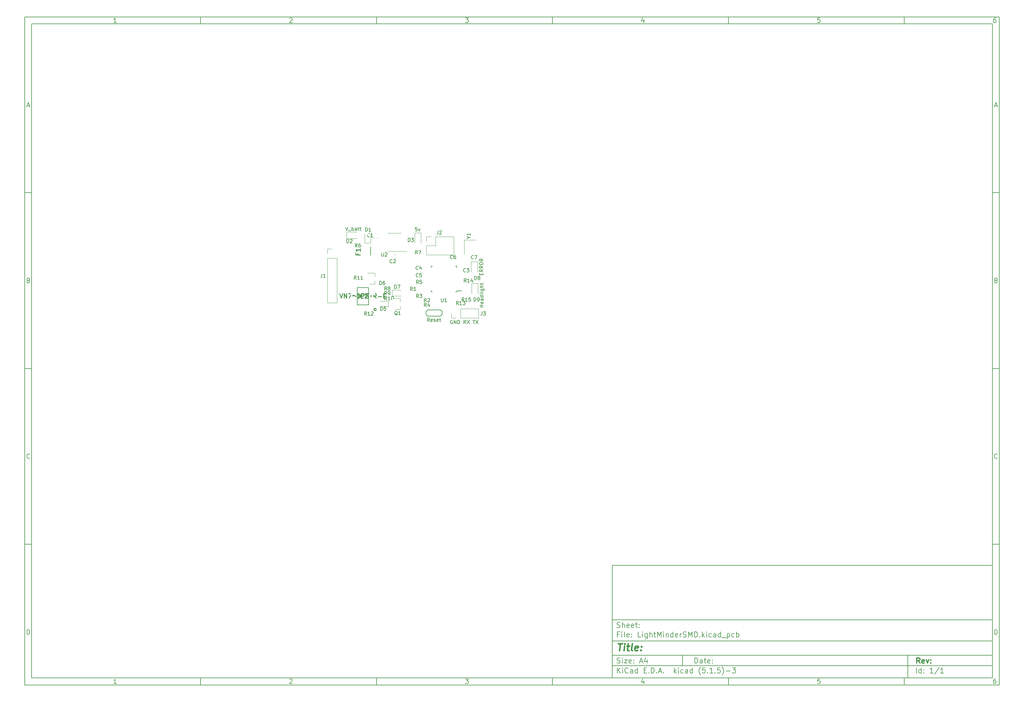
<source format=gbr>
G04 #@! TF.GenerationSoftware,KiCad,Pcbnew,(5.1.5)-3*
G04 #@! TF.CreationDate,2021-06-29T15:52:26+01:00*
G04 #@! TF.ProjectId,LightMinderSMD,4c696768-744d-4696-9e64-6572534d442e,rev?*
G04 #@! TF.SameCoordinates,Original*
G04 #@! TF.FileFunction,Legend,Top*
G04 #@! TF.FilePolarity,Positive*
%FSLAX46Y46*%
G04 Gerber Fmt 4.6, Leading zero omitted, Abs format (unit mm)*
G04 Created by KiCad (PCBNEW (5.1.5)-3) date 2021-06-29 15:52:26*
%MOMM*%
%LPD*%
G04 APERTURE LIST*
%ADD10C,0.100000*%
%ADD11C,0.150000*%
%ADD12C,0.300000*%
%ADD13C,0.400000*%
%ADD14C,0.254000*%
%ADD15C,0.200000*%
%ADD16C,0.120000*%
%ADD17R,1.627000X0.752000*%
%ADD18R,1.302000X1.502000*%
%ADD19O,1.802000X1.802000*%
%ADD20R,1.802000X1.802000*%
%ADD21R,1.002000X0.902000*%
%ADD22R,0.602000X0.602000*%
%ADD23R,1.282000X2.912000*%
%ADD24C,1.502000*%
%ADD25R,0.652000X1.702000*%
%ADD26R,1.702000X0.652000*%
G04 APERTURE END LIST*
D10*
D11*
X177002200Y-166007200D02*
X177002200Y-198007200D01*
X285002200Y-198007200D01*
X285002200Y-166007200D01*
X177002200Y-166007200D01*
D10*
D11*
X10000000Y-10000000D02*
X10000000Y-200007200D01*
X287002200Y-200007200D01*
X287002200Y-10000000D01*
X10000000Y-10000000D01*
D10*
D11*
X12000000Y-12000000D02*
X12000000Y-198007200D01*
X285002200Y-198007200D01*
X285002200Y-12000000D01*
X12000000Y-12000000D01*
D10*
D11*
X60000000Y-12000000D02*
X60000000Y-10000000D01*
D10*
D11*
X110000000Y-12000000D02*
X110000000Y-10000000D01*
D10*
D11*
X160000000Y-12000000D02*
X160000000Y-10000000D01*
D10*
D11*
X210000000Y-12000000D02*
X210000000Y-10000000D01*
D10*
D11*
X260000000Y-12000000D02*
X260000000Y-10000000D01*
D10*
D11*
X36065476Y-11588095D02*
X35322619Y-11588095D01*
X35694047Y-11588095D02*
X35694047Y-10288095D01*
X35570238Y-10473809D01*
X35446428Y-10597619D01*
X35322619Y-10659523D01*
D10*
D11*
X85322619Y-10411904D02*
X85384523Y-10350000D01*
X85508333Y-10288095D01*
X85817857Y-10288095D01*
X85941666Y-10350000D01*
X86003571Y-10411904D01*
X86065476Y-10535714D01*
X86065476Y-10659523D01*
X86003571Y-10845238D01*
X85260714Y-11588095D01*
X86065476Y-11588095D01*
D10*
D11*
X135260714Y-10288095D02*
X136065476Y-10288095D01*
X135632142Y-10783333D01*
X135817857Y-10783333D01*
X135941666Y-10845238D01*
X136003571Y-10907142D01*
X136065476Y-11030952D01*
X136065476Y-11340476D01*
X136003571Y-11464285D01*
X135941666Y-11526190D01*
X135817857Y-11588095D01*
X135446428Y-11588095D01*
X135322619Y-11526190D01*
X135260714Y-11464285D01*
D10*
D11*
X185941666Y-10721428D02*
X185941666Y-11588095D01*
X185632142Y-10226190D02*
X185322619Y-11154761D01*
X186127380Y-11154761D01*
D10*
D11*
X236003571Y-10288095D02*
X235384523Y-10288095D01*
X235322619Y-10907142D01*
X235384523Y-10845238D01*
X235508333Y-10783333D01*
X235817857Y-10783333D01*
X235941666Y-10845238D01*
X236003571Y-10907142D01*
X236065476Y-11030952D01*
X236065476Y-11340476D01*
X236003571Y-11464285D01*
X235941666Y-11526190D01*
X235817857Y-11588095D01*
X235508333Y-11588095D01*
X235384523Y-11526190D01*
X235322619Y-11464285D01*
D10*
D11*
X285941666Y-10288095D02*
X285694047Y-10288095D01*
X285570238Y-10350000D01*
X285508333Y-10411904D01*
X285384523Y-10597619D01*
X285322619Y-10845238D01*
X285322619Y-11340476D01*
X285384523Y-11464285D01*
X285446428Y-11526190D01*
X285570238Y-11588095D01*
X285817857Y-11588095D01*
X285941666Y-11526190D01*
X286003571Y-11464285D01*
X286065476Y-11340476D01*
X286065476Y-11030952D01*
X286003571Y-10907142D01*
X285941666Y-10845238D01*
X285817857Y-10783333D01*
X285570238Y-10783333D01*
X285446428Y-10845238D01*
X285384523Y-10907142D01*
X285322619Y-11030952D01*
D10*
D11*
X60000000Y-198007200D02*
X60000000Y-200007200D01*
D10*
D11*
X110000000Y-198007200D02*
X110000000Y-200007200D01*
D10*
D11*
X160000000Y-198007200D02*
X160000000Y-200007200D01*
D10*
D11*
X210000000Y-198007200D02*
X210000000Y-200007200D01*
D10*
D11*
X260000000Y-198007200D02*
X260000000Y-200007200D01*
D10*
D11*
X36065476Y-199595295D02*
X35322619Y-199595295D01*
X35694047Y-199595295D02*
X35694047Y-198295295D01*
X35570238Y-198481009D01*
X35446428Y-198604819D01*
X35322619Y-198666723D01*
D10*
D11*
X85322619Y-198419104D02*
X85384523Y-198357200D01*
X85508333Y-198295295D01*
X85817857Y-198295295D01*
X85941666Y-198357200D01*
X86003571Y-198419104D01*
X86065476Y-198542914D01*
X86065476Y-198666723D01*
X86003571Y-198852438D01*
X85260714Y-199595295D01*
X86065476Y-199595295D01*
D10*
D11*
X135260714Y-198295295D02*
X136065476Y-198295295D01*
X135632142Y-198790533D01*
X135817857Y-198790533D01*
X135941666Y-198852438D01*
X136003571Y-198914342D01*
X136065476Y-199038152D01*
X136065476Y-199347676D01*
X136003571Y-199471485D01*
X135941666Y-199533390D01*
X135817857Y-199595295D01*
X135446428Y-199595295D01*
X135322619Y-199533390D01*
X135260714Y-199471485D01*
D10*
D11*
X185941666Y-198728628D02*
X185941666Y-199595295D01*
X185632142Y-198233390D02*
X185322619Y-199161961D01*
X186127380Y-199161961D01*
D10*
D11*
X236003571Y-198295295D02*
X235384523Y-198295295D01*
X235322619Y-198914342D01*
X235384523Y-198852438D01*
X235508333Y-198790533D01*
X235817857Y-198790533D01*
X235941666Y-198852438D01*
X236003571Y-198914342D01*
X236065476Y-199038152D01*
X236065476Y-199347676D01*
X236003571Y-199471485D01*
X235941666Y-199533390D01*
X235817857Y-199595295D01*
X235508333Y-199595295D01*
X235384523Y-199533390D01*
X235322619Y-199471485D01*
D10*
D11*
X285941666Y-198295295D02*
X285694047Y-198295295D01*
X285570238Y-198357200D01*
X285508333Y-198419104D01*
X285384523Y-198604819D01*
X285322619Y-198852438D01*
X285322619Y-199347676D01*
X285384523Y-199471485D01*
X285446428Y-199533390D01*
X285570238Y-199595295D01*
X285817857Y-199595295D01*
X285941666Y-199533390D01*
X286003571Y-199471485D01*
X286065476Y-199347676D01*
X286065476Y-199038152D01*
X286003571Y-198914342D01*
X285941666Y-198852438D01*
X285817857Y-198790533D01*
X285570238Y-198790533D01*
X285446428Y-198852438D01*
X285384523Y-198914342D01*
X285322619Y-199038152D01*
D10*
D11*
X10000000Y-60000000D02*
X12000000Y-60000000D01*
D10*
D11*
X10000000Y-110000000D02*
X12000000Y-110000000D01*
D10*
D11*
X10000000Y-160000000D02*
X12000000Y-160000000D01*
D10*
D11*
X10690476Y-35216666D02*
X11309523Y-35216666D01*
X10566666Y-35588095D02*
X11000000Y-34288095D01*
X11433333Y-35588095D01*
D10*
D11*
X11092857Y-84907142D02*
X11278571Y-84969047D01*
X11340476Y-85030952D01*
X11402380Y-85154761D01*
X11402380Y-85340476D01*
X11340476Y-85464285D01*
X11278571Y-85526190D01*
X11154761Y-85588095D01*
X10659523Y-85588095D01*
X10659523Y-84288095D01*
X11092857Y-84288095D01*
X11216666Y-84350000D01*
X11278571Y-84411904D01*
X11340476Y-84535714D01*
X11340476Y-84659523D01*
X11278571Y-84783333D01*
X11216666Y-84845238D01*
X11092857Y-84907142D01*
X10659523Y-84907142D01*
D10*
D11*
X11402380Y-135464285D02*
X11340476Y-135526190D01*
X11154761Y-135588095D01*
X11030952Y-135588095D01*
X10845238Y-135526190D01*
X10721428Y-135402380D01*
X10659523Y-135278571D01*
X10597619Y-135030952D01*
X10597619Y-134845238D01*
X10659523Y-134597619D01*
X10721428Y-134473809D01*
X10845238Y-134350000D01*
X11030952Y-134288095D01*
X11154761Y-134288095D01*
X11340476Y-134350000D01*
X11402380Y-134411904D01*
D10*
D11*
X10659523Y-185588095D02*
X10659523Y-184288095D01*
X10969047Y-184288095D01*
X11154761Y-184350000D01*
X11278571Y-184473809D01*
X11340476Y-184597619D01*
X11402380Y-184845238D01*
X11402380Y-185030952D01*
X11340476Y-185278571D01*
X11278571Y-185402380D01*
X11154761Y-185526190D01*
X10969047Y-185588095D01*
X10659523Y-185588095D01*
D10*
D11*
X287002200Y-60000000D02*
X285002200Y-60000000D01*
D10*
D11*
X287002200Y-110000000D02*
X285002200Y-110000000D01*
D10*
D11*
X287002200Y-160000000D02*
X285002200Y-160000000D01*
D10*
D11*
X285692676Y-35216666D02*
X286311723Y-35216666D01*
X285568866Y-35588095D02*
X286002200Y-34288095D01*
X286435533Y-35588095D01*
D10*
D11*
X286095057Y-84907142D02*
X286280771Y-84969047D01*
X286342676Y-85030952D01*
X286404580Y-85154761D01*
X286404580Y-85340476D01*
X286342676Y-85464285D01*
X286280771Y-85526190D01*
X286156961Y-85588095D01*
X285661723Y-85588095D01*
X285661723Y-84288095D01*
X286095057Y-84288095D01*
X286218866Y-84350000D01*
X286280771Y-84411904D01*
X286342676Y-84535714D01*
X286342676Y-84659523D01*
X286280771Y-84783333D01*
X286218866Y-84845238D01*
X286095057Y-84907142D01*
X285661723Y-84907142D01*
D10*
D11*
X286404580Y-135464285D02*
X286342676Y-135526190D01*
X286156961Y-135588095D01*
X286033152Y-135588095D01*
X285847438Y-135526190D01*
X285723628Y-135402380D01*
X285661723Y-135278571D01*
X285599819Y-135030952D01*
X285599819Y-134845238D01*
X285661723Y-134597619D01*
X285723628Y-134473809D01*
X285847438Y-134350000D01*
X286033152Y-134288095D01*
X286156961Y-134288095D01*
X286342676Y-134350000D01*
X286404580Y-134411904D01*
D10*
D11*
X285661723Y-185588095D02*
X285661723Y-184288095D01*
X285971247Y-184288095D01*
X286156961Y-184350000D01*
X286280771Y-184473809D01*
X286342676Y-184597619D01*
X286404580Y-184845238D01*
X286404580Y-185030952D01*
X286342676Y-185278571D01*
X286280771Y-185402380D01*
X286156961Y-185526190D01*
X285971247Y-185588095D01*
X285661723Y-185588095D01*
D10*
D11*
X200434342Y-193785771D02*
X200434342Y-192285771D01*
X200791485Y-192285771D01*
X201005771Y-192357200D01*
X201148628Y-192500057D01*
X201220057Y-192642914D01*
X201291485Y-192928628D01*
X201291485Y-193142914D01*
X201220057Y-193428628D01*
X201148628Y-193571485D01*
X201005771Y-193714342D01*
X200791485Y-193785771D01*
X200434342Y-193785771D01*
X202577200Y-193785771D02*
X202577200Y-193000057D01*
X202505771Y-192857200D01*
X202362914Y-192785771D01*
X202077200Y-192785771D01*
X201934342Y-192857200D01*
X202577200Y-193714342D02*
X202434342Y-193785771D01*
X202077200Y-193785771D01*
X201934342Y-193714342D01*
X201862914Y-193571485D01*
X201862914Y-193428628D01*
X201934342Y-193285771D01*
X202077200Y-193214342D01*
X202434342Y-193214342D01*
X202577200Y-193142914D01*
X203077200Y-192785771D02*
X203648628Y-192785771D01*
X203291485Y-192285771D02*
X203291485Y-193571485D01*
X203362914Y-193714342D01*
X203505771Y-193785771D01*
X203648628Y-193785771D01*
X204720057Y-193714342D02*
X204577200Y-193785771D01*
X204291485Y-193785771D01*
X204148628Y-193714342D01*
X204077200Y-193571485D01*
X204077200Y-193000057D01*
X204148628Y-192857200D01*
X204291485Y-192785771D01*
X204577200Y-192785771D01*
X204720057Y-192857200D01*
X204791485Y-193000057D01*
X204791485Y-193142914D01*
X204077200Y-193285771D01*
X205434342Y-193642914D02*
X205505771Y-193714342D01*
X205434342Y-193785771D01*
X205362914Y-193714342D01*
X205434342Y-193642914D01*
X205434342Y-193785771D01*
X205434342Y-192857200D02*
X205505771Y-192928628D01*
X205434342Y-193000057D01*
X205362914Y-192928628D01*
X205434342Y-192857200D01*
X205434342Y-193000057D01*
D10*
D11*
X177002200Y-194507200D02*
X285002200Y-194507200D01*
D10*
D11*
X178434342Y-196585771D02*
X178434342Y-195085771D01*
X179291485Y-196585771D02*
X178648628Y-195728628D01*
X179291485Y-195085771D02*
X178434342Y-195942914D01*
X179934342Y-196585771D02*
X179934342Y-195585771D01*
X179934342Y-195085771D02*
X179862914Y-195157200D01*
X179934342Y-195228628D01*
X180005771Y-195157200D01*
X179934342Y-195085771D01*
X179934342Y-195228628D01*
X181505771Y-196442914D02*
X181434342Y-196514342D01*
X181220057Y-196585771D01*
X181077200Y-196585771D01*
X180862914Y-196514342D01*
X180720057Y-196371485D01*
X180648628Y-196228628D01*
X180577200Y-195942914D01*
X180577200Y-195728628D01*
X180648628Y-195442914D01*
X180720057Y-195300057D01*
X180862914Y-195157200D01*
X181077200Y-195085771D01*
X181220057Y-195085771D01*
X181434342Y-195157200D01*
X181505771Y-195228628D01*
X182791485Y-196585771D02*
X182791485Y-195800057D01*
X182720057Y-195657200D01*
X182577200Y-195585771D01*
X182291485Y-195585771D01*
X182148628Y-195657200D01*
X182791485Y-196514342D02*
X182648628Y-196585771D01*
X182291485Y-196585771D01*
X182148628Y-196514342D01*
X182077200Y-196371485D01*
X182077200Y-196228628D01*
X182148628Y-196085771D01*
X182291485Y-196014342D01*
X182648628Y-196014342D01*
X182791485Y-195942914D01*
X184148628Y-196585771D02*
X184148628Y-195085771D01*
X184148628Y-196514342D02*
X184005771Y-196585771D01*
X183720057Y-196585771D01*
X183577200Y-196514342D01*
X183505771Y-196442914D01*
X183434342Y-196300057D01*
X183434342Y-195871485D01*
X183505771Y-195728628D01*
X183577200Y-195657200D01*
X183720057Y-195585771D01*
X184005771Y-195585771D01*
X184148628Y-195657200D01*
X186005771Y-195800057D02*
X186505771Y-195800057D01*
X186720057Y-196585771D02*
X186005771Y-196585771D01*
X186005771Y-195085771D01*
X186720057Y-195085771D01*
X187362914Y-196442914D02*
X187434342Y-196514342D01*
X187362914Y-196585771D01*
X187291485Y-196514342D01*
X187362914Y-196442914D01*
X187362914Y-196585771D01*
X188077200Y-196585771D02*
X188077200Y-195085771D01*
X188434342Y-195085771D01*
X188648628Y-195157200D01*
X188791485Y-195300057D01*
X188862914Y-195442914D01*
X188934342Y-195728628D01*
X188934342Y-195942914D01*
X188862914Y-196228628D01*
X188791485Y-196371485D01*
X188648628Y-196514342D01*
X188434342Y-196585771D01*
X188077200Y-196585771D01*
X189577200Y-196442914D02*
X189648628Y-196514342D01*
X189577200Y-196585771D01*
X189505771Y-196514342D01*
X189577200Y-196442914D01*
X189577200Y-196585771D01*
X190220057Y-196157200D02*
X190934342Y-196157200D01*
X190077200Y-196585771D02*
X190577200Y-195085771D01*
X191077200Y-196585771D01*
X191577200Y-196442914D02*
X191648628Y-196514342D01*
X191577200Y-196585771D01*
X191505771Y-196514342D01*
X191577200Y-196442914D01*
X191577200Y-196585771D01*
X194577200Y-196585771D02*
X194577200Y-195085771D01*
X194720057Y-196014342D02*
X195148628Y-196585771D01*
X195148628Y-195585771D02*
X194577200Y-196157200D01*
X195791485Y-196585771D02*
X195791485Y-195585771D01*
X195791485Y-195085771D02*
X195720057Y-195157200D01*
X195791485Y-195228628D01*
X195862914Y-195157200D01*
X195791485Y-195085771D01*
X195791485Y-195228628D01*
X197148628Y-196514342D02*
X197005771Y-196585771D01*
X196720057Y-196585771D01*
X196577200Y-196514342D01*
X196505771Y-196442914D01*
X196434342Y-196300057D01*
X196434342Y-195871485D01*
X196505771Y-195728628D01*
X196577200Y-195657200D01*
X196720057Y-195585771D01*
X197005771Y-195585771D01*
X197148628Y-195657200D01*
X198434342Y-196585771D02*
X198434342Y-195800057D01*
X198362914Y-195657200D01*
X198220057Y-195585771D01*
X197934342Y-195585771D01*
X197791485Y-195657200D01*
X198434342Y-196514342D02*
X198291485Y-196585771D01*
X197934342Y-196585771D01*
X197791485Y-196514342D01*
X197720057Y-196371485D01*
X197720057Y-196228628D01*
X197791485Y-196085771D01*
X197934342Y-196014342D01*
X198291485Y-196014342D01*
X198434342Y-195942914D01*
X199791485Y-196585771D02*
X199791485Y-195085771D01*
X199791485Y-196514342D02*
X199648628Y-196585771D01*
X199362914Y-196585771D01*
X199220057Y-196514342D01*
X199148628Y-196442914D01*
X199077200Y-196300057D01*
X199077200Y-195871485D01*
X199148628Y-195728628D01*
X199220057Y-195657200D01*
X199362914Y-195585771D01*
X199648628Y-195585771D01*
X199791485Y-195657200D01*
X202077200Y-197157200D02*
X202005771Y-197085771D01*
X201862914Y-196871485D01*
X201791485Y-196728628D01*
X201720057Y-196514342D01*
X201648628Y-196157200D01*
X201648628Y-195871485D01*
X201720057Y-195514342D01*
X201791485Y-195300057D01*
X201862914Y-195157200D01*
X202005771Y-194942914D01*
X202077200Y-194871485D01*
X203362914Y-195085771D02*
X202648628Y-195085771D01*
X202577200Y-195800057D01*
X202648628Y-195728628D01*
X202791485Y-195657200D01*
X203148628Y-195657200D01*
X203291485Y-195728628D01*
X203362914Y-195800057D01*
X203434342Y-195942914D01*
X203434342Y-196300057D01*
X203362914Y-196442914D01*
X203291485Y-196514342D01*
X203148628Y-196585771D01*
X202791485Y-196585771D01*
X202648628Y-196514342D01*
X202577200Y-196442914D01*
X204077200Y-196442914D02*
X204148628Y-196514342D01*
X204077200Y-196585771D01*
X204005771Y-196514342D01*
X204077200Y-196442914D01*
X204077200Y-196585771D01*
X205577200Y-196585771D02*
X204720057Y-196585771D01*
X205148628Y-196585771D02*
X205148628Y-195085771D01*
X205005771Y-195300057D01*
X204862914Y-195442914D01*
X204720057Y-195514342D01*
X206220057Y-196442914D02*
X206291485Y-196514342D01*
X206220057Y-196585771D01*
X206148628Y-196514342D01*
X206220057Y-196442914D01*
X206220057Y-196585771D01*
X207648628Y-195085771D02*
X206934342Y-195085771D01*
X206862914Y-195800057D01*
X206934342Y-195728628D01*
X207077200Y-195657200D01*
X207434342Y-195657200D01*
X207577200Y-195728628D01*
X207648628Y-195800057D01*
X207720057Y-195942914D01*
X207720057Y-196300057D01*
X207648628Y-196442914D01*
X207577200Y-196514342D01*
X207434342Y-196585771D01*
X207077200Y-196585771D01*
X206934342Y-196514342D01*
X206862914Y-196442914D01*
X208220057Y-197157200D02*
X208291485Y-197085771D01*
X208434342Y-196871485D01*
X208505771Y-196728628D01*
X208577200Y-196514342D01*
X208648628Y-196157200D01*
X208648628Y-195871485D01*
X208577200Y-195514342D01*
X208505771Y-195300057D01*
X208434342Y-195157200D01*
X208291485Y-194942914D01*
X208220057Y-194871485D01*
X209362914Y-196014342D02*
X210505771Y-196014342D01*
X211077200Y-195085771D02*
X212005771Y-195085771D01*
X211505771Y-195657200D01*
X211720057Y-195657200D01*
X211862914Y-195728628D01*
X211934342Y-195800057D01*
X212005771Y-195942914D01*
X212005771Y-196300057D01*
X211934342Y-196442914D01*
X211862914Y-196514342D01*
X211720057Y-196585771D01*
X211291485Y-196585771D01*
X211148628Y-196514342D01*
X211077200Y-196442914D01*
D10*
D11*
X177002200Y-191507200D02*
X285002200Y-191507200D01*
D10*
D12*
X264411485Y-193785771D02*
X263911485Y-193071485D01*
X263554342Y-193785771D02*
X263554342Y-192285771D01*
X264125771Y-192285771D01*
X264268628Y-192357200D01*
X264340057Y-192428628D01*
X264411485Y-192571485D01*
X264411485Y-192785771D01*
X264340057Y-192928628D01*
X264268628Y-193000057D01*
X264125771Y-193071485D01*
X263554342Y-193071485D01*
X265625771Y-193714342D02*
X265482914Y-193785771D01*
X265197200Y-193785771D01*
X265054342Y-193714342D01*
X264982914Y-193571485D01*
X264982914Y-193000057D01*
X265054342Y-192857200D01*
X265197200Y-192785771D01*
X265482914Y-192785771D01*
X265625771Y-192857200D01*
X265697200Y-193000057D01*
X265697200Y-193142914D01*
X264982914Y-193285771D01*
X266197200Y-192785771D02*
X266554342Y-193785771D01*
X266911485Y-192785771D01*
X267482914Y-193642914D02*
X267554342Y-193714342D01*
X267482914Y-193785771D01*
X267411485Y-193714342D01*
X267482914Y-193642914D01*
X267482914Y-193785771D01*
X267482914Y-192857200D02*
X267554342Y-192928628D01*
X267482914Y-193000057D01*
X267411485Y-192928628D01*
X267482914Y-192857200D01*
X267482914Y-193000057D01*
D10*
D11*
X178362914Y-193714342D02*
X178577200Y-193785771D01*
X178934342Y-193785771D01*
X179077200Y-193714342D01*
X179148628Y-193642914D01*
X179220057Y-193500057D01*
X179220057Y-193357200D01*
X179148628Y-193214342D01*
X179077200Y-193142914D01*
X178934342Y-193071485D01*
X178648628Y-193000057D01*
X178505771Y-192928628D01*
X178434342Y-192857200D01*
X178362914Y-192714342D01*
X178362914Y-192571485D01*
X178434342Y-192428628D01*
X178505771Y-192357200D01*
X178648628Y-192285771D01*
X179005771Y-192285771D01*
X179220057Y-192357200D01*
X179862914Y-193785771D02*
X179862914Y-192785771D01*
X179862914Y-192285771D02*
X179791485Y-192357200D01*
X179862914Y-192428628D01*
X179934342Y-192357200D01*
X179862914Y-192285771D01*
X179862914Y-192428628D01*
X180434342Y-192785771D02*
X181220057Y-192785771D01*
X180434342Y-193785771D01*
X181220057Y-193785771D01*
X182362914Y-193714342D02*
X182220057Y-193785771D01*
X181934342Y-193785771D01*
X181791485Y-193714342D01*
X181720057Y-193571485D01*
X181720057Y-193000057D01*
X181791485Y-192857200D01*
X181934342Y-192785771D01*
X182220057Y-192785771D01*
X182362914Y-192857200D01*
X182434342Y-193000057D01*
X182434342Y-193142914D01*
X181720057Y-193285771D01*
X183077200Y-193642914D02*
X183148628Y-193714342D01*
X183077200Y-193785771D01*
X183005771Y-193714342D01*
X183077200Y-193642914D01*
X183077200Y-193785771D01*
X183077200Y-192857200D02*
X183148628Y-192928628D01*
X183077200Y-193000057D01*
X183005771Y-192928628D01*
X183077200Y-192857200D01*
X183077200Y-193000057D01*
X184862914Y-193357200D02*
X185577200Y-193357200D01*
X184720057Y-193785771D02*
X185220057Y-192285771D01*
X185720057Y-193785771D01*
X186862914Y-192785771D02*
X186862914Y-193785771D01*
X186505771Y-192214342D02*
X186148628Y-193285771D01*
X187077200Y-193285771D01*
D10*
D11*
X263434342Y-196585771D02*
X263434342Y-195085771D01*
X264791485Y-196585771D02*
X264791485Y-195085771D01*
X264791485Y-196514342D02*
X264648628Y-196585771D01*
X264362914Y-196585771D01*
X264220057Y-196514342D01*
X264148628Y-196442914D01*
X264077200Y-196300057D01*
X264077200Y-195871485D01*
X264148628Y-195728628D01*
X264220057Y-195657200D01*
X264362914Y-195585771D01*
X264648628Y-195585771D01*
X264791485Y-195657200D01*
X265505771Y-196442914D02*
X265577200Y-196514342D01*
X265505771Y-196585771D01*
X265434342Y-196514342D01*
X265505771Y-196442914D01*
X265505771Y-196585771D01*
X265505771Y-195657200D02*
X265577200Y-195728628D01*
X265505771Y-195800057D01*
X265434342Y-195728628D01*
X265505771Y-195657200D01*
X265505771Y-195800057D01*
X268148628Y-196585771D02*
X267291485Y-196585771D01*
X267720057Y-196585771D02*
X267720057Y-195085771D01*
X267577200Y-195300057D01*
X267434342Y-195442914D01*
X267291485Y-195514342D01*
X269862914Y-195014342D02*
X268577200Y-196942914D01*
X271148628Y-196585771D02*
X270291485Y-196585771D01*
X270720057Y-196585771D02*
X270720057Y-195085771D01*
X270577200Y-195300057D01*
X270434342Y-195442914D01*
X270291485Y-195514342D01*
D10*
D11*
X177002200Y-187507200D02*
X285002200Y-187507200D01*
D10*
D13*
X178714580Y-188211961D02*
X179857438Y-188211961D01*
X179036009Y-190211961D02*
X179286009Y-188211961D01*
X180274104Y-190211961D02*
X180440771Y-188878628D01*
X180524104Y-188211961D02*
X180416961Y-188307200D01*
X180500295Y-188402438D01*
X180607438Y-188307200D01*
X180524104Y-188211961D01*
X180500295Y-188402438D01*
X181107438Y-188878628D02*
X181869342Y-188878628D01*
X181476485Y-188211961D02*
X181262200Y-189926247D01*
X181333628Y-190116723D01*
X181512200Y-190211961D01*
X181702676Y-190211961D01*
X182655057Y-190211961D02*
X182476485Y-190116723D01*
X182405057Y-189926247D01*
X182619342Y-188211961D01*
X184190771Y-190116723D02*
X183988390Y-190211961D01*
X183607438Y-190211961D01*
X183428866Y-190116723D01*
X183357438Y-189926247D01*
X183452676Y-189164342D01*
X183571723Y-188973866D01*
X183774104Y-188878628D01*
X184155057Y-188878628D01*
X184333628Y-188973866D01*
X184405057Y-189164342D01*
X184381247Y-189354819D01*
X183405057Y-189545295D01*
X185155057Y-190021485D02*
X185238390Y-190116723D01*
X185131247Y-190211961D01*
X185047914Y-190116723D01*
X185155057Y-190021485D01*
X185131247Y-190211961D01*
X185286009Y-188973866D02*
X185369342Y-189069104D01*
X185262200Y-189164342D01*
X185178866Y-189069104D01*
X185286009Y-188973866D01*
X185262200Y-189164342D01*
D10*
D11*
X178934342Y-185600057D02*
X178434342Y-185600057D01*
X178434342Y-186385771D02*
X178434342Y-184885771D01*
X179148628Y-184885771D01*
X179720057Y-186385771D02*
X179720057Y-185385771D01*
X179720057Y-184885771D02*
X179648628Y-184957200D01*
X179720057Y-185028628D01*
X179791485Y-184957200D01*
X179720057Y-184885771D01*
X179720057Y-185028628D01*
X180648628Y-186385771D02*
X180505771Y-186314342D01*
X180434342Y-186171485D01*
X180434342Y-184885771D01*
X181791485Y-186314342D02*
X181648628Y-186385771D01*
X181362914Y-186385771D01*
X181220057Y-186314342D01*
X181148628Y-186171485D01*
X181148628Y-185600057D01*
X181220057Y-185457200D01*
X181362914Y-185385771D01*
X181648628Y-185385771D01*
X181791485Y-185457200D01*
X181862914Y-185600057D01*
X181862914Y-185742914D01*
X181148628Y-185885771D01*
X182505771Y-186242914D02*
X182577200Y-186314342D01*
X182505771Y-186385771D01*
X182434342Y-186314342D01*
X182505771Y-186242914D01*
X182505771Y-186385771D01*
X182505771Y-185457200D02*
X182577200Y-185528628D01*
X182505771Y-185600057D01*
X182434342Y-185528628D01*
X182505771Y-185457200D01*
X182505771Y-185600057D01*
X185077200Y-186385771D02*
X184362914Y-186385771D01*
X184362914Y-184885771D01*
X185577200Y-186385771D02*
X185577200Y-185385771D01*
X185577200Y-184885771D02*
X185505771Y-184957200D01*
X185577200Y-185028628D01*
X185648628Y-184957200D01*
X185577200Y-184885771D01*
X185577200Y-185028628D01*
X186934342Y-185385771D02*
X186934342Y-186600057D01*
X186862914Y-186742914D01*
X186791485Y-186814342D01*
X186648628Y-186885771D01*
X186434342Y-186885771D01*
X186291485Y-186814342D01*
X186934342Y-186314342D02*
X186791485Y-186385771D01*
X186505771Y-186385771D01*
X186362914Y-186314342D01*
X186291485Y-186242914D01*
X186220057Y-186100057D01*
X186220057Y-185671485D01*
X186291485Y-185528628D01*
X186362914Y-185457200D01*
X186505771Y-185385771D01*
X186791485Y-185385771D01*
X186934342Y-185457200D01*
X187648628Y-186385771D02*
X187648628Y-184885771D01*
X188291485Y-186385771D02*
X188291485Y-185600057D01*
X188220057Y-185457200D01*
X188077200Y-185385771D01*
X187862914Y-185385771D01*
X187720057Y-185457200D01*
X187648628Y-185528628D01*
X188791485Y-185385771D02*
X189362914Y-185385771D01*
X189005771Y-184885771D02*
X189005771Y-186171485D01*
X189077200Y-186314342D01*
X189220057Y-186385771D01*
X189362914Y-186385771D01*
X189862914Y-186385771D02*
X189862914Y-184885771D01*
X190362914Y-185957200D01*
X190862914Y-184885771D01*
X190862914Y-186385771D01*
X191577200Y-186385771D02*
X191577200Y-185385771D01*
X191577200Y-184885771D02*
X191505771Y-184957200D01*
X191577200Y-185028628D01*
X191648628Y-184957200D01*
X191577200Y-184885771D01*
X191577200Y-185028628D01*
X192291485Y-185385771D02*
X192291485Y-186385771D01*
X192291485Y-185528628D02*
X192362914Y-185457200D01*
X192505771Y-185385771D01*
X192720057Y-185385771D01*
X192862914Y-185457200D01*
X192934342Y-185600057D01*
X192934342Y-186385771D01*
X194291485Y-186385771D02*
X194291485Y-184885771D01*
X194291485Y-186314342D02*
X194148628Y-186385771D01*
X193862914Y-186385771D01*
X193720057Y-186314342D01*
X193648628Y-186242914D01*
X193577200Y-186100057D01*
X193577200Y-185671485D01*
X193648628Y-185528628D01*
X193720057Y-185457200D01*
X193862914Y-185385771D01*
X194148628Y-185385771D01*
X194291485Y-185457200D01*
X195577200Y-186314342D02*
X195434342Y-186385771D01*
X195148628Y-186385771D01*
X195005771Y-186314342D01*
X194934342Y-186171485D01*
X194934342Y-185600057D01*
X195005771Y-185457200D01*
X195148628Y-185385771D01*
X195434342Y-185385771D01*
X195577200Y-185457200D01*
X195648628Y-185600057D01*
X195648628Y-185742914D01*
X194934342Y-185885771D01*
X196291485Y-186385771D02*
X196291485Y-185385771D01*
X196291485Y-185671485D02*
X196362914Y-185528628D01*
X196434342Y-185457200D01*
X196577200Y-185385771D01*
X196720057Y-185385771D01*
X197148628Y-186314342D02*
X197362914Y-186385771D01*
X197720057Y-186385771D01*
X197862914Y-186314342D01*
X197934342Y-186242914D01*
X198005771Y-186100057D01*
X198005771Y-185957200D01*
X197934342Y-185814342D01*
X197862914Y-185742914D01*
X197720057Y-185671485D01*
X197434342Y-185600057D01*
X197291485Y-185528628D01*
X197220057Y-185457200D01*
X197148628Y-185314342D01*
X197148628Y-185171485D01*
X197220057Y-185028628D01*
X197291485Y-184957200D01*
X197434342Y-184885771D01*
X197791485Y-184885771D01*
X198005771Y-184957200D01*
X198648628Y-186385771D02*
X198648628Y-184885771D01*
X199148628Y-185957200D01*
X199648628Y-184885771D01*
X199648628Y-186385771D01*
X200362914Y-186385771D02*
X200362914Y-184885771D01*
X200720057Y-184885771D01*
X200934342Y-184957200D01*
X201077200Y-185100057D01*
X201148628Y-185242914D01*
X201220057Y-185528628D01*
X201220057Y-185742914D01*
X201148628Y-186028628D01*
X201077200Y-186171485D01*
X200934342Y-186314342D01*
X200720057Y-186385771D01*
X200362914Y-186385771D01*
X201862914Y-186242914D02*
X201934342Y-186314342D01*
X201862914Y-186385771D01*
X201791485Y-186314342D01*
X201862914Y-186242914D01*
X201862914Y-186385771D01*
X202577200Y-186385771D02*
X202577200Y-184885771D01*
X202720057Y-185814342D02*
X203148628Y-186385771D01*
X203148628Y-185385771D02*
X202577200Y-185957200D01*
X203791485Y-186385771D02*
X203791485Y-185385771D01*
X203791485Y-184885771D02*
X203720057Y-184957200D01*
X203791485Y-185028628D01*
X203862914Y-184957200D01*
X203791485Y-184885771D01*
X203791485Y-185028628D01*
X205148628Y-186314342D02*
X205005771Y-186385771D01*
X204720057Y-186385771D01*
X204577200Y-186314342D01*
X204505771Y-186242914D01*
X204434342Y-186100057D01*
X204434342Y-185671485D01*
X204505771Y-185528628D01*
X204577200Y-185457200D01*
X204720057Y-185385771D01*
X205005771Y-185385771D01*
X205148628Y-185457200D01*
X206434342Y-186385771D02*
X206434342Y-185600057D01*
X206362914Y-185457200D01*
X206220057Y-185385771D01*
X205934342Y-185385771D01*
X205791485Y-185457200D01*
X206434342Y-186314342D02*
X206291485Y-186385771D01*
X205934342Y-186385771D01*
X205791485Y-186314342D01*
X205720057Y-186171485D01*
X205720057Y-186028628D01*
X205791485Y-185885771D01*
X205934342Y-185814342D01*
X206291485Y-185814342D01*
X206434342Y-185742914D01*
X207791485Y-186385771D02*
X207791485Y-184885771D01*
X207791485Y-186314342D02*
X207648628Y-186385771D01*
X207362914Y-186385771D01*
X207220057Y-186314342D01*
X207148628Y-186242914D01*
X207077200Y-186100057D01*
X207077200Y-185671485D01*
X207148628Y-185528628D01*
X207220057Y-185457200D01*
X207362914Y-185385771D01*
X207648628Y-185385771D01*
X207791485Y-185457200D01*
X208148628Y-186528628D02*
X209291485Y-186528628D01*
X209648628Y-185385771D02*
X209648628Y-186885771D01*
X209648628Y-185457200D02*
X209791485Y-185385771D01*
X210077200Y-185385771D01*
X210220057Y-185457200D01*
X210291485Y-185528628D01*
X210362914Y-185671485D01*
X210362914Y-186100057D01*
X210291485Y-186242914D01*
X210220057Y-186314342D01*
X210077200Y-186385771D01*
X209791485Y-186385771D01*
X209648628Y-186314342D01*
X211648628Y-186314342D02*
X211505771Y-186385771D01*
X211220057Y-186385771D01*
X211077200Y-186314342D01*
X211005771Y-186242914D01*
X210934342Y-186100057D01*
X210934342Y-185671485D01*
X211005771Y-185528628D01*
X211077200Y-185457200D01*
X211220057Y-185385771D01*
X211505771Y-185385771D01*
X211648628Y-185457200D01*
X212291485Y-186385771D02*
X212291485Y-184885771D01*
X212291485Y-185457200D02*
X212434342Y-185385771D01*
X212720057Y-185385771D01*
X212862914Y-185457200D01*
X212934342Y-185528628D01*
X213005771Y-185671485D01*
X213005771Y-186100057D01*
X212934342Y-186242914D01*
X212862914Y-186314342D01*
X212720057Y-186385771D01*
X212434342Y-186385771D01*
X212291485Y-186314342D01*
D10*
D11*
X177002200Y-181507200D02*
X285002200Y-181507200D01*
D10*
D11*
X178362914Y-183614342D02*
X178577200Y-183685771D01*
X178934342Y-183685771D01*
X179077200Y-183614342D01*
X179148628Y-183542914D01*
X179220057Y-183400057D01*
X179220057Y-183257200D01*
X179148628Y-183114342D01*
X179077200Y-183042914D01*
X178934342Y-182971485D01*
X178648628Y-182900057D01*
X178505771Y-182828628D01*
X178434342Y-182757200D01*
X178362914Y-182614342D01*
X178362914Y-182471485D01*
X178434342Y-182328628D01*
X178505771Y-182257200D01*
X178648628Y-182185771D01*
X179005771Y-182185771D01*
X179220057Y-182257200D01*
X179862914Y-183685771D02*
X179862914Y-182185771D01*
X180505771Y-183685771D02*
X180505771Y-182900057D01*
X180434342Y-182757200D01*
X180291485Y-182685771D01*
X180077200Y-182685771D01*
X179934342Y-182757200D01*
X179862914Y-182828628D01*
X181791485Y-183614342D02*
X181648628Y-183685771D01*
X181362914Y-183685771D01*
X181220057Y-183614342D01*
X181148628Y-183471485D01*
X181148628Y-182900057D01*
X181220057Y-182757200D01*
X181362914Y-182685771D01*
X181648628Y-182685771D01*
X181791485Y-182757200D01*
X181862914Y-182900057D01*
X181862914Y-183042914D01*
X181148628Y-183185771D01*
X183077200Y-183614342D02*
X182934342Y-183685771D01*
X182648628Y-183685771D01*
X182505771Y-183614342D01*
X182434342Y-183471485D01*
X182434342Y-182900057D01*
X182505771Y-182757200D01*
X182648628Y-182685771D01*
X182934342Y-182685771D01*
X183077200Y-182757200D01*
X183148628Y-182900057D01*
X183148628Y-183042914D01*
X182434342Y-183185771D01*
X183577200Y-182685771D02*
X184148628Y-182685771D01*
X183791485Y-182185771D02*
X183791485Y-183471485D01*
X183862914Y-183614342D01*
X184005771Y-183685771D01*
X184148628Y-183685771D01*
X184648628Y-183542914D02*
X184720057Y-183614342D01*
X184648628Y-183685771D01*
X184577200Y-183614342D01*
X184648628Y-183542914D01*
X184648628Y-183685771D01*
X184648628Y-182757200D02*
X184720057Y-182828628D01*
X184648628Y-182900057D01*
X184577200Y-182828628D01*
X184648628Y-182757200D01*
X184648628Y-182900057D01*
D10*
D11*
X197002200Y-191507200D02*
X197002200Y-194507200D01*
D10*
D11*
X261002200Y-191507200D02*
X261002200Y-198007200D01*
D14*
X109892000Y-93210000D02*
G75*
G03X109892000Y-93210000I-317000J0D01*
G01*
D15*
X107700000Y-86950000D02*
X107700000Y-91850000D01*
X104500000Y-86950000D02*
X107700000Y-86950000D01*
X104500000Y-91850000D02*
X104500000Y-86950000D01*
X107700000Y-91850000D02*
X104500000Y-91850000D01*
D16*
X115375279Y-77590000D02*
X115049721Y-77590000D01*
X115375279Y-78610000D02*
X115049721Y-78610000D01*
X110310000Y-73050279D02*
X110310000Y-72724721D01*
X109290000Y-73050279D02*
X109290000Y-72724721D01*
X134900000Y-73450000D02*
X134900000Y-77450000D01*
X138200000Y-73450000D02*
X134900000Y-73450000D01*
X131270000Y-95630000D02*
X131270000Y-94300000D01*
X132600000Y-95630000D02*
X131270000Y-95630000D01*
X133870000Y-95630000D02*
X133870000Y-92970000D01*
X133870000Y-92970000D02*
X139010000Y-92970000D01*
X133870000Y-95630000D02*
X139010000Y-95630000D01*
X139010000Y-95630000D02*
X139010000Y-92970000D01*
X136990000Y-85815000D02*
X136990000Y-88700000D01*
X138810000Y-85815000D02*
X136990000Y-85815000D01*
X138810000Y-88700000D02*
X138810000Y-85815000D01*
X136890000Y-79615000D02*
X136890000Y-82500000D01*
X138710000Y-79615000D02*
X136890000Y-79615000D01*
X138710000Y-82500000D02*
X138710000Y-79615000D01*
X116710000Y-93180000D02*
X115250000Y-93180000D01*
X116710000Y-90020000D02*
X114550000Y-90020000D01*
X116710000Y-90020000D02*
X116710000Y-90950000D01*
X116710000Y-93180000D02*
X116710000Y-92250000D01*
X114400000Y-87650000D02*
X116950000Y-87650000D01*
X114400000Y-89350000D02*
X116950000Y-89350000D01*
X114400000Y-87650000D02*
X114400000Y-89350000D01*
X109510000Y-85980000D02*
X108050000Y-85980000D01*
X109510000Y-82820000D02*
X107350000Y-82820000D01*
X109510000Y-82820000D02*
X109510000Y-83750000D01*
X109510000Y-85980000D02*
X109510000Y-85050000D01*
X115125000Y-76645000D02*
X118575000Y-76645000D01*
X115125000Y-76645000D02*
X113175000Y-76645000D01*
X115125000Y-71525000D02*
X117075000Y-71525000D01*
X115125000Y-71525000D02*
X113175000Y-71525000D01*
D15*
X108315000Y-75412000D02*
X108315000Y-77788000D01*
D16*
X106650000Y-74300000D02*
X106650000Y-71750000D01*
X108350000Y-74300000D02*
X108350000Y-71750000D01*
X106650000Y-74300000D02*
X108350000Y-74300000D01*
X124190000Y-73810000D02*
X124190000Y-72480000D01*
X124190000Y-72480000D02*
X125520000Y-72480000D01*
X124190000Y-75080000D02*
X126790000Y-75080000D01*
X126790000Y-75080000D02*
X126790000Y-72480000D01*
X126790000Y-72480000D02*
X131930000Y-72480000D01*
X131930000Y-77680000D02*
X131930000Y-72480000D01*
X124190000Y-77680000D02*
X131930000Y-77680000D01*
X124190000Y-77680000D02*
X124190000Y-75080000D01*
X113322500Y-90865000D02*
X111037500Y-90865000D01*
X113322500Y-92335000D02*
X113322500Y-90865000D01*
X111037500Y-92335000D02*
X113322500Y-92335000D01*
D11*
X128630000Y-94600000D02*
X128130000Y-95100000D01*
X128630000Y-93800000D02*
X128630000Y-94600000D01*
X128130000Y-93300000D02*
X128630000Y-93800000D01*
X124530000Y-93300000D02*
X128130000Y-93300000D01*
X124030000Y-93800000D02*
X124530000Y-93300000D01*
X124030000Y-94600000D02*
X124030000Y-93800000D01*
X124530000Y-95100000D02*
X124030000Y-94600000D01*
X128130000Y-95100000D02*
X124530000Y-95100000D01*
D16*
X120840000Y-71427500D02*
X120840000Y-74312500D01*
X122660000Y-71427500D02*
X120840000Y-71427500D01*
X122660000Y-74312500D02*
X122660000Y-71427500D01*
X101502500Y-73010000D02*
X104387500Y-73010000D01*
X101502500Y-71190000D02*
X101502500Y-73010000D01*
X104387500Y-71190000D02*
X101502500Y-71190000D01*
D11*
X132791000Y-87904000D02*
X134216000Y-87904000D01*
X125541000Y-88129000D02*
X125866000Y-88129000D01*
X125541000Y-80879000D02*
X125866000Y-80879000D01*
X132791000Y-80879000D02*
X132466000Y-80879000D01*
X132791000Y-88129000D02*
X132466000Y-88129000D01*
X132791000Y-80879000D02*
X132791000Y-81204000D01*
X125541000Y-80879000D02*
X125541000Y-81204000D01*
X125541000Y-88129000D02*
X125541000Y-87804000D01*
X132791000Y-88129000D02*
X132791000Y-87904000D01*
D16*
X96070000Y-75970000D02*
X97400000Y-75970000D01*
X96070000Y-77300000D02*
X96070000Y-75970000D01*
X96070000Y-78570000D02*
X98730000Y-78570000D01*
X98730000Y-78570000D02*
X98730000Y-91330000D01*
X96070000Y-78570000D02*
X96070000Y-91330000D01*
X96070000Y-91330000D02*
X98730000Y-91330000D01*
D14*
X104860238Y-89974523D02*
X104860238Y-88704523D01*
X106190714Y-89853571D02*
X106130238Y-89914047D01*
X105948809Y-89974523D01*
X105827857Y-89974523D01*
X105646428Y-89914047D01*
X105525476Y-89793095D01*
X105465000Y-89672142D01*
X105404523Y-89430238D01*
X105404523Y-89248809D01*
X105465000Y-89006904D01*
X105525476Y-88885952D01*
X105646428Y-88765000D01*
X105827857Y-88704523D01*
X105948809Y-88704523D01*
X106130238Y-88765000D01*
X106190714Y-88825476D01*
X106674523Y-88825476D02*
X106735000Y-88765000D01*
X106855952Y-88704523D01*
X107158333Y-88704523D01*
X107279285Y-88765000D01*
X107339761Y-88825476D01*
X107400238Y-88946428D01*
X107400238Y-89067380D01*
X107339761Y-89248809D01*
X106614047Y-89974523D01*
X107400238Y-89974523D01*
X99477857Y-88704523D02*
X99901190Y-89974523D01*
X100324523Y-88704523D01*
X100747857Y-89974523D02*
X100747857Y-88704523D01*
X101473571Y-89974523D01*
X101473571Y-88704523D01*
X101957380Y-88704523D02*
X102804047Y-88704523D01*
X102259761Y-89974523D01*
X103892619Y-88704523D02*
X103287857Y-88704523D01*
X103227380Y-89309285D01*
X103287857Y-89248809D01*
X103408809Y-89188333D01*
X103711190Y-89188333D01*
X103832142Y-89248809D01*
X103892619Y-89309285D01*
X103953095Y-89430238D01*
X103953095Y-89732619D01*
X103892619Y-89853571D01*
X103832142Y-89914047D01*
X103711190Y-89974523D01*
X103408809Y-89974523D01*
X103287857Y-89914047D01*
X103227380Y-89853571D01*
X104739285Y-88704523D02*
X104860238Y-88704523D01*
X104981190Y-88765000D01*
X105041666Y-88825476D01*
X105102142Y-88946428D01*
X105162619Y-89188333D01*
X105162619Y-89490714D01*
X105102142Y-89732619D01*
X105041666Y-89853571D01*
X104981190Y-89914047D01*
X104860238Y-89974523D01*
X104739285Y-89974523D01*
X104618333Y-89914047D01*
X104557857Y-89853571D01*
X104497380Y-89732619D01*
X104436904Y-89490714D01*
X104436904Y-89188333D01*
X104497380Y-88946428D01*
X104557857Y-88825476D01*
X104618333Y-88765000D01*
X104739285Y-88704523D01*
X105706904Y-89974523D02*
X105706904Y-88704523D01*
X106190714Y-88704523D01*
X106311666Y-88765000D01*
X106372142Y-88825476D01*
X106432619Y-88946428D01*
X106432619Y-89127857D01*
X106372142Y-89248809D01*
X106311666Y-89309285D01*
X106190714Y-89369761D01*
X105706904Y-89369761D01*
X106916428Y-89914047D02*
X107097857Y-89974523D01*
X107400238Y-89974523D01*
X107521190Y-89914047D01*
X107581666Y-89853571D01*
X107642142Y-89732619D01*
X107642142Y-89611666D01*
X107581666Y-89490714D01*
X107521190Y-89430238D01*
X107400238Y-89369761D01*
X107158333Y-89309285D01*
X107037380Y-89248809D01*
X106976904Y-89188333D01*
X106916428Y-89067380D01*
X106916428Y-88946428D01*
X106976904Y-88825476D01*
X107037380Y-88765000D01*
X107158333Y-88704523D01*
X107460714Y-88704523D01*
X107642142Y-88765000D01*
X108005000Y-88704523D02*
X108730714Y-88704523D01*
X108367857Y-89974523D02*
X108367857Y-88704523D01*
X109879761Y-89974523D02*
X109456428Y-89369761D01*
X109154047Y-89974523D02*
X109154047Y-88704523D01*
X109637857Y-88704523D01*
X109758809Y-88765000D01*
X109819285Y-88825476D01*
X109879761Y-88946428D01*
X109879761Y-89127857D01*
X109819285Y-89248809D01*
X109758809Y-89309285D01*
X109637857Y-89369761D01*
X109154047Y-89369761D01*
X110424047Y-89490714D02*
X111391666Y-89490714D01*
X111996428Y-89309285D02*
X112419761Y-89309285D01*
X112601190Y-89974523D02*
X111996428Y-89974523D01*
X111996428Y-88704523D01*
X112601190Y-88704523D01*
D11*
X114433333Y-79887142D02*
X114385714Y-79934761D01*
X114242857Y-79982380D01*
X114147619Y-79982380D01*
X114004761Y-79934761D01*
X113909523Y-79839523D01*
X113861904Y-79744285D01*
X113814285Y-79553809D01*
X113814285Y-79410952D01*
X113861904Y-79220476D01*
X113909523Y-79125238D01*
X114004761Y-79030000D01*
X114147619Y-78982380D01*
X114242857Y-78982380D01*
X114385714Y-79030000D01*
X114433333Y-79077619D01*
X114814285Y-79077619D02*
X114861904Y-79030000D01*
X114957142Y-78982380D01*
X115195238Y-78982380D01*
X115290476Y-79030000D01*
X115338095Y-79077619D01*
X115385714Y-79172857D01*
X115385714Y-79268095D01*
X115338095Y-79410952D01*
X114766666Y-79982380D01*
X115385714Y-79982380D01*
X108033333Y-72457142D02*
X107985714Y-72504761D01*
X107842857Y-72552380D01*
X107747619Y-72552380D01*
X107604761Y-72504761D01*
X107509523Y-72409523D01*
X107461904Y-72314285D01*
X107414285Y-72123809D01*
X107414285Y-71980952D01*
X107461904Y-71790476D01*
X107509523Y-71695238D01*
X107604761Y-71600000D01*
X107747619Y-71552380D01*
X107842857Y-71552380D01*
X107985714Y-71600000D01*
X108033333Y-71647619D01*
X108985714Y-72552380D02*
X108414285Y-72552380D01*
X108700000Y-72552380D02*
X108700000Y-71552380D01*
X108604761Y-71695238D01*
X108509523Y-71790476D01*
X108414285Y-71838095D01*
X136226190Y-72726190D02*
X136702380Y-72726190D01*
X135702380Y-73059523D02*
X136226190Y-72726190D01*
X135702380Y-72392857D01*
X136702380Y-71535714D02*
X136702380Y-72107142D01*
X136702380Y-71821428D02*
X135702380Y-71821428D01*
X135845238Y-71916666D01*
X135940476Y-72011904D01*
X135988095Y-72107142D01*
X137533333Y-78757142D02*
X137485714Y-78804761D01*
X137342857Y-78852380D01*
X137247619Y-78852380D01*
X137104761Y-78804761D01*
X137009523Y-78709523D01*
X136961904Y-78614285D01*
X136914285Y-78423809D01*
X136914285Y-78280952D01*
X136961904Y-78090476D01*
X137009523Y-77995238D01*
X137104761Y-77900000D01*
X137247619Y-77852380D01*
X137342857Y-77852380D01*
X137485714Y-77900000D01*
X137533333Y-77947619D01*
X137866666Y-77852380D02*
X138533333Y-77852380D01*
X138104761Y-78852380D01*
X131583333Y-78707142D02*
X131535714Y-78754761D01*
X131392857Y-78802380D01*
X131297619Y-78802380D01*
X131154761Y-78754761D01*
X131059523Y-78659523D01*
X131011904Y-78564285D01*
X130964285Y-78373809D01*
X130964285Y-78230952D01*
X131011904Y-78040476D01*
X131059523Y-77945238D01*
X131154761Y-77850000D01*
X131297619Y-77802380D01*
X131392857Y-77802380D01*
X131535714Y-77850000D01*
X131583333Y-77897619D01*
X132440476Y-77802380D02*
X132250000Y-77802380D01*
X132154761Y-77850000D01*
X132107142Y-77897619D01*
X132011904Y-78040476D01*
X131964285Y-78230952D01*
X131964285Y-78611904D01*
X132011904Y-78707142D01*
X132059523Y-78754761D01*
X132154761Y-78802380D01*
X132345238Y-78802380D01*
X132440476Y-78754761D01*
X132488095Y-78707142D01*
X132535714Y-78611904D01*
X132535714Y-78373809D01*
X132488095Y-78278571D01*
X132440476Y-78230952D01*
X132345238Y-78183333D01*
X132154761Y-78183333D01*
X132059523Y-78230952D01*
X132011904Y-78278571D01*
X131964285Y-78373809D01*
X121853333Y-83857142D02*
X121805714Y-83904761D01*
X121662857Y-83952380D01*
X121567619Y-83952380D01*
X121424761Y-83904761D01*
X121329523Y-83809523D01*
X121281904Y-83714285D01*
X121234285Y-83523809D01*
X121234285Y-83380952D01*
X121281904Y-83190476D01*
X121329523Y-83095238D01*
X121424761Y-83000000D01*
X121567619Y-82952380D01*
X121662857Y-82952380D01*
X121805714Y-83000000D01*
X121853333Y-83047619D01*
X122758095Y-82952380D02*
X122281904Y-82952380D01*
X122234285Y-83428571D01*
X122281904Y-83380952D01*
X122377142Y-83333333D01*
X122615238Y-83333333D01*
X122710476Y-83380952D01*
X122758095Y-83428571D01*
X122805714Y-83523809D01*
X122805714Y-83761904D01*
X122758095Y-83857142D01*
X122710476Y-83904761D01*
X122615238Y-83952380D01*
X122377142Y-83952380D01*
X122281904Y-83904761D01*
X122234285Y-83857142D01*
X139966666Y-93852380D02*
X139966666Y-94566666D01*
X139919047Y-94709523D01*
X139823809Y-94804761D01*
X139680952Y-94852380D01*
X139585714Y-94852380D01*
X140347619Y-93852380D02*
X140966666Y-93852380D01*
X140633333Y-94233333D01*
X140776190Y-94233333D01*
X140871428Y-94280952D01*
X140919047Y-94328571D01*
X140966666Y-94423809D01*
X140966666Y-94661904D01*
X140919047Y-94757142D01*
X140871428Y-94804761D01*
X140776190Y-94852380D01*
X140490476Y-94852380D01*
X140395238Y-94804761D01*
X140347619Y-94757142D01*
X131542857Y-96300000D02*
X131447619Y-96252380D01*
X131304761Y-96252380D01*
X131161904Y-96300000D01*
X131066666Y-96395238D01*
X131019047Y-96490476D01*
X130971428Y-96680952D01*
X130971428Y-96823809D01*
X131019047Y-97014285D01*
X131066666Y-97109523D01*
X131161904Y-97204761D01*
X131304761Y-97252380D01*
X131400000Y-97252380D01*
X131542857Y-97204761D01*
X131590476Y-97157142D01*
X131590476Y-96823809D01*
X131400000Y-96823809D01*
X132019047Y-97252380D02*
X132019047Y-96252380D01*
X132590476Y-97252380D01*
X132590476Y-96252380D01*
X133066666Y-97252380D02*
X133066666Y-96252380D01*
X133304761Y-96252380D01*
X133447619Y-96300000D01*
X133542857Y-96395238D01*
X133590476Y-96490476D01*
X133638095Y-96680952D01*
X133638095Y-96823809D01*
X133590476Y-97014285D01*
X133542857Y-97109523D01*
X133447619Y-97204761D01*
X133304761Y-97252380D01*
X133066666Y-97252380D01*
X135400000Y-97252380D02*
X135066666Y-96776190D01*
X134828571Y-97252380D02*
X134828571Y-96252380D01*
X135209523Y-96252380D01*
X135304761Y-96300000D01*
X135352380Y-96347619D01*
X135400000Y-96442857D01*
X135400000Y-96585714D01*
X135352380Y-96680952D01*
X135304761Y-96728571D01*
X135209523Y-96776190D01*
X134828571Y-96776190D01*
X135733333Y-96252380D02*
X136400000Y-97252380D01*
X136400000Y-96252380D02*
X135733333Y-97252380D01*
X137400000Y-96252380D02*
X137971428Y-96252380D01*
X137685714Y-97252380D02*
X137685714Y-96252380D01*
X138209523Y-96252380D02*
X138876190Y-97252380D01*
X138876190Y-96252380D02*
X138209523Y-97252380D01*
X134857142Y-90852380D02*
X134523809Y-90376190D01*
X134285714Y-90852380D02*
X134285714Y-89852380D01*
X134666666Y-89852380D01*
X134761904Y-89900000D01*
X134809523Y-89947619D01*
X134857142Y-90042857D01*
X134857142Y-90185714D01*
X134809523Y-90280952D01*
X134761904Y-90328571D01*
X134666666Y-90376190D01*
X134285714Y-90376190D01*
X135809523Y-90852380D02*
X135238095Y-90852380D01*
X135523809Y-90852380D02*
X135523809Y-89852380D01*
X135428571Y-89995238D01*
X135333333Y-90090476D01*
X135238095Y-90138095D01*
X136714285Y-89852380D02*
X136238095Y-89852380D01*
X136190476Y-90328571D01*
X136238095Y-90280952D01*
X136333333Y-90233333D01*
X136571428Y-90233333D01*
X136666666Y-90280952D01*
X136714285Y-90328571D01*
X136761904Y-90423809D01*
X136761904Y-90661904D01*
X136714285Y-90757142D01*
X136666666Y-90804761D01*
X136571428Y-90852380D01*
X136333333Y-90852380D01*
X136238095Y-90804761D01*
X136190476Y-90757142D01*
X135457142Y-85452380D02*
X135123809Y-84976190D01*
X134885714Y-85452380D02*
X134885714Y-84452380D01*
X135266666Y-84452380D01*
X135361904Y-84500000D01*
X135409523Y-84547619D01*
X135457142Y-84642857D01*
X135457142Y-84785714D01*
X135409523Y-84880952D01*
X135361904Y-84928571D01*
X135266666Y-84976190D01*
X134885714Y-84976190D01*
X136409523Y-85452380D02*
X135838095Y-85452380D01*
X136123809Y-85452380D02*
X136123809Y-84452380D01*
X136028571Y-84595238D01*
X135933333Y-84690476D01*
X135838095Y-84738095D01*
X137266666Y-84785714D02*
X137266666Y-85452380D01*
X137028571Y-84404761D02*
X136790476Y-85119047D01*
X137409523Y-85119047D01*
X137661904Y-90852380D02*
X137661904Y-89852380D01*
X137900000Y-89852380D01*
X138042857Y-89900000D01*
X138138095Y-89995238D01*
X138185714Y-90090476D01*
X138233333Y-90280952D01*
X138233333Y-90423809D01*
X138185714Y-90614285D01*
X138138095Y-90709523D01*
X138042857Y-90804761D01*
X137900000Y-90852380D01*
X137661904Y-90852380D01*
X138709523Y-90852380D02*
X138900000Y-90852380D01*
X138995238Y-90804761D01*
X139042857Y-90757142D01*
X139138095Y-90614285D01*
X139185714Y-90423809D01*
X139185714Y-90042857D01*
X139138095Y-89947619D01*
X139090476Y-89900000D01*
X138995238Y-89852380D01*
X138804761Y-89852380D01*
X138709523Y-89900000D01*
X138661904Y-89947619D01*
X138614285Y-90042857D01*
X138614285Y-90280952D01*
X138661904Y-90376190D01*
X138709523Y-90423809D01*
X138804761Y-90471428D01*
X138995238Y-90471428D01*
X139090476Y-90423809D01*
X139138095Y-90376190D01*
X139185714Y-90280952D01*
D15*
X140352380Y-92509523D02*
X139352380Y-92509523D01*
X139828571Y-92509523D02*
X139828571Y-91938095D01*
X140352380Y-91938095D02*
X139352380Y-91938095D01*
X140304761Y-91080952D02*
X140352380Y-91176190D01*
X140352380Y-91366666D01*
X140304761Y-91461904D01*
X140209523Y-91509523D01*
X139828571Y-91509523D01*
X139733333Y-91461904D01*
X139685714Y-91366666D01*
X139685714Y-91176190D01*
X139733333Y-91080952D01*
X139828571Y-91033333D01*
X139923809Y-91033333D01*
X140019047Y-91509523D01*
X140352380Y-90176190D02*
X139828571Y-90176190D01*
X139733333Y-90223809D01*
X139685714Y-90319047D01*
X139685714Y-90509523D01*
X139733333Y-90604761D01*
X140304761Y-90176190D02*
X140352380Y-90271428D01*
X140352380Y-90509523D01*
X140304761Y-90604761D01*
X140209523Y-90652380D01*
X140114285Y-90652380D01*
X140019047Y-90604761D01*
X139971428Y-90509523D01*
X139971428Y-90271428D01*
X139923809Y-90176190D01*
X140352380Y-89271428D02*
X139352380Y-89271428D01*
X140304761Y-89271428D02*
X140352380Y-89366666D01*
X140352380Y-89557142D01*
X140304761Y-89652380D01*
X140257142Y-89700000D01*
X140161904Y-89747619D01*
X139876190Y-89747619D01*
X139780952Y-89700000D01*
X139733333Y-89652380D01*
X139685714Y-89557142D01*
X139685714Y-89366666D01*
X139733333Y-89271428D01*
X140352380Y-88652380D02*
X140304761Y-88747619D01*
X140209523Y-88795238D01*
X139352380Y-88795238D01*
X140352380Y-88271428D02*
X139685714Y-88271428D01*
X139352380Y-88271428D02*
X139400000Y-88319047D01*
X139447619Y-88271428D01*
X139400000Y-88223809D01*
X139352380Y-88271428D01*
X139447619Y-88271428D01*
X139685714Y-87366666D02*
X140495238Y-87366666D01*
X140590476Y-87414285D01*
X140638095Y-87461904D01*
X140685714Y-87557142D01*
X140685714Y-87700000D01*
X140638095Y-87795238D01*
X140304761Y-87366666D02*
X140352380Y-87461904D01*
X140352380Y-87652380D01*
X140304761Y-87747619D01*
X140257142Y-87795238D01*
X140161904Y-87842857D01*
X139876190Y-87842857D01*
X139780952Y-87795238D01*
X139733333Y-87747619D01*
X139685714Y-87652380D01*
X139685714Y-87461904D01*
X139733333Y-87366666D01*
X140352380Y-86890476D02*
X139352380Y-86890476D01*
X140352380Y-86461904D02*
X139828571Y-86461904D01*
X139733333Y-86509523D01*
X139685714Y-86604761D01*
X139685714Y-86747619D01*
X139733333Y-86842857D01*
X139780952Y-86890476D01*
X139685714Y-86128571D02*
X139685714Y-85747619D01*
X139352380Y-85985714D02*
X140209523Y-85985714D01*
X140304761Y-85938095D01*
X140352380Y-85842857D01*
X140352380Y-85747619D01*
D11*
X137861904Y-84752380D02*
X137861904Y-83752380D01*
X138100000Y-83752380D01*
X138242857Y-83800000D01*
X138338095Y-83895238D01*
X138385714Y-83990476D01*
X138433333Y-84180952D01*
X138433333Y-84323809D01*
X138385714Y-84514285D01*
X138338095Y-84609523D01*
X138242857Y-84704761D01*
X138100000Y-84752380D01*
X137861904Y-84752380D01*
X139004761Y-84180952D02*
X138909523Y-84133333D01*
X138861904Y-84085714D01*
X138814285Y-83990476D01*
X138814285Y-83942857D01*
X138861904Y-83847619D01*
X138909523Y-83800000D01*
X139004761Y-83752380D01*
X139195238Y-83752380D01*
X139290476Y-83800000D01*
X139338095Y-83847619D01*
X139385714Y-83942857D01*
X139385714Y-83990476D01*
X139338095Y-84085714D01*
X139290476Y-84133333D01*
X139195238Y-84180952D01*
X139004761Y-84180952D01*
X138909523Y-84228571D01*
X138861904Y-84276190D01*
X138814285Y-84371428D01*
X138814285Y-84561904D01*
X138861904Y-84657142D01*
X138909523Y-84704761D01*
X139004761Y-84752380D01*
X139195238Y-84752380D01*
X139290476Y-84704761D01*
X139338095Y-84657142D01*
X139385714Y-84561904D01*
X139385714Y-84371428D01*
X139338095Y-84276190D01*
X139290476Y-84228571D01*
X139195238Y-84180952D01*
D15*
X139728571Y-83338095D02*
X139728571Y-83004761D01*
X140252380Y-82861904D02*
X140252380Y-83338095D01*
X139252380Y-83338095D01*
X139252380Y-82861904D01*
X140252380Y-81861904D02*
X139776190Y-82195238D01*
X140252380Y-82433333D02*
X139252380Y-82433333D01*
X139252380Y-82052380D01*
X139300000Y-81957142D01*
X139347619Y-81909523D01*
X139442857Y-81861904D01*
X139585714Y-81861904D01*
X139680952Y-81909523D01*
X139728571Y-81957142D01*
X139776190Y-82052380D01*
X139776190Y-82433333D01*
X140252380Y-80861904D02*
X139776190Y-81195238D01*
X140252380Y-81433333D02*
X139252380Y-81433333D01*
X139252380Y-81052380D01*
X139300000Y-80957142D01*
X139347619Y-80909523D01*
X139442857Y-80861904D01*
X139585714Y-80861904D01*
X139680952Y-80909523D01*
X139728571Y-80957142D01*
X139776190Y-81052380D01*
X139776190Y-81433333D01*
X139252380Y-80242857D02*
X139252380Y-80052380D01*
X139300000Y-79957142D01*
X139395238Y-79861904D01*
X139585714Y-79814285D01*
X139919047Y-79814285D01*
X140109523Y-79861904D01*
X140204761Y-79957142D01*
X140252380Y-80052380D01*
X140252380Y-80242857D01*
X140204761Y-80338095D01*
X140109523Y-80433333D01*
X139919047Y-80480952D01*
X139585714Y-80480952D01*
X139395238Y-80433333D01*
X139300000Y-80338095D01*
X139252380Y-80242857D01*
X140252380Y-78814285D02*
X139776190Y-79147619D01*
X140252380Y-79385714D02*
X139252380Y-79385714D01*
X139252380Y-79004761D01*
X139300000Y-78909523D01*
X139347619Y-78861904D01*
X139442857Y-78814285D01*
X139585714Y-78814285D01*
X139680952Y-78861904D01*
X139728571Y-78909523D01*
X139776190Y-79004761D01*
X139776190Y-79385714D01*
D11*
X115904761Y-94797619D02*
X115809523Y-94750000D01*
X115714285Y-94654761D01*
X115571428Y-94511904D01*
X115476190Y-94464285D01*
X115380952Y-94464285D01*
X115428571Y-94702380D02*
X115333333Y-94654761D01*
X115238095Y-94559523D01*
X115190476Y-94369047D01*
X115190476Y-94035714D01*
X115238095Y-93845238D01*
X115333333Y-93750000D01*
X115428571Y-93702380D01*
X115619047Y-93702380D01*
X115714285Y-93750000D01*
X115809523Y-93845238D01*
X115857142Y-94035714D01*
X115857142Y-94369047D01*
X115809523Y-94559523D01*
X115714285Y-94654761D01*
X115619047Y-94702380D01*
X115428571Y-94702380D01*
X116809523Y-94702380D02*
X116238095Y-94702380D01*
X116523809Y-94702380D02*
X116523809Y-93702380D01*
X116428571Y-93845238D01*
X116333333Y-93940476D01*
X116238095Y-93988095D01*
X115111904Y-87252380D02*
X115111904Y-86252380D01*
X115350000Y-86252380D01*
X115492857Y-86300000D01*
X115588095Y-86395238D01*
X115635714Y-86490476D01*
X115683333Y-86680952D01*
X115683333Y-86823809D01*
X115635714Y-87014285D01*
X115588095Y-87109523D01*
X115492857Y-87204761D01*
X115350000Y-87252380D01*
X115111904Y-87252380D01*
X116016666Y-86252380D02*
X116683333Y-86252380D01*
X116254761Y-87252380D01*
X110861904Y-86152380D02*
X110861904Y-85152380D01*
X111100000Y-85152380D01*
X111242857Y-85200000D01*
X111338095Y-85295238D01*
X111385714Y-85390476D01*
X111433333Y-85580952D01*
X111433333Y-85723809D01*
X111385714Y-85914285D01*
X111338095Y-86009523D01*
X111242857Y-86104761D01*
X111100000Y-86152380D01*
X110861904Y-86152380D01*
X112290476Y-85152380D02*
X112100000Y-85152380D01*
X112004761Y-85200000D01*
X111957142Y-85247619D01*
X111861904Y-85390476D01*
X111814285Y-85580952D01*
X111814285Y-85961904D01*
X111861904Y-86057142D01*
X111909523Y-86104761D01*
X112004761Y-86152380D01*
X112195238Y-86152380D01*
X112290476Y-86104761D01*
X112338095Y-86057142D01*
X112385714Y-85961904D01*
X112385714Y-85723809D01*
X112338095Y-85628571D01*
X112290476Y-85580952D01*
X112195238Y-85533333D01*
X112004761Y-85533333D01*
X111909523Y-85580952D01*
X111861904Y-85628571D01*
X111814285Y-85723809D01*
X111438095Y-77052380D02*
X111438095Y-77861904D01*
X111485714Y-77957142D01*
X111533333Y-78004761D01*
X111628571Y-78052380D01*
X111819047Y-78052380D01*
X111914285Y-78004761D01*
X111961904Y-77957142D01*
X112009523Y-77861904D01*
X112009523Y-77052380D01*
X112438095Y-77147619D02*
X112485714Y-77100000D01*
X112580952Y-77052380D01*
X112819047Y-77052380D01*
X112914285Y-77100000D01*
X112961904Y-77147619D01*
X113009523Y-77242857D01*
X113009523Y-77338095D01*
X112961904Y-77480952D01*
X112390476Y-78052380D01*
X113009523Y-78052380D01*
D14*
X104709285Y-77223333D02*
X104709285Y-77646666D01*
X105374523Y-77646666D02*
X104104523Y-77646666D01*
X104104523Y-77041904D01*
X105374523Y-75892857D02*
X105374523Y-76618571D01*
X105374523Y-76255714D02*
X104104523Y-76255714D01*
X104285952Y-76376666D01*
X104406904Y-76497619D01*
X104467380Y-76618571D01*
D11*
X106861904Y-70952380D02*
X106861904Y-69952380D01*
X107100000Y-69952380D01*
X107242857Y-70000000D01*
X107338095Y-70095238D01*
X107385714Y-70190476D01*
X107433333Y-70380952D01*
X107433333Y-70523809D01*
X107385714Y-70714285D01*
X107338095Y-70809523D01*
X107242857Y-70904761D01*
X107100000Y-70952380D01*
X106861904Y-70952380D01*
X108385714Y-70952380D02*
X107814285Y-70952380D01*
X108100000Y-70952380D02*
X108100000Y-69952380D01*
X108004761Y-70095238D01*
X107909523Y-70190476D01*
X107814285Y-70238095D01*
X133257142Y-91852380D02*
X132923809Y-91376190D01*
X132685714Y-91852380D02*
X132685714Y-90852380D01*
X133066666Y-90852380D01*
X133161904Y-90900000D01*
X133209523Y-90947619D01*
X133257142Y-91042857D01*
X133257142Y-91185714D01*
X133209523Y-91280952D01*
X133161904Y-91328571D01*
X133066666Y-91376190D01*
X132685714Y-91376190D01*
X134209523Y-91852380D02*
X133638095Y-91852380D01*
X133923809Y-91852380D02*
X133923809Y-90852380D01*
X133828571Y-90995238D01*
X133733333Y-91090476D01*
X133638095Y-91138095D01*
X134542857Y-90852380D02*
X135161904Y-90852380D01*
X134828571Y-91233333D01*
X134971428Y-91233333D01*
X135066666Y-91280952D01*
X135114285Y-91328571D01*
X135161904Y-91423809D01*
X135161904Y-91661904D01*
X135114285Y-91757142D01*
X135066666Y-91804761D01*
X134971428Y-91852380D01*
X134685714Y-91852380D01*
X134590476Y-91804761D01*
X134542857Y-91757142D01*
X107157142Y-94852380D02*
X106823809Y-94376190D01*
X106585714Y-94852380D02*
X106585714Y-93852380D01*
X106966666Y-93852380D01*
X107061904Y-93900000D01*
X107109523Y-93947619D01*
X107157142Y-94042857D01*
X107157142Y-94185714D01*
X107109523Y-94280952D01*
X107061904Y-94328571D01*
X106966666Y-94376190D01*
X106585714Y-94376190D01*
X108109523Y-94852380D02*
X107538095Y-94852380D01*
X107823809Y-94852380D02*
X107823809Y-93852380D01*
X107728571Y-93995238D01*
X107633333Y-94090476D01*
X107538095Y-94138095D01*
X108490476Y-93947619D02*
X108538095Y-93900000D01*
X108633333Y-93852380D01*
X108871428Y-93852380D01*
X108966666Y-93900000D01*
X109014285Y-93947619D01*
X109061904Y-94042857D01*
X109061904Y-94138095D01*
X109014285Y-94280952D01*
X108442857Y-94852380D01*
X109061904Y-94852380D01*
X104202142Y-84652380D02*
X103868809Y-84176190D01*
X103630714Y-84652380D02*
X103630714Y-83652380D01*
X104011666Y-83652380D01*
X104106904Y-83700000D01*
X104154523Y-83747619D01*
X104202142Y-83842857D01*
X104202142Y-83985714D01*
X104154523Y-84080952D01*
X104106904Y-84128571D01*
X104011666Y-84176190D01*
X103630714Y-84176190D01*
X105154523Y-84652380D02*
X104583095Y-84652380D01*
X104868809Y-84652380D02*
X104868809Y-83652380D01*
X104773571Y-83795238D01*
X104678333Y-83890476D01*
X104583095Y-83938095D01*
X106106904Y-84652380D02*
X105535476Y-84652380D01*
X105821190Y-84652380D02*
X105821190Y-83652380D01*
X105725952Y-83795238D01*
X105630714Y-83890476D01*
X105535476Y-83938095D01*
X112907142Y-90502380D02*
X112573809Y-90026190D01*
X112335714Y-90502380D02*
X112335714Y-89502380D01*
X112716666Y-89502380D01*
X112811904Y-89550000D01*
X112859523Y-89597619D01*
X112907142Y-89692857D01*
X112907142Y-89835714D01*
X112859523Y-89930952D01*
X112811904Y-89978571D01*
X112716666Y-90026190D01*
X112335714Y-90026190D01*
X113859523Y-90502380D02*
X113288095Y-90502380D01*
X113573809Y-90502380D02*
X113573809Y-89502380D01*
X113478571Y-89645238D01*
X113383333Y-89740476D01*
X113288095Y-89788095D01*
X114478571Y-89502380D02*
X114573809Y-89502380D01*
X114669047Y-89550000D01*
X114716666Y-89597619D01*
X114764285Y-89692857D01*
X114811904Y-89883333D01*
X114811904Y-90121428D01*
X114764285Y-90311904D01*
X114716666Y-90407142D01*
X114669047Y-90454761D01*
X114573809Y-90502380D01*
X114478571Y-90502380D01*
X114383333Y-90454761D01*
X114335714Y-90407142D01*
X114288095Y-90311904D01*
X114240476Y-90121428D01*
X114240476Y-89883333D01*
X114288095Y-89692857D01*
X114335714Y-89597619D01*
X114383333Y-89550000D01*
X114478571Y-89502380D01*
X112883333Y-89052380D02*
X112550000Y-88576190D01*
X112311904Y-89052380D02*
X112311904Y-88052380D01*
X112692857Y-88052380D01*
X112788095Y-88100000D01*
X112835714Y-88147619D01*
X112883333Y-88242857D01*
X112883333Y-88385714D01*
X112835714Y-88480952D01*
X112788095Y-88528571D01*
X112692857Y-88576190D01*
X112311904Y-88576190D01*
X113359523Y-89052380D02*
X113550000Y-89052380D01*
X113645238Y-89004761D01*
X113692857Y-88957142D01*
X113788095Y-88814285D01*
X113835714Y-88623809D01*
X113835714Y-88242857D01*
X113788095Y-88147619D01*
X113740476Y-88100000D01*
X113645238Y-88052380D01*
X113454761Y-88052380D01*
X113359523Y-88100000D01*
X113311904Y-88147619D01*
X113264285Y-88242857D01*
X113264285Y-88480952D01*
X113311904Y-88576190D01*
X113359523Y-88623809D01*
X113454761Y-88671428D01*
X113645238Y-88671428D01*
X113740476Y-88623809D01*
X113788095Y-88576190D01*
X113835714Y-88480952D01*
X112883333Y-87752380D02*
X112550000Y-87276190D01*
X112311904Y-87752380D02*
X112311904Y-86752380D01*
X112692857Y-86752380D01*
X112788095Y-86800000D01*
X112835714Y-86847619D01*
X112883333Y-86942857D01*
X112883333Y-87085714D01*
X112835714Y-87180952D01*
X112788095Y-87228571D01*
X112692857Y-87276190D01*
X112311904Y-87276190D01*
X113454761Y-87180952D02*
X113359523Y-87133333D01*
X113311904Y-87085714D01*
X113264285Y-86990476D01*
X113264285Y-86942857D01*
X113311904Y-86847619D01*
X113359523Y-86800000D01*
X113454761Y-86752380D01*
X113645238Y-86752380D01*
X113740476Y-86800000D01*
X113788095Y-86847619D01*
X113835714Y-86942857D01*
X113835714Y-86990476D01*
X113788095Y-87085714D01*
X113740476Y-87133333D01*
X113645238Y-87180952D01*
X113454761Y-87180952D01*
X113359523Y-87228571D01*
X113311904Y-87276190D01*
X113264285Y-87371428D01*
X113264285Y-87561904D01*
X113311904Y-87657142D01*
X113359523Y-87704761D01*
X113454761Y-87752380D01*
X113645238Y-87752380D01*
X113740476Y-87704761D01*
X113788095Y-87657142D01*
X113835714Y-87561904D01*
X113835714Y-87371428D01*
X113788095Y-87276190D01*
X113740476Y-87228571D01*
X113645238Y-87180952D01*
X127466666Y-70802380D02*
X127466666Y-71516666D01*
X127419047Y-71659523D01*
X127323809Y-71754761D01*
X127180952Y-71802380D01*
X127085714Y-71802380D01*
X127895238Y-70897619D02*
X127942857Y-70850000D01*
X128038095Y-70802380D01*
X128276190Y-70802380D01*
X128371428Y-70850000D01*
X128419047Y-70897619D01*
X128466666Y-70992857D01*
X128466666Y-71088095D01*
X128419047Y-71230952D01*
X127847619Y-71802380D01*
X128466666Y-71802380D01*
X111099404Y-93482380D02*
X111099404Y-92482380D01*
X111337500Y-92482380D01*
X111480357Y-92530000D01*
X111575595Y-92625238D01*
X111623214Y-92720476D01*
X111670833Y-92910952D01*
X111670833Y-93053809D01*
X111623214Y-93244285D01*
X111575595Y-93339523D01*
X111480357Y-93434761D01*
X111337500Y-93482380D01*
X111099404Y-93482380D01*
X112575595Y-92482380D02*
X112099404Y-92482380D01*
X112051785Y-92958571D01*
X112099404Y-92910952D01*
X112194642Y-92863333D01*
X112432738Y-92863333D01*
X112527976Y-92910952D01*
X112575595Y-92958571D01*
X112623214Y-93053809D01*
X112623214Y-93291904D01*
X112575595Y-93387142D01*
X112527976Y-93434761D01*
X112432738Y-93482380D01*
X112194642Y-93482380D01*
X112099404Y-93434761D01*
X112051785Y-93387142D01*
X125061904Y-96652380D02*
X124728571Y-96176190D01*
X124490476Y-96652380D02*
X124490476Y-95652380D01*
X124871428Y-95652380D01*
X124966666Y-95700000D01*
X125014285Y-95747619D01*
X125061904Y-95842857D01*
X125061904Y-95985714D01*
X125014285Y-96080952D01*
X124966666Y-96128571D01*
X124871428Y-96176190D01*
X124490476Y-96176190D01*
X125871428Y-96604761D02*
X125776190Y-96652380D01*
X125585714Y-96652380D01*
X125490476Y-96604761D01*
X125442857Y-96509523D01*
X125442857Y-96128571D01*
X125490476Y-96033333D01*
X125585714Y-95985714D01*
X125776190Y-95985714D01*
X125871428Y-96033333D01*
X125919047Y-96128571D01*
X125919047Y-96223809D01*
X125442857Y-96319047D01*
X126300000Y-96604761D02*
X126395238Y-96652380D01*
X126585714Y-96652380D01*
X126680952Y-96604761D01*
X126728571Y-96509523D01*
X126728571Y-96461904D01*
X126680952Y-96366666D01*
X126585714Y-96319047D01*
X126442857Y-96319047D01*
X126347619Y-96271428D01*
X126300000Y-96176190D01*
X126300000Y-96128571D01*
X126347619Y-96033333D01*
X126442857Y-95985714D01*
X126585714Y-95985714D01*
X126680952Y-96033333D01*
X127538095Y-96604761D02*
X127442857Y-96652380D01*
X127252380Y-96652380D01*
X127157142Y-96604761D01*
X127109523Y-96509523D01*
X127109523Y-96128571D01*
X127157142Y-96033333D01*
X127252380Y-95985714D01*
X127442857Y-95985714D01*
X127538095Y-96033333D01*
X127585714Y-96128571D01*
X127585714Y-96223809D01*
X127109523Y-96319047D01*
X127871428Y-95985714D02*
X128252380Y-95985714D01*
X128014285Y-95652380D02*
X128014285Y-96509523D01*
X128061904Y-96604761D01*
X128157142Y-96652380D01*
X128252380Y-96652380D01*
X121613333Y-77452380D02*
X121280000Y-76976190D01*
X121041904Y-77452380D02*
X121041904Y-76452380D01*
X121422857Y-76452380D01*
X121518095Y-76500000D01*
X121565714Y-76547619D01*
X121613333Y-76642857D01*
X121613333Y-76785714D01*
X121565714Y-76880952D01*
X121518095Y-76928571D01*
X121422857Y-76976190D01*
X121041904Y-76976190D01*
X121946666Y-76452380D02*
X122613333Y-76452380D01*
X122184761Y-77452380D01*
X104533333Y-75452380D02*
X104200000Y-74976190D01*
X103961904Y-75452380D02*
X103961904Y-74452380D01*
X104342857Y-74452380D01*
X104438095Y-74500000D01*
X104485714Y-74547619D01*
X104533333Y-74642857D01*
X104533333Y-74785714D01*
X104485714Y-74880952D01*
X104438095Y-74928571D01*
X104342857Y-74976190D01*
X103961904Y-74976190D01*
X105390476Y-74452380D02*
X105200000Y-74452380D01*
X105104761Y-74500000D01*
X105057142Y-74547619D01*
X104961904Y-74690476D01*
X104914285Y-74880952D01*
X104914285Y-75261904D01*
X104961904Y-75357142D01*
X105009523Y-75404761D01*
X105104761Y-75452380D01*
X105295238Y-75452380D01*
X105390476Y-75404761D01*
X105438095Y-75357142D01*
X105485714Y-75261904D01*
X105485714Y-75023809D01*
X105438095Y-74928571D01*
X105390476Y-74880952D01*
X105295238Y-74833333D01*
X105104761Y-74833333D01*
X105009523Y-74880952D01*
X104961904Y-74928571D01*
X104914285Y-75023809D01*
X121933333Y-85902380D02*
X121600000Y-85426190D01*
X121361904Y-85902380D02*
X121361904Y-84902380D01*
X121742857Y-84902380D01*
X121838095Y-84950000D01*
X121885714Y-84997619D01*
X121933333Y-85092857D01*
X121933333Y-85235714D01*
X121885714Y-85330952D01*
X121838095Y-85378571D01*
X121742857Y-85426190D01*
X121361904Y-85426190D01*
X122838095Y-84902380D02*
X122361904Y-84902380D01*
X122314285Y-85378571D01*
X122361904Y-85330952D01*
X122457142Y-85283333D01*
X122695238Y-85283333D01*
X122790476Y-85330952D01*
X122838095Y-85378571D01*
X122885714Y-85473809D01*
X122885714Y-85711904D01*
X122838095Y-85807142D01*
X122790476Y-85854761D01*
X122695238Y-85902380D01*
X122457142Y-85902380D01*
X122361904Y-85854761D01*
X122314285Y-85807142D01*
X119011904Y-73902380D02*
X119011904Y-72902380D01*
X119250000Y-72902380D01*
X119392857Y-72950000D01*
X119488095Y-73045238D01*
X119535714Y-73140476D01*
X119583333Y-73330952D01*
X119583333Y-73473809D01*
X119535714Y-73664285D01*
X119488095Y-73759523D01*
X119392857Y-73854761D01*
X119250000Y-73902380D01*
X119011904Y-73902380D01*
X119916666Y-72902380D02*
X120535714Y-72902380D01*
X120202380Y-73283333D01*
X120345238Y-73283333D01*
X120440476Y-73330952D01*
X120488095Y-73378571D01*
X120535714Y-73473809D01*
X120535714Y-73711904D01*
X120488095Y-73807142D01*
X120440476Y-73854761D01*
X120345238Y-73902380D01*
X120059523Y-73902380D01*
X119964285Y-73854761D01*
X119916666Y-73807142D01*
X121507142Y-69902380D02*
X121030952Y-69902380D01*
X120983333Y-70378571D01*
X121030952Y-70330952D01*
X121126190Y-70283333D01*
X121364285Y-70283333D01*
X121459523Y-70330952D01*
X121507142Y-70378571D01*
X121554761Y-70473809D01*
X121554761Y-70711904D01*
X121507142Y-70807142D01*
X121459523Y-70854761D01*
X121364285Y-70902380D01*
X121126190Y-70902380D01*
X121030952Y-70854761D01*
X120983333Y-70807142D01*
X121888095Y-70235714D02*
X122126190Y-70902380D01*
X122364285Y-70235714D01*
X101561904Y-74252380D02*
X101561904Y-73252380D01*
X101800000Y-73252380D01*
X101942857Y-73300000D01*
X102038095Y-73395238D01*
X102085714Y-73490476D01*
X102133333Y-73680952D01*
X102133333Y-73823809D01*
X102085714Y-74014285D01*
X102038095Y-74109523D01*
X101942857Y-74204761D01*
X101800000Y-74252380D01*
X101561904Y-74252380D01*
X102514285Y-73347619D02*
X102561904Y-73300000D01*
X102657142Y-73252380D01*
X102895238Y-73252380D01*
X102990476Y-73300000D01*
X103038095Y-73347619D01*
X103085714Y-73442857D01*
X103085714Y-73538095D01*
X103038095Y-73680952D01*
X102466666Y-74252380D01*
X103085714Y-74252380D01*
X101209523Y-69752380D02*
X101542857Y-70752380D01*
X101876190Y-69752380D01*
X101971428Y-70847619D02*
X102733333Y-70847619D01*
X102971428Y-70752380D02*
X102971428Y-69752380D01*
X102971428Y-70133333D02*
X103066666Y-70085714D01*
X103257142Y-70085714D01*
X103352380Y-70133333D01*
X103400000Y-70180952D01*
X103447619Y-70276190D01*
X103447619Y-70561904D01*
X103400000Y-70657142D01*
X103352380Y-70704761D01*
X103257142Y-70752380D01*
X103066666Y-70752380D01*
X102971428Y-70704761D01*
X104304761Y-70752380D02*
X104304761Y-70228571D01*
X104257142Y-70133333D01*
X104161904Y-70085714D01*
X103971428Y-70085714D01*
X103876190Y-70133333D01*
X104304761Y-70704761D02*
X104209523Y-70752380D01*
X103971428Y-70752380D01*
X103876190Y-70704761D01*
X103828571Y-70609523D01*
X103828571Y-70514285D01*
X103876190Y-70419047D01*
X103971428Y-70371428D01*
X104209523Y-70371428D01*
X104304761Y-70323809D01*
X104638095Y-70085714D02*
X105019047Y-70085714D01*
X104780952Y-69752380D02*
X104780952Y-70609523D01*
X104828571Y-70704761D01*
X104923809Y-70752380D01*
X105019047Y-70752380D01*
X105209523Y-70085714D02*
X105590476Y-70085714D01*
X105352380Y-69752380D02*
X105352380Y-70609523D01*
X105400000Y-70704761D01*
X105495238Y-70752380D01*
X105590476Y-70752380D01*
X124158333Y-92377380D02*
X123825000Y-91901190D01*
X123586904Y-92377380D02*
X123586904Y-91377380D01*
X123967857Y-91377380D01*
X124063095Y-91425000D01*
X124110714Y-91472619D01*
X124158333Y-91567857D01*
X124158333Y-91710714D01*
X124110714Y-91805952D01*
X124063095Y-91853571D01*
X123967857Y-91901190D01*
X123586904Y-91901190D01*
X125015476Y-91710714D02*
X125015476Y-92377380D01*
X124777380Y-91329761D02*
X124539285Y-92044047D01*
X125158333Y-92044047D01*
X121953333Y-89852380D02*
X121620000Y-89376190D01*
X121381904Y-89852380D02*
X121381904Y-88852380D01*
X121762857Y-88852380D01*
X121858095Y-88900000D01*
X121905714Y-88947619D01*
X121953333Y-89042857D01*
X121953333Y-89185714D01*
X121905714Y-89280952D01*
X121858095Y-89328571D01*
X121762857Y-89376190D01*
X121381904Y-89376190D01*
X122286666Y-88852380D02*
X122905714Y-88852380D01*
X122572380Y-89233333D01*
X122715238Y-89233333D01*
X122810476Y-89280952D01*
X122858095Y-89328571D01*
X122905714Y-89423809D01*
X122905714Y-89661904D01*
X122858095Y-89757142D01*
X122810476Y-89804761D01*
X122715238Y-89852380D01*
X122429523Y-89852380D01*
X122334285Y-89804761D01*
X122286666Y-89757142D01*
X124158333Y-91077380D02*
X123825000Y-90601190D01*
X123586904Y-91077380D02*
X123586904Y-90077380D01*
X123967857Y-90077380D01*
X124063095Y-90125000D01*
X124110714Y-90172619D01*
X124158333Y-90267857D01*
X124158333Y-90410714D01*
X124110714Y-90505952D01*
X124063095Y-90553571D01*
X123967857Y-90601190D01*
X123586904Y-90601190D01*
X124539285Y-90172619D02*
X124586904Y-90125000D01*
X124682142Y-90077380D01*
X124920238Y-90077380D01*
X125015476Y-90125000D01*
X125063095Y-90172619D01*
X125110714Y-90267857D01*
X125110714Y-90363095D01*
X125063095Y-90505952D01*
X124491666Y-91077380D01*
X125110714Y-91077380D01*
X120233333Y-87852380D02*
X119900000Y-87376190D01*
X119661904Y-87852380D02*
X119661904Y-86852380D01*
X120042857Y-86852380D01*
X120138095Y-86900000D01*
X120185714Y-86947619D01*
X120233333Y-87042857D01*
X120233333Y-87185714D01*
X120185714Y-87280952D01*
X120138095Y-87328571D01*
X120042857Y-87376190D01*
X119661904Y-87376190D01*
X121185714Y-87852380D02*
X120614285Y-87852380D01*
X120900000Y-87852380D02*
X120900000Y-86852380D01*
X120804761Y-86995238D01*
X120709523Y-87090476D01*
X120614285Y-87138095D01*
X128404095Y-90006380D02*
X128404095Y-90815904D01*
X128451714Y-90911142D01*
X128499333Y-90958761D01*
X128594571Y-91006380D01*
X128785047Y-91006380D01*
X128880285Y-90958761D01*
X128927904Y-90911142D01*
X128975523Y-90815904D01*
X128975523Y-90006380D01*
X129975523Y-91006380D02*
X129404095Y-91006380D01*
X129689809Y-91006380D02*
X129689809Y-90006380D01*
X129594571Y-90149238D01*
X129499333Y-90244476D01*
X129404095Y-90292095D01*
X121833333Y-81757142D02*
X121785714Y-81804761D01*
X121642857Y-81852380D01*
X121547619Y-81852380D01*
X121404761Y-81804761D01*
X121309523Y-81709523D01*
X121261904Y-81614285D01*
X121214285Y-81423809D01*
X121214285Y-81280952D01*
X121261904Y-81090476D01*
X121309523Y-80995238D01*
X121404761Y-80900000D01*
X121547619Y-80852380D01*
X121642857Y-80852380D01*
X121785714Y-80900000D01*
X121833333Y-80947619D01*
X122690476Y-81185714D02*
X122690476Y-81852380D01*
X122452380Y-80804761D02*
X122214285Y-81519047D01*
X122833333Y-81519047D01*
X135333333Y-82457142D02*
X135285714Y-82504761D01*
X135142857Y-82552380D01*
X135047619Y-82552380D01*
X134904761Y-82504761D01*
X134809523Y-82409523D01*
X134761904Y-82314285D01*
X134714285Y-82123809D01*
X134714285Y-81980952D01*
X134761904Y-81790476D01*
X134809523Y-81695238D01*
X134904761Y-81600000D01*
X135047619Y-81552380D01*
X135142857Y-81552380D01*
X135285714Y-81600000D01*
X135333333Y-81647619D01*
X135666666Y-81552380D02*
X136285714Y-81552380D01*
X135952380Y-81933333D01*
X136095238Y-81933333D01*
X136190476Y-81980952D01*
X136238095Y-82028571D01*
X136285714Y-82123809D01*
X136285714Y-82361904D01*
X136238095Y-82457142D01*
X136190476Y-82504761D01*
X136095238Y-82552380D01*
X135809523Y-82552380D01*
X135714285Y-82504761D01*
X135666666Y-82457142D01*
X94466666Y-83102380D02*
X94466666Y-83816666D01*
X94419047Y-83959523D01*
X94323809Y-84054761D01*
X94180952Y-84102380D01*
X94085714Y-84102380D01*
X95466666Y-84102380D02*
X94895238Y-84102380D01*
X95180952Y-84102380D02*
X95180952Y-83102380D01*
X95085714Y-83245238D01*
X94990476Y-83340476D01*
X94895238Y-83388095D01*
%LPC*%
D17*
X103388000Y-91305000D03*
X103388000Y-90035000D03*
X103388000Y-88765000D03*
X103388000Y-87495000D03*
X108812000Y-87495000D03*
X108812000Y-88765000D03*
X108812000Y-90035000D03*
X108812000Y-91305000D03*
D10*
G36*
X114693191Y-77575176D02*
G01*
X114716901Y-77578693D01*
X114740152Y-77584517D01*
X114762720Y-77592592D01*
X114784389Y-77602841D01*
X114804948Y-77615164D01*
X114824201Y-77629442D01*
X114841961Y-77645539D01*
X114858058Y-77663299D01*
X114872336Y-77682552D01*
X114884659Y-77703111D01*
X114894908Y-77724780D01*
X114902983Y-77747348D01*
X114908807Y-77770599D01*
X114912324Y-77794309D01*
X114913500Y-77818250D01*
X114913500Y-78381750D01*
X114912324Y-78405691D01*
X114908807Y-78429401D01*
X114902983Y-78452652D01*
X114894908Y-78475220D01*
X114884659Y-78496889D01*
X114872336Y-78517448D01*
X114858058Y-78536701D01*
X114841961Y-78554461D01*
X114824201Y-78570558D01*
X114804948Y-78584836D01*
X114784389Y-78597159D01*
X114762720Y-78607408D01*
X114740152Y-78615483D01*
X114716901Y-78621307D01*
X114693191Y-78624824D01*
X114669250Y-78626000D01*
X114180750Y-78626000D01*
X114156809Y-78624824D01*
X114133099Y-78621307D01*
X114109848Y-78615483D01*
X114087280Y-78607408D01*
X114065611Y-78597159D01*
X114045052Y-78584836D01*
X114025799Y-78570558D01*
X114008039Y-78554461D01*
X113991942Y-78536701D01*
X113977664Y-78517448D01*
X113965341Y-78496889D01*
X113955092Y-78475220D01*
X113947017Y-78452652D01*
X113941193Y-78429401D01*
X113937676Y-78405691D01*
X113936500Y-78381750D01*
X113936500Y-77818250D01*
X113937676Y-77794309D01*
X113941193Y-77770599D01*
X113947017Y-77747348D01*
X113955092Y-77724780D01*
X113965341Y-77703111D01*
X113977664Y-77682552D01*
X113991942Y-77663299D01*
X114008039Y-77645539D01*
X114025799Y-77629442D01*
X114045052Y-77615164D01*
X114065611Y-77602841D01*
X114087280Y-77592592D01*
X114109848Y-77584517D01*
X114133099Y-77578693D01*
X114156809Y-77575176D01*
X114180750Y-77574000D01*
X114669250Y-77574000D01*
X114693191Y-77575176D01*
G37*
G36*
X116268191Y-77575176D02*
G01*
X116291901Y-77578693D01*
X116315152Y-77584517D01*
X116337720Y-77592592D01*
X116359389Y-77602841D01*
X116379948Y-77615164D01*
X116399201Y-77629442D01*
X116416961Y-77645539D01*
X116433058Y-77663299D01*
X116447336Y-77682552D01*
X116459659Y-77703111D01*
X116469908Y-77724780D01*
X116477983Y-77747348D01*
X116483807Y-77770599D01*
X116487324Y-77794309D01*
X116488500Y-77818250D01*
X116488500Y-78381750D01*
X116487324Y-78405691D01*
X116483807Y-78429401D01*
X116477983Y-78452652D01*
X116469908Y-78475220D01*
X116459659Y-78496889D01*
X116447336Y-78517448D01*
X116433058Y-78536701D01*
X116416961Y-78554461D01*
X116399201Y-78570558D01*
X116379948Y-78584836D01*
X116359389Y-78597159D01*
X116337720Y-78607408D01*
X116315152Y-78615483D01*
X116291901Y-78621307D01*
X116268191Y-78624824D01*
X116244250Y-78626000D01*
X115755750Y-78626000D01*
X115731809Y-78624824D01*
X115708099Y-78621307D01*
X115684848Y-78615483D01*
X115662280Y-78607408D01*
X115640611Y-78597159D01*
X115620052Y-78584836D01*
X115600799Y-78570558D01*
X115583039Y-78554461D01*
X115566942Y-78536701D01*
X115552664Y-78517448D01*
X115540341Y-78496889D01*
X115530092Y-78475220D01*
X115522017Y-78452652D01*
X115516193Y-78429401D01*
X115512676Y-78405691D01*
X115511500Y-78381750D01*
X115511500Y-77818250D01*
X115512676Y-77794309D01*
X115516193Y-77770599D01*
X115522017Y-77747348D01*
X115530092Y-77724780D01*
X115540341Y-77703111D01*
X115552664Y-77682552D01*
X115566942Y-77663299D01*
X115583039Y-77645539D01*
X115600799Y-77629442D01*
X115620052Y-77615164D01*
X115640611Y-77602841D01*
X115662280Y-77592592D01*
X115684848Y-77584517D01*
X115708099Y-77578693D01*
X115731809Y-77575176D01*
X115755750Y-77574000D01*
X116244250Y-77574000D01*
X116268191Y-77575176D01*
G37*
G36*
X110105691Y-71612676D02*
G01*
X110129401Y-71616193D01*
X110152652Y-71622017D01*
X110175220Y-71630092D01*
X110196889Y-71640341D01*
X110217448Y-71652664D01*
X110236701Y-71666942D01*
X110254461Y-71683039D01*
X110270558Y-71700799D01*
X110284836Y-71720052D01*
X110297159Y-71740611D01*
X110307408Y-71762280D01*
X110315483Y-71784848D01*
X110321307Y-71808099D01*
X110324824Y-71831809D01*
X110326000Y-71855750D01*
X110326000Y-72344250D01*
X110324824Y-72368191D01*
X110321307Y-72391901D01*
X110315483Y-72415152D01*
X110307408Y-72437720D01*
X110297159Y-72459389D01*
X110284836Y-72479948D01*
X110270558Y-72499201D01*
X110254461Y-72516961D01*
X110236701Y-72533058D01*
X110217448Y-72547336D01*
X110196889Y-72559659D01*
X110175220Y-72569908D01*
X110152652Y-72577983D01*
X110129401Y-72583807D01*
X110105691Y-72587324D01*
X110081750Y-72588500D01*
X109518250Y-72588500D01*
X109494309Y-72587324D01*
X109470599Y-72583807D01*
X109447348Y-72577983D01*
X109424780Y-72569908D01*
X109403111Y-72559659D01*
X109382552Y-72547336D01*
X109363299Y-72533058D01*
X109345539Y-72516961D01*
X109329442Y-72499201D01*
X109315164Y-72479948D01*
X109302841Y-72459389D01*
X109292592Y-72437720D01*
X109284517Y-72415152D01*
X109278693Y-72391901D01*
X109275176Y-72368191D01*
X109274000Y-72344250D01*
X109274000Y-71855750D01*
X109275176Y-71831809D01*
X109278693Y-71808099D01*
X109284517Y-71784848D01*
X109292592Y-71762280D01*
X109302841Y-71740611D01*
X109315164Y-71720052D01*
X109329442Y-71700799D01*
X109345539Y-71683039D01*
X109363299Y-71666942D01*
X109382552Y-71652664D01*
X109403111Y-71640341D01*
X109424780Y-71630092D01*
X109447348Y-71622017D01*
X109470599Y-71616193D01*
X109494309Y-71612676D01*
X109518250Y-71611500D01*
X110081750Y-71611500D01*
X110105691Y-71612676D01*
G37*
G36*
X110105691Y-73187676D02*
G01*
X110129401Y-73191193D01*
X110152652Y-73197017D01*
X110175220Y-73205092D01*
X110196889Y-73215341D01*
X110217448Y-73227664D01*
X110236701Y-73241942D01*
X110254461Y-73258039D01*
X110270558Y-73275799D01*
X110284836Y-73295052D01*
X110297159Y-73315611D01*
X110307408Y-73337280D01*
X110315483Y-73359848D01*
X110321307Y-73383099D01*
X110324824Y-73406809D01*
X110326000Y-73430750D01*
X110326000Y-73919250D01*
X110324824Y-73943191D01*
X110321307Y-73966901D01*
X110315483Y-73990152D01*
X110307408Y-74012720D01*
X110297159Y-74034389D01*
X110284836Y-74054948D01*
X110270558Y-74074201D01*
X110254461Y-74091961D01*
X110236701Y-74108058D01*
X110217448Y-74122336D01*
X110196889Y-74134659D01*
X110175220Y-74144908D01*
X110152652Y-74152983D01*
X110129401Y-74158807D01*
X110105691Y-74162324D01*
X110081750Y-74163500D01*
X109518250Y-74163500D01*
X109494309Y-74162324D01*
X109470599Y-74158807D01*
X109447348Y-74152983D01*
X109424780Y-74144908D01*
X109403111Y-74134659D01*
X109382552Y-74122336D01*
X109363299Y-74108058D01*
X109345539Y-74091961D01*
X109329442Y-74074201D01*
X109315164Y-74054948D01*
X109302841Y-74034389D01*
X109292592Y-74012720D01*
X109284517Y-73990152D01*
X109278693Y-73966901D01*
X109275176Y-73943191D01*
X109274000Y-73919250D01*
X109274000Y-73430750D01*
X109275176Y-73406809D01*
X109278693Y-73383099D01*
X109284517Y-73359848D01*
X109292592Y-73337280D01*
X109302841Y-73315611D01*
X109315164Y-73295052D01*
X109329442Y-73275799D01*
X109345539Y-73258039D01*
X109363299Y-73241942D01*
X109382552Y-73227664D01*
X109403111Y-73215341D01*
X109424780Y-73205092D01*
X109447348Y-73197017D01*
X109470599Y-73191193D01*
X109494309Y-73187676D01*
X109518250Y-73186500D01*
X110081750Y-73186500D01*
X110105691Y-73187676D01*
G37*
D18*
X137400000Y-74350000D03*
X137400000Y-76550000D03*
X135700000Y-76550000D03*
X135700000Y-74350000D03*
D10*
G36*
X136437801Y-78099604D02*
G01*
X136449984Y-78101411D01*
X136461931Y-78104404D01*
X136473527Y-78108553D01*
X136484660Y-78113819D01*
X136495224Y-78120151D01*
X136505116Y-78127487D01*
X136514242Y-78135758D01*
X136522513Y-78144884D01*
X136529849Y-78154776D01*
X136536181Y-78165340D01*
X136541447Y-78176473D01*
X136545596Y-78188069D01*
X136548589Y-78200016D01*
X136550396Y-78212199D01*
X136551000Y-78224500D01*
X136551000Y-78475500D01*
X136550396Y-78487801D01*
X136548589Y-78499984D01*
X136545596Y-78511931D01*
X136541447Y-78523527D01*
X136536181Y-78534660D01*
X136529849Y-78545224D01*
X136522513Y-78555116D01*
X136514242Y-78564242D01*
X136505116Y-78572513D01*
X136495224Y-78579849D01*
X136484660Y-78586181D01*
X136473527Y-78591447D01*
X136461931Y-78595596D01*
X136449984Y-78598589D01*
X136437801Y-78600396D01*
X136425500Y-78601000D01*
X136114500Y-78601000D01*
X136102199Y-78600396D01*
X136090016Y-78598589D01*
X136078069Y-78595596D01*
X136066473Y-78591447D01*
X136055340Y-78586181D01*
X136044776Y-78579849D01*
X136034884Y-78572513D01*
X136025758Y-78564242D01*
X136017487Y-78555116D01*
X136010151Y-78545224D01*
X136003819Y-78534660D01*
X135998553Y-78523527D01*
X135994404Y-78511931D01*
X135991411Y-78499984D01*
X135989604Y-78487801D01*
X135989000Y-78475500D01*
X135989000Y-78224500D01*
X135989604Y-78212199D01*
X135991411Y-78200016D01*
X135994404Y-78188069D01*
X135998553Y-78176473D01*
X136003819Y-78165340D01*
X136010151Y-78154776D01*
X136017487Y-78144884D01*
X136025758Y-78135758D01*
X136034884Y-78127487D01*
X136044776Y-78120151D01*
X136055340Y-78113819D01*
X136066473Y-78108553D01*
X136078069Y-78104404D01*
X136090016Y-78101411D01*
X136102199Y-78099604D01*
X136114500Y-78099000D01*
X136425500Y-78099000D01*
X136437801Y-78099604D01*
G37*
G36*
X135797801Y-78099604D02*
G01*
X135809984Y-78101411D01*
X135821931Y-78104404D01*
X135833527Y-78108553D01*
X135844660Y-78113819D01*
X135855224Y-78120151D01*
X135865116Y-78127487D01*
X135874242Y-78135758D01*
X135882513Y-78144884D01*
X135889849Y-78154776D01*
X135896181Y-78165340D01*
X135901447Y-78176473D01*
X135905596Y-78188069D01*
X135908589Y-78200016D01*
X135910396Y-78212199D01*
X135911000Y-78224500D01*
X135911000Y-78475500D01*
X135910396Y-78487801D01*
X135908589Y-78499984D01*
X135905596Y-78511931D01*
X135901447Y-78523527D01*
X135896181Y-78534660D01*
X135889849Y-78545224D01*
X135882513Y-78555116D01*
X135874242Y-78564242D01*
X135865116Y-78572513D01*
X135855224Y-78579849D01*
X135844660Y-78586181D01*
X135833527Y-78591447D01*
X135821931Y-78595596D01*
X135809984Y-78598589D01*
X135797801Y-78600396D01*
X135785500Y-78601000D01*
X135474500Y-78601000D01*
X135462199Y-78600396D01*
X135450016Y-78598589D01*
X135438069Y-78595596D01*
X135426473Y-78591447D01*
X135415340Y-78586181D01*
X135404776Y-78579849D01*
X135394884Y-78572513D01*
X135385758Y-78564242D01*
X135377487Y-78555116D01*
X135370151Y-78545224D01*
X135363819Y-78534660D01*
X135358553Y-78523527D01*
X135354404Y-78511931D01*
X135351411Y-78499984D01*
X135349604Y-78487801D01*
X135349000Y-78475500D01*
X135349000Y-78224500D01*
X135349604Y-78212199D01*
X135351411Y-78200016D01*
X135354404Y-78188069D01*
X135358553Y-78176473D01*
X135363819Y-78165340D01*
X135370151Y-78154776D01*
X135377487Y-78144884D01*
X135385758Y-78135758D01*
X135394884Y-78127487D01*
X135404776Y-78120151D01*
X135415340Y-78113819D01*
X135426473Y-78108553D01*
X135438069Y-78104404D01*
X135450016Y-78101411D01*
X135462199Y-78099604D01*
X135474500Y-78099000D01*
X135785500Y-78099000D01*
X135797801Y-78099604D01*
G37*
G36*
X133417801Y-78099604D02*
G01*
X133429984Y-78101411D01*
X133441931Y-78104404D01*
X133453527Y-78108553D01*
X133464660Y-78113819D01*
X133475224Y-78120151D01*
X133485116Y-78127487D01*
X133494242Y-78135758D01*
X133502513Y-78144884D01*
X133509849Y-78154776D01*
X133516181Y-78165340D01*
X133521447Y-78176473D01*
X133525596Y-78188069D01*
X133528589Y-78200016D01*
X133530396Y-78212199D01*
X133531000Y-78224500D01*
X133531000Y-78475500D01*
X133530396Y-78487801D01*
X133528589Y-78499984D01*
X133525596Y-78511931D01*
X133521447Y-78523527D01*
X133516181Y-78534660D01*
X133509849Y-78545224D01*
X133502513Y-78555116D01*
X133494242Y-78564242D01*
X133485116Y-78572513D01*
X133475224Y-78579849D01*
X133464660Y-78586181D01*
X133453527Y-78591447D01*
X133441931Y-78595596D01*
X133429984Y-78598589D01*
X133417801Y-78600396D01*
X133405500Y-78601000D01*
X133094500Y-78601000D01*
X133082199Y-78600396D01*
X133070016Y-78598589D01*
X133058069Y-78595596D01*
X133046473Y-78591447D01*
X133035340Y-78586181D01*
X133024776Y-78579849D01*
X133014884Y-78572513D01*
X133005758Y-78564242D01*
X132997487Y-78555116D01*
X132990151Y-78545224D01*
X132983819Y-78534660D01*
X132978553Y-78523527D01*
X132974404Y-78511931D01*
X132971411Y-78499984D01*
X132969604Y-78487801D01*
X132969000Y-78475500D01*
X132969000Y-78224500D01*
X132969604Y-78212199D01*
X132971411Y-78200016D01*
X132974404Y-78188069D01*
X132978553Y-78176473D01*
X132983819Y-78165340D01*
X132990151Y-78154776D01*
X132997487Y-78144884D01*
X133005758Y-78135758D01*
X133014884Y-78127487D01*
X133024776Y-78120151D01*
X133035340Y-78113819D01*
X133046473Y-78108553D01*
X133058069Y-78104404D01*
X133070016Y-78101411D01*
X133082199Y-78099604D01*
X133094500Y-78099000D01*
X133405500Y-78099000D01*
X133417801Y-78099604D01*
G37*
G36*
X134057801Y-78099604D02*
G01*
X134069984Y-78101411D01*
X134081931Y-78104404D01*
X134093527Y-78108553D01*
X134104660Y-78113819D01*
X134115224Y-78120151D01*
X134125116Y-78127487D01*
X134134242Y-78135758D01*
X134142513Y-78144884D01*
X134149849Y-78154776D01*
X134156181Y-78165340D01*
X134161447Y-78176473D01*
X134165596Y-78188069D01*
X134168589Y-78200016D01*
X134170396Y-78212199D01*
X134171000Y-78224500D01*
X134171000Y-78475500D01*
X134170396Y-78487801D01*
X134168589Y-78499984D01*
X134165596Y-78511931D01*
X134161447Y-78523527D01*
X134156181Y-78534660D01*
X134149849Y-78545224D01*
X134142513Y-78555116D01*
X134134242Y-78564242D01*
X134125116Y-78572513D01*
X134115224Y-78579849D01*
X134104660Y-78586181D01*
X134093527Y-78591447D01*
X134081931Y-78595596D01*
X134069984Y-78598589D01*
X134057801Y-78600396D01*
X134045500Y-78601000D01*
X133734500Y-78601000D01*
X133722199Y-78600396D01*
X133710016Y-78598589D01*
X133698069Y-78595596D01*
X133686473Y-78591447D01*
X133675340Y-78586181D01*
X133664776Y-78579849D01*
X133654884Y-78572513D01*
X133645758Y-78564242D01*
X133637487Y-78555116D01*
X133630151Y-78545224D01*
X133623819Y-78534660D01*
X133618553Y-78523527D01*
X133614404Y-78511931D01*
X133611411Y-78499984D01*
X133609604Y-78487801D01*
X133609000Y-78475500D01*
X133609000Y-78224500D01*
X133609604Y-78212199D01*
X133611411Y-78200016D01*
X133614404Y-78188069D01*
X133618553Y-78176473D01*
X133623819Y-78165340D01*
X133630151Y-78154776D01*
X133637487Y-78144884D01*
X133645758Y-78135758D01*
X133654884Y-78127487D01*
X133664776Y-78120151D01*
X133675340Y-78113819D01*
X133686473Y-78108553D01*
X133698069Y-78104404D01*
X133710016Y-78101411D01*
X133722199Y-78099604D01*
X133734500Y-78099000D01*
X134045500Y-78099000D01*
X134057801Y-78099604D01*
G37*
G36*
X121917801Y-84249604D02*
G01*
X121929984Y-84251411D01*
X121941931Y-84254404D01*
X121953527Y-84258553D01*
X121964660Y-84263819D01*
X121975224Y-84270151D01*
X121985116Y-84277487D01*
X121994242Y-84285758D01*
X122002513Y-84294884D01*
X122009849Y-84304776D01*
X122016181Y-84315340D01*
X122021447Y-84326473D01*
X122025596Y-84338069D01*
X122028589Y-84350016D01*
X122030396Y-84362199D01*
X122031000Y-84374500D01*
X122031000Y-84625500D01*
X122030396Y-84637801D01*
X122028589Y-84649984D01*
X122025596Y-84661931D01*
X122021447Y-84673527D01*
X122016181Y-84684660D01*
X122009849Y-84695224D01*
X122002513Y-84705116D01*
X121994242Y-84714242D01*
X121985116Y-84722513D01*
X121975224Y-84729849D01*
X121964660Y-84736181D01*
X121953527Y-84741447D01*
X121941931Y-84745596D01*
X121929984Y-84748589D01*
X121917801Y-84750396D01*
X121905500Y-84751000D01*
X121594500Y-84751000D01*
X121582199Y-84750396D01*
X121570016Y-84748589D01*
X121558069Y-84745596D01*
X121546473Y-84741447D01*
X121535340Y-84736181D01*
X121524776Y-84729849D01*
X121514884Y-84722513D01*
X121505758Y-84714242D01*
X121497487Y-84705116D01*
X121490151Y-84695224D01*
X121483819Y-84684660D01*
X121478553Y-84673527D01*
X121474404Y-84661931D01*
X121471411Y-84649984D01*
X121469604Y-84637801D01*
X121469000Y-84625500D01*
X121469000Y-84374500D01*
X121469604Y-84362199D01*
X121471411Y-84350016D01*
X121474404Y-84338069D01*
X121478553Y-84326473D01*
X121483819Y-84315340D01*
X121490151Y-84304776D01*
X121497487Y-84294884D01*
X121505758Y-84285758D01*
X121514884Y-84277487D01*
X121524776Y-84270151D01*
X121535340Y-84263819D01*
X121546473Y-84258553D01*
X121558069Y-84254404D01*
X121570016Y-84251411D01*
X121582199Y-84249604D01*
X121594500Y-84249000D01*
X121905500Y-84249000D01*
X121917801Y-84249604D01*
G37*
G36*
X122557801Y-84249604D02*
G01*
X122569984Y-84251411D01*
X122581931Y-84254404D01*
X122593527Y-84258553D01*
X122604660Y-84263819D01*
X122615224Y-84270151D01*
X122625116Y-84277487D01*
X122634242Y-84285758D01*
X122642513Y-84294884D01*
X122649849Y-84304776D01*
X122656181Y-84315340D01*
X122661447Y-84326473D01*
X122665596Y-84338069D01*
X122668589Y-84350016D01*
X122670396Y-84362199D01*
X122671000Y-84374500D01*
X122671000Y-84625500D01*
X122670396Y-84637801D01*
X122668589Y-84649984D01*
X122665596Y-84661931D01*
X122661447Y-84673527D01*
X122656181Y-84684660D01*
X122649849Y-84695224D01*
X122642513Y-84705116D01*
X122634242Y-84714242D01*
X122625116Y-84722513D01*
X122615224Y-84729849D01*
X122604660Y-84736181D01*
X122593527Y-84741447D01*
X122581931Y-84745596D01*
X122569984Y-84748589D01*
X122557801Y-84750396D01*
X122545500Y-84751000D01*
X122234500Y-84751000D01*
X122222199Y-84750396D01*
X122210016Y-84748589D01*
X122198069Y-84745596D01*
X122186473Y-84741447D01*
X122175340Y-84736181D01*
X122164776Y-84729849D01*
X122154884Y-84722513D01*
X122145758Y-84714242D01*
X122137487Y-84705116D01*
X122130151Y-84695224D01*
X122123819Y-84684660D01*
X122118553Y-84673527D01*
X122114404Y-84661931D01*
X122111411Y-84649984D01*
X122109604Y-84637801D01*
X122109000Y-84625500D01*
X122109000Y-84374500D01*
X122109604Y-84362199D01*
X122111411Y-84350016D01*
X122114404Y-84338069D01*
X122118553Y-84326473D01*
X122123819Y-84315340D01*
X122130151Y-84304776D01*
X122137487Y-84294884D01*
X122145758Y-84285758D01*
X122154884Y-84277487D01*
X122164776Y-84270151D01*
X122175340Y-84263819D01*
X122186473Y-84258553D01*
X122198069Y-84254404D01*
X122210016Y-84251411D01*
X122222199Y-84249604D01*
X122234500Y-84249000D01*
X122545500Y-84249000D01*
X122557801Y-84249604D01*
G37*
D19*
X137680000Y-94300000D03*
X135140000Y-94300000D03*
D20*
X132600000Y-94300000D03*
D10*
G36*
X135637801Y-88339604D02*
G01*
X135649984Y-88341411D01*
X135661931Y-88344404D01*
X135673527Y-88348553D01*
X135684660Y-88353819D01*
X135695224Y-88360151D01*
X135705116Y-88367487D01*
X135714242Y-88375758D01*
X135722513Y-88384884D01*
X135729849Y-88394776D01*
X135736181Y-88405340D01*
X135741447Y-88416473D01*
X135745596Y-88428069D01*
X135748589Y-88440016D01*
X135750396Y-88452199D01*
X135751000Y-88464500D01*
X135751000Y-88775500D01*
X135750396Y-88787801D01*
X135748589Y-88799984D01*
X135745596Y-88811931D01*
X135741447Y-88823527D01*
X135736181Y-88834660D01*
X135729849Y-88845224D01*
X135722513Y-88855116D01*
X135714242Y-88864242D01*
X135705116Y-88872513D01*
X135695224Y-88879849D01*
X135684660Y-88886181D01*
X135673527Y-88891447D01*
X135661931Y-88895596D01*
X135649984Y-88898589D01*
X135637801Y-88900396D01*
X135625500Y-88901000D01*
X135374500Y-88901000D01*
X135362199Y-88900396D01*
X135350016Y-88898589D01*
X135338069Y-88895596D01*
X135326473Y-88891447D01*
X135315340Y-88886181D01*
X135304776Y-88879849D01*
X135294884Y-88872513D01*
X135285758Y-88864242D01*
X135277487Y-88855116D01*
X135270151Y-88845224D01*
X135263819Y-88834660D01*
X135258553Y-88823527D01*
X135254404Y-88811931D01*
X135251411Y-88799984D01*
X135249604Y-88787801D01*
X135249000Y-88775500D01*
X135249000Y-88464500D01*
X135249604Y-88452199D01*
X135251411Y-88440016D01*
X135254404Y-88428069D01*
X135258553Y-88416473D01*
X135263819Y-88405340D01*
X135270151Y-88394776D01*
X135277487Y-88384884D01*
X135285758Y-88375758D01*
X135294884Y-88367487D01*
X135304776Y-88360151D01*
X135315340Y-88353819D01*
X135326473Y-88348553D01*
X135338069Y-88344404D01*
X135350016Y-88341411D01*
X135362199Y-88339604D01*
X135374500Y-88339000D01*
X135625500Y-88339000D01*
X135637801Y-88339604D01*
G37*
G36*
X135637801Y-87699604D02*
G01*
X135649984Y-87701411D01*
X135661931Y-87704404D01*
X135673527Y-87708553D01*
X135684660Y-87713819D01*
X135695224Y-87720151D01*
X135705116Y-87727487D01*
X135714242Y-87735758D01*
X135722513Y-87744884D01*
X135729849Y-87754776D01*
X135736181Y-87765340D01*
X135741447Y-87776473D01*
X135745596Y-87788069D01*
X135748589Y-87800016D01*
X135750396Y-87812199D01*
X135751000Y-87824500D01*
X135751000Y-88135500D01*
X135750396Y-88147801D01*
X135748589Y-88159984D01*
X135745596Y-88171931D01*
X135741447Y-88183527D01*
X135736181Y-88194660D01*
X135729849Y-88205224D01*
X135722513Y-88215116D01*
X135714242Y-88224242D01*
X135705116Y-88232513D01*
X135695224Y-88239849D01*
X135684660Y-88246181D01*
X135673527Y-88251447D01*
X135661931Y-88255596D01*
X135649984Y-88258589D01*
X135637801Y-88260396D01*
X135625500Y-88261000D01*
X135374500Y-88261000D01*
X135362199Y-88260396D01*
X135350016Y-88258589D01*
X135338069Y-88255596D01*
X135326473Y-88251447D01*
X135315340Y-88246181D01*
X135304776Y-88239849D01*
X135294884Y-88232513D01*
X135285758Y-88224242D01*
X135277487Y-88215116D01*
X135270151Y-88205224D01*
X135263819Y-88194660D01*
X135258553Y-88183527D01*
X135254404Y-88171931D01*
X135251411Y-88159984D01*
X135249604Y-88147801D01*
X135249000Y-88135500D01*
X135249000Y-87824500D01*
X135249604Y-87812199D01*
X135251411Y-87800016D01*
X135254404Y-87788069D01*
X135258553Y-87776473D01*
X135263819Y-87765340D01*
X135270151Y-87754776D01*
X135277487Y-87744884D01*
X135285758Y-87735758D01*
X135294884Y-87727487D01*
X135304776Y-87720151D01*
X135315340Y-87713819D01*
X135326473Y-87708553D01*
X135338069Y-87704404D01*
X135350016Y-87701411D01*
X135362199Y-87699604D01*
X135374500Y-87699000D01*
X135625500Y-87699000D01*
X135637801Y-87699604D01*
G37*
G36*
X135637801Y-85999604D02*
G01*
X135649984Y-86001411D01*
X135661931Y-86004404D01*
X135673527Y-86008553D01*
X135684660Y-86013819D01*
X135695224Y-86020151D01*
X135705116Y-86027487D01*
X135714242Y-86035758D01*
X135722513Y-86044884D01*
X135729849Y-86054776D01*
X135736181Y-86065340D01*
X135741447Y-86076473D01*
X135745596Y-86088069D01*
X135748589Y-86100016D01*
X135750396Y-86112199D01*
X135751000Y-86124500D01*
X135751000Y-86435500D01*
X135750396Y-86447801D01*
X135748589Y-86459984D01*
X135745596Y-86471931D01*
X135741447Y-86483527D01*
X135736181Y-86494660D01*
X135729849Y-86505224D01*
X135722513Y-86515116D01*
X135714242Y-86524242D01*
X135705116Y-86532513D01*
X135695224Y-86539849D01*
X135684660Y-86546181D01*
X135673527Y-86551447D01*
X135661931Y-86555596D01*
X135649984Y-86558589D01*
X135637801Y-86560396D01*
X135625500Y-86561000D01*
X135374500Y-86561000D01*
X135362199Y-86560396D01*
X135350016Y-86558589D01*
X135338069Y-86555596D01*
X135326473Y-86551447D01*
X135315340Y-86546181D01*
X135304776Y-86539849D01*
X135294884Y-86532513D01*
X135285758Y-86524242D01*
X135277487Y-86515116D01*
X135270151Y-86505224D01*
X135263819Y-86494660D01*
X135258553Y-86483527D01*
X135254404Y-86471931D01*
X135251411Y-86459984D01*
X135249604Y-86447801D01*
X135249000Y-86435500D01*
X135249000Y-86124500D01*
X135249604Y-86112199D01*
X135251411Y-86100016D01*
X135254404Y-86088069D01*
X135258553Y-86076473D01*
X135263819Y-86065340D01*
X135270151Y-86054776D01*
X135277487Y-86044884D01*
X135285758Y-86035758D01*
X135294884Y-86027487D01*
X135304776Y-86020151D01*
X135315340Y-86013819D01*
X135326473Y-86008553D01*
X135338069Y-86004404D01*
X135350016Y-86001411D01*
X135362199Y-85999604D01*
X135374500Y-85999000D01*
X135625500Y-85999000D01*
X135637801Y-85999604D01*
G37*
G36*
X135637801Y-86639604D02*
G01*
X135649984Y-86641411D01*
X135661931Y-86644404D01*
X135673527Y-86648553D01*
X135684660Y-86653819D01*
X135695224Y-86660151D01*
X135705116Y-86667487D01*
X135714242Y-86675758D01*
X135722513Y-86684884D01*
X135729849Y-86694776D01*
X135736181Y-86705340D01*
X135741447Y-86716473D01*
X135745596Y-86728069D01*
X135748589Y-86740016D01*
X135750396Y-86752199D01*
X135751000Y-86764500D01*
X135751000Y-87075500D01*
X135750396Y-87087801D01*
X135748589Y-87099984D01*
X135745596Y-87111931D01*
X135741447Y-87123527D01*
X135736181Y-87134660D01*
X135729849Y-87145224D01*
X135722513Y-87155116D01*
X135714242Y-87164242D01*
X135705116Y-87172513D01*
X135695224Y-87179849D01*
X135684660Y-87186181D01*
X135673527Y-87191447D01*
X135661931Y-87195596D01*
X135649984Y-87198589D01*
X135637801Y-87200396D01*
X135625500Y-87201000D01*
X135374500Y-87201000D01*
X135362199Y-87200396D01*
X135350016Y-87198589D01*
X135338069Y-87195596D01*
X135326473Y-87191447D01*
X135315340Y-87186181D01*
X135304776Y-87179849D01*
X135294884Y-87172513D01*
X135285758Y-87164242D01*
X135277487Y-87155116D01*
X135270151Y-87145224D01*
X135263819Y-87134660D01*
X135258553Y-87123527D01*
X135254404Y-87111931D01*
X135251411Y-87099984D01*
X135249604Y-87087801D01*
X135249000Y-87075500D01*
X135249000Y-86764500D01*
X135249604Y-86752199D01*
X135251411Y-86740016D01*
X135254404Y-86728069D01*
X135258553Y-86716473D01*
X135263819Y-86705340D01*
X135270151Y-86694776D01*
X135277487Y-86684884D01*
X135285758Y-86675758D01*
X135294884Y-86667487D01*
X135304776Y-86660151D01*
X135315340Y-86653819D01*
X135326473Y-86648553D01*
X135338069Y-86644404D01*
X135350016Y-86641411D01*
X135362199Y-86639604D01*
X135374500Y-86639000D01*
X135625500Y-86639000D01*
X135637801Y-86639604D01*
G37*
G36*
X138357812Y-87950298D02*
G01*
X138383984Y-87954181D01*
X138409650Y-87960610D01*
X138434562Y-87969523D01*
X138458481Y-87980836D01*
X138481175Y-87994438D01*
X138502427Y-88010200D01*
X138522032Y-88027968D01*
X138539800Y-88047573D01*
X138555562Y-88068825D01*
X138569164Y-88091519D01*
X138580477Y-88115438D01*
X138589390Y-88140350D01*
X138595819Y-88166016D01*
X138599702Y-88192188D01*
X138601000Y-88218615D01*
X138601000Y-89106385D01*
X138599702Y-89132812D01*
X138595819Y-89158984D01*
X138589390Y-89184650D01*
X138580477Y-89209562D01*
X138569164Y-89233481D01*
X138555562Y-89256175D01*
X138539800Y-89277427D01*
X138522032Y-89297032D01*
X138502427Y-89314800D01*
X138481175Y-89330562D01*
X138458481Y-89344164D01*
X138434562Y-89355477D01*
X138409650Y-89364390D01*
X138383984Y-89370819D01*
X138357812Y-89374702D01*
X138331385Y-89376000D01*
X137468615Y-89376000D01*
X137442188Y-89374702D01*
X137416016Y-89370819D01*
X137390350Y-89364390D01*
X137365438Y-89355477D01*
X137341519Y-89344164D01*
X137318825Y-89330562D01*
X137297573Y-89314800D01*
X137277968Y-89297032D01*
X137260200Y-89277427D01*
X137244438Y-89256175D01*
X137230836Y-89233481D01*
X137219523Y-89209562D01*
X137210610Y-89184650D01*
X137204181Y-89158984D01*
X137200298Y-89132812D01*
X137199000Y-89106385D01*
X137199000Y-88218615D01*
X137200298Y-88192188D01*
X137204181Y-88166016D01*
X137210610Y-88140350D01*
X137219523Y-88115438D01*
X137230836Y-88091519D01*
X137244438Y-88068825D01*
X137260200Y-88047573D01*
X137277968Y-88027968D01*
X137297573Y-88010200D01*
X137318825Y-87994438D01*
X137341519Y-87980836D01*
X137365438Y-87969523D01*
X137390350Y-87960610D01*
X137416016Y-87954181D01*
X137442188Y-87950298D01*
X137468615Y-87949000D01*
X138331385Y-87949000D01*
X138357812Y-87950298D01*
G37*
G36*
X138357812Y-86025298D02*
G01*
X138383984Y-86029181D01*
X138409650Y-86035610D01*
X138434562Y-86044523D01*
X138458481Y-86055836D01*
X138481175Y-86069438D01*
X138502427Y-86085200D01*
X138522032Y-86102968D01*
X138539800Y-86122573D01*
X138555562Y-86143825D01*
X138569164Y-86166519D01*
X138580477Y-86190438D01*
X138589390Y-86215350D01*
X138595819Y-86241016D01*
X138599702Y-86267188D01*
X138601000Y-86293615D01*
X138601000Y-87181385D01*
X138599702Y-87207812D01*
X138595819Y-87233984D01*
X138589390Y-87259650D01*
X138580477Y-87284562D01*
X138569164Y-87308481D01*
X138555562Y-87331175D01*
X138539800Y-87352427D01*
X138522032Y-87372032D01*
X138502427Y-87389800D01*
X138481175Y-87405562D01*
X138458481Y-87419164D01*
X138434562Y-87430477D01*
X138409650Y-87439390D01*
X138383984Y-87445819D01*
X138357812Y-87449702D01*
X138331385Y-87451000D01*
X137468615Y-87451000D01*
X137442188Y-87449702D01*
X137416016Y-87445819D01*
X137390350Y-87439390D01*
X137365438Y-87430477D01*
X137341519Y-87419164D01*
X137318825Y-87405562D01*
X137297573Y-87389800D01*
X137277968Y-87372032D01*
X137260200Y-87352427D01*
X137244438Y-87331175D01*
X137230836Y-87308481D01*
X137219523Y-87284562D01*
X137210610Y-87259650D01*
X137204181Y-87233984D01*
X137200298Y-87207812D01*
X137199000Y-87181385D01*
X137199000Y-86293615D01*
X137200298Y-86267188D01*
X137204181Y-86241016D01*
X137210610Y-86215350D01*
X137219523Y-86190438D01*
X137230836Y-86166519D01*
X137244438Y-86143825D01*
X137260200Y-86122573D01*
X137277968Y-86102968D01*
X137297573Y-86085200D01*
X137318825Y-86069438D01*
X137341519Y-86055836D01*
X137365438Y-86044523D01*
X137390350Y-86035610D01*
X137416016Y-86029181D01*
X137442188Y-86025298D01*
X137468615Y-86024000D01*
X138331385Y-86024000D01*
X138357812Y-86025298D01*
G37*
G36*
X138257812Y-81750298D02*
G01*
X138283984Y-81754181D01*
X138309650Y-81760610D01*
X138334562Y-81769523D01*
X138358481Y-81780836D01*
X138381175Y-81794438D01*
X138402427Y-81810200D01*
X138422032Y-81827968D01*
X138439800Y-81847573D01*
X138455562Y-81868825D01*
X138469164Y-81891519D01*
X138480477Y-81915438D01*
X138489390Y-81940350D01*
X138495819Y-81966016D01*
X138499702Y-81992188D01*
X138501000Y-82018615D01*
X138501000Y-82906385D01*
X138499702Y-82932812D01*
X138495819Y-82958984D01*
X138489390Y-82984650D01*
X138480477Y-83009562D01*
X138469164Y-83033481D01*
X138455562Y-83056175D01*
X138439800Y-83077427D01*
X138422032Y-83097032D01*
X138402427Y-83114800D01*
X138381175Y-83130562D01*
X138358481Y-83144164D01*
X138334562Y-83155477D01*
X138309650Y-83164390D01*
X138283984Y-83170819D01*
X138257812Y-83174702D01*
X138231385Y-83176000D01*
X137368615Y-83176000D01*
X137342188Y-83174702D01*
X137316016Y-83170819D01*
X137290350Y-83164390D01*
X137265438Y-83155477D01*
X137241519Y-83144164D01*
X137218825Y-83130562D01*
X137197573Y-83114800D01*
X137177968Y-83097032D01*
X137160200Y-83077427D01*
X137144438Y-83056175D01*
X137130836Y-83033481D01*
X137119523Y-83009562D01*
X137110610Y-82984650D01*
X137104181Y-82958984D01*
X137100298Y-82932812D01*
X137099000Y-82906385D01*
X137099000Y-82018615D01*
X137100298Y-81992188D01*
X137104181Y-81966016D01*
X137110610Y-81940350D01*
X137119523Y-81915438D01*
X137130836Y-81891519D01*
X137144438Y-81868825D01*
X137160200Y-81847573D01*
X137177968Y-81827968D01*
X137197573Y-81810200D01*
X137218825Y-81794438D01*
X137241519Y-81780836D01*
X137265438Y-81769523D01*
X137290350Y-81760610D01*
X137316016Y-81754181D01*
X137342188Y-81750298D01*
X137368615Y-81749000D01*
X138231385Y-81749000D01*
X138257812Y-81750298D01*
G37*
G36*
X138257812Y-79825298D02*
G01*
X138283984Y-79829181D01*
X138309650Y-79835610D01*
X138334562Y-79844523D01*
X138358481Y-79855836D01*
X138381175Y-79869438D01*
X138402427Y-79885200D01*
X138422032Y-79902968D01*
X138439800Y-79922573D01*
X138455562Y-79943825D01*
X138469164Y-79966519D01*
X138480477Y-79990438D01*
X138489390Y-80015350D01*
X138495819Y-80041016D01*
X138499702Y-80067188D01*
X138501000Y-80093615D01*
X138501000Y-80981385D01*
X138499702Y-81007812D01*
X138495819Y-81033984D01*
X138489390Y-81059650D01*
X138480477Y-81084562D01*
X138469164Y-81108481D01*
X138455562Y-81131175D01*
X138439800Y-81152427D01*
X138422032Y-81172032D01*
X138402427Y-81189800D01*
X138381175Y-81205562D01*
X138358481Y-81219164D01*
X138334562Y-81230477D01*
X138309650Y-81239390D01*
X138283984Y-81245819D01*
X138257812Y-81249702D01*
X138231385Y-81251000D01*
X137368615Y-81251000D01*
X137342188Y-81249702D01*
X137316016Y-81245819D01*
X137290350Y-81239390D01*
X137265438Y-81230477D01*
X137241519Y-81219164D01*
X137218825Y-81205562D01*
X137197573Y-81189800D01*
X137177968Y-81172032D01*
X137160200Y-81152427D01*
X137144438Y-81131175D01*
X137130836Y-81108481D01*
X137119523Y-81084562D01*
X137110610Y-81059650D01*
X137104181Y-81033984D01*
X137100298Y-81007812D01*
X137099000Y-80981385D01*
X137099000Y-80093615D01*
X137100298Y-80067188D01*
X137104181Y-80041016D01*
X137110610Y-80015350D01*
X137119523Y-79990438D01*
X137130836Y-79966519D01*
X137144438Y-79943825D01*
X137160200Y-79922573D01*
X137177968Y-79902968D01*
X137197573Y-79885200D01*
X137218825Y-79869438D01*
X137241519Y-79855836D01*
X137265438Y-79844523D01*
X137290350Y-79835610D01*
X137316016Y-79829181D01*
X137342188Y-79825298D01*
X137368615Y-79824000D01*
X138231385Y-79824000D01*
X138257812Y-79825298D01*
G37*
D21*
X116950000Y-91600000D03*
X114950000Y-92550000D03*
X114950000Y-90650000D03*
D22*
X117000000Y-88500000D03*
X114800000Y-88500000D03*
D21*
X109750000Y-84400000D03*
X107750000Y-85350000D03*
X107750000Y-83450000D03*
D10*
G36*
X113517702Y-75639845D02*
G01*
X113534738Y-75642372D01*
X113551445Y-75646557D01*
X113567661Y-75652359D01*
X113583230Y-75659723D01*
X113598003Y-75668577D01*
X113611836Y-75678837D01*
X113624597Y-75690403D01*
X113636163Y-75703164D01*
X113646423Y-75716997D01*
X113655277Y-75731770D01*
X113662641Y-75747339D01*
X113668443Y-75763555D01*
X113672628Y-75780262D01*
X113675155Y-75797298D01*
X113676000Y-75814500D01*
X113676000Y-76165500D01*
X113675155Y-76182702D01*
X113672628Y-76199738D01*
X113668443Y-76216445D01*
X113662641Y-76232661D01*
X113655277Y-76248230D01*
X113646423Y-76263003D01*
X113636163Y-76276836D01*
X113624597Y-76289597D01*
X113611836Y-76301163D01*
X113598003Y-76311423D01*
X113583230Y-76320277D01*
X113567661Y-76327641D01*
X113551445Y-76333443D01*
X113534738Y-76337628D01*
X113517702Y-76340155D01*
X113500500Y-76341000D01*
X111799500Y-76341000D01*
X111782298Y-76340155D01*
X111765262Y-76337628D01*
X111748555Y-76333443D01*
X111732339Y-76327641D01*
X111716770Y-76320277D01*
X111701997Y-76311423D01*
X111688164Y-76301163D01*
X111675403Y-76289597D01*
X111663837Y-76276836D01*
X111653577Y-76263003D01*
X111644723Y-76248230D01*
X111637359Y-76232661D01*
X111631557Y-76216445D01*
X111627372Y-76199738D01*
X111624845Y-76182702D01*
X111624000Y-76165500D01*
X111624000Y-75814500D01*
X111624845Y-75797298D01*
X111627372Y-75780262D01*
X111631557Y-75763555D01*
X111637359Y-75747339D01*
X111644723Y-75731770D01*
X111653577Y-75716997D01*
X111663837Y-75703164D01*
X111675403Y-75690403D01*
X111688164Y-75678837D01*
X111701997Y-75668577D01*
X111716770Y-75659723D01*
X111732339Y-75652359D01*
X111748555Y-75646557D01*
X111765262Y-75642372D01*
X111782298Y-75639845D01*
X111799500Y-75639000D01*
X113500500Y-75639000D01*
X113517702Y-75639845D01*
G37*
G36*
X113517702Y-74369845D02*
G01*
X113534738Y-74372372D01*
X113551445Y-74376557D01*
X113567661Y-74382359D01*
X113583230Y-74389723D01*
X113598003Y-74398577D01*
X113611836Y-74408837D01*
X113624597Y-74420403D01*
X113636163Y-74433164D01*
X113646423Y-74446997D01*
X113655277Y-74461770D01*
X113662641Y-74477339D01*
X113668443Y-74493555D01*
X113672628Y-74510262D01*
X113675155Y-74527298D01*
X113676000Y-74544500D01*
X113676000Y-74895500D01*
X113675155Y-74912702D01*
X113672628Y-74929738D01*
X113668443Y-74946445D01*
X113662641Y-74962661D01*
X113655277Y-74978230D01*
X113646423Y-74993003D01*
X113636163Y-75006836D01*
X113624597Y-75019597D01*
X113611836Y-75031163D01*
X113598003Y-75041423D01*
X113583230Y-75050277D01*
X113567661Y-75057641D01*
X113551445Y-75063443D01*
X113534738Y-75067628D01*
X113517702Y-75070155D01*
X113500500Y-75071000D01*
X111799500Y-75071000D01*
X111782298Y-75070155D01*
X111765262Y-75067628D01*
X111748555Y-75063443D01*
X111732339Y-75057641D01*
X111716770Y-75050277D01*
X111701997Y-75041423D01*
X111688164Y-75031163D01*
X111675403Y-75019597D01*
X111663837Y-75006836D01*
X111653577Y-74993003D01*
X111644723Y-74978230D01*
X111637359Y-74962661D01*
X111631557Y-74946445D01*
X111627372Y-74929738D01*
X111624845Y-74912702D01*
X111624000Y-74895500D01*
X111624000Y-74544500D01*
X111624845Y-74527298D01*
X111627372Y-74510262D01*
X111631557Y-74493555D01*
X111637359Y-74477339D01*
X111644723Y-74461770D01*
X111653577Y-74446997D01*
X111663837Y-74433164D01*
X111675403Y-74420403D01*
X111688164Y-74408837D01*
X111701997Y-74398577D01*
X111716770Y-74389723D01*
X111732339Y-74382359D01*
X111748555Y-74376557D01*
X111765262Y-74372372D01*
X111782298Y-74369845D01*
X111799500Y-74369000D01*
X113500500Y-74369000D01*
X113517702Y-74369845D01*
G37*
G36*
X113517702Y-73099845D02*
G01*
X113534738Y-73102372D01*
X113551445Y-73106557D01*
X113567661Y-73112359D01*
X113583230Y-73119723D01*
X113598003Y-73128577D01*
X113611836Y-73138837D01*
X113624597Y-73150403D01*
X113636163Y-73163164D01*
X113646423Y-73176997D01*
X113655277Y-73191770D01*
X113662641Y-73207339D01*
X113668443Y-73223555D01*
X113672628Y-73240262D01*
X113675155Y-73257298D01*
X113676000Y-73274500D01*
X113676000Y-73625500D01*
X113675155Y-73642702D01*
X113672628Y-73659738D01*
X113668443Y-73676445D01*
X113662641Y-73692661D01*
X113655277Y-73708230D01*
X113646423Y-73723003D01*
X113636163Y-73736836D01*
X113624597Y-73749597D01*
X113611836Y-73761163D01*
X113598003Y-73771423D01*
X113583230Y-73780277D01*
X113567661Y-73787641D01*
X113551445Y-73793443D01*
X113534738Y-73797628D01*
X113517702Y-73800155D01*
X113500500Y-73801000D01*
X111799500Y-73801000D01*
X111782298Y-73800155D01*
X111765262Y-73797628D01*
X111748555Y-73793443D01*
X111732339Y-73787641D01*
X111716770Y-73780277D01*
X111701997Y-73771423D01*
X111688164Y-73761163D01*
X111675403Y-73749597D01*
X111663837Y-73736836D01*
X111653577Y-73723003D01*
X111644723Y-73708230D01*
X111637359Y-73692661D01*
X111631557Y-73676445D01*
X111627372Y-73659738D01*
X111624845Y-73642702D01*
X111624000Y-73625500D01*
X111624000Y-73274500D01*
X111624845Y-73257298D01*
X111627372Y-73240262D01*
X111631557Y-73223555D01*
X111637359Y-73207339D01*
X111644723Y-73191770D01*
X111653577Y-73176997D01*
X111663837Y-73163164D01*
X111675403Y-73150403D01*
X111688164Y-73138837D01*
X111701997Y-73128577D01*
X111716770Y-73119723D01*
X111732339Y-73112359D01*
X111748555Y-73106557D01*
X111765262Y-73102372D01*
X111782298Y-73099845D01*
X111799500Y-73099000D01*
X113500500Y-73099000D01*
X113517702Y-73099845D01*
G37*
G36*
X113517702Y-71829845D02*
G01*
X113534738Y-71832372D01*
X113551445Y-71836557D01*
X113567661Y-71842359D01*
X113583230Y-71849723D01*
X113598003Y-71858577D01*
X113611836Y-71868837D01*
X113624597Y-71880403D01*
X113636163Y-71893164D01*
X113646423Y-71906997D01*
X113655277Y-71921770D01*
X113662641Y-71937339D01*
X113668443Y-71953555D01*
X113672628Y-71970262D01*
X113675155Y-71987298D01*
X113676000Y-72004500D01*
X113676000Y-72355500D01*
X113675155Y-72372702D01*
X113672628Y-72389738D01*
X113668443Y-72406445D01*
X113662641Y-72422661D01*
X113655277Y-72438230D01*
X113646423Y-72453003D01*
X113636163Y-72466836D01*
X113624597Y-72479597D01*
X113611836Y-72491163D01*
X113598003Y-72501423D01*
X113583230Y-72510277D01*
X113567661Y-72517641D01*
X113551445Y-72523443D01*
X113534738Y-72527628D01*
X113517702Y-72530155D01*
X113500500Y-72531000D01*
X111799500Y-72531000D01*
X111782298Y-72530155D01*
X111765262Y-72527628D01*
X111748555Y-72523443D01*
X111732339Y-72517641D01*
X111716770Y-72510277D01*
X111701997Y-72501423D01*
X111688164Y-72491163D01*
X111675403Y-72479597D01*
X111663837Y-72466836D01*
X111653577Y-72453003D01*
X111644723Y-72438230D01*
X111637359Y-72422661D01*
X111631557Y-72406445D01*
X111627372Y-72389738D01*
X111624845Y-72372702D01*
X111624000Y-72355500D01*
X111624000Y-72004500D01*
X111624845Y-71987298D01*
X111627372Y-71970262D01*
X111631557Y-71953555D01*
X111637359Y-71937339D01*
X111644723Y-71921770D01*
X111653577Y-71906997D01*
X111663837Y-71893164D01*
X111675403Y-71880403D01*
X111688164Y-71868837D01*
X111701997Y-71858577D01*
X111716770Y-71849723D01*
X111732339Y-71842359D01*
X111748555Y-71836557D01*
X111765262Y-71832372D01*
X111782298Y-71829845D01*
X111799500Y-71829000D01*
X113500500Y-71829000D01*
X113517702Y-71829845D01*
G37*
G36*
X118467702Y-71829845D02*
G01*
X118484738Y-71832372D01*
X118501445Y-71836557D01*
X118517661Y-71842359D01*
X118533230Y-71849723D01*
X118548003Y-71858577D01*
X118561836Y-71868837D01*
X118574597Y-71880403D01*
X118586163Y-71893164D01*
X118596423Y-71906997D01*
X118605277Y-71921770D01*
X118612641Y-71937339D01*
X118618443Y-71953555D01*
X118622628Y-71970262D01*
X118625155Y-71987298D01*
X118626000Y-72004500D01*
X118626000Y-72355500D01*
X118625155Y-72372702D01*
X118622628Y-72389738D01*
X118618443Y-72406445D01*
X118612641Y-72422661D01*
X118605277Y-72438230D01*
X118596423Y-72453003D01*
X118586163Y-72466836D01*
X118574597Y-72479597D01*
X118561836Y-72491163D01*
X118548003Y-72501423D01*
X118533230Y-72510277D01*
X118517661Y-72517641D01*
X118501445Y-72523443D01*
X118484738Y-72527628D01*
X118467702Y-72530155D01*
X118450500Y-72531000D01*
X116749500Y-72531000D01*
X116732298Y-72530155D01*
X116715262Y-72527628D01*
X116698555Y-72523443D01*
X116682339Y-72517641D01*
X116666770Y-72510277D01*
X116651997Y-72501423D01*
X116638164Y-72491163D01*
X116625403Y-72479597D01*
X116613837Y-72466836D01*
X116603577Y-72453003D01*
X116594723Y-72438230D01*
X116587359Y-72422661D01*
X116581557Y-72406445D01*
X116577372Y-72389738D01*
X116574845Y-72372702D01*
X116574000Y-72355500D01*
X116574000Y-72004500D01*
X116574845Y-71987298D01*
X116577372Y-71970262D01*
X116581557Y-71953555D01*
X116587359Y-71937339D01*
X116594723Y-71921770D01*
X116603577Y-71906997D01*
X116613837Y-71893164D01*
X116625403Y-71880403D01*
X116638164Y-71868837D01*
X116651997Y-71858577D01*
X116666770Y-71849723D01*
X116682339Y-71842359D01*
X116698555Y-71836557D01*
X116715262Y-71832372D01*
X116732298Y-71829845D01*
X116749500Y-71829000D01*
X118450500Y-71829000D01*
X118467702Y-71829845D01*
G37*
G36*
X118467702Y-73099845D02*
G01*
X118484738Y-73102372D01*
X118501445Y-73106557D01*
X118517661Y-73112359D01*
X118533230Y-73119723D01*
X118548003Y-73128577D01*
X118561836Y-73138837D01*
X118574597Y-73150403D01*
X118586163Y-73163164D01*
X118596423Y-73176997D01*
X118605277Y-73191770D01*
X118612641Y-73207339D01*
X118618443Y-73223555D01*
X118622628Y-73240262D01*
X118625155Y-73257298D01*
X118626000Y-73274500D01*
X118626000Y-73625500D01*
X118625155Y-73642702D01*
X118622628Y-73659738D01*
X118618443Y-73676445D01*
X118612641Y-73692661D01*
X118605277Y-73708230D01*
X118596423Y-73723003D01*
X118586163Y-73736836D01*
X118574597Y-73749597D01*
X118561836Y-73761163D01*
X118548003Y-73771423D01*
X118533230Y-73780277D01*
X118517661Y-73787641D01*
X118501445Y-73793443D01*
X118484738Y-73797628D01*
X118467702Y-73800155D01*
X118450500Y-73801000D01*
X116749500Y-73801000D01*
X116732298Y-73800155D01*
X116715262Y-73797628D01*
X116698555Y-73793443D01*
X116682339Y-73787641D01*
X116666770Y-73780277D01*
X116651997Y-73771423D01*
X116638164Y-73761163D01*
X116625403Y-73749597D01*
X116613837Y-73736836D01*
X116603577Y-73723003D01*
X116594723Y-73708230D01*
X116587359Y-73692661D01*
X116581557Y-73676445D01*
X116577372Y-73659738D01*
X116574845Y-73642702D01*
X116574000Y-73625500D01*
X116574000Y-73274500D01*
X116574845Y-73257298D01*
X116577372Y-73240262D01*
X116581557Y-73223555D01*
X116587359Y-73207339D01*
X116594723Y-73191770D01*
X116603577Y-73176997D01*
X116613837Y-73163164D01*
X116625403Y-73150403D01*
X116638164Y-73138837D01*
X116651997Y-73128577D01*
X116666770Y-73119723D01*
X116682339Y-73112359D01*
X116698555Y-73106557D01*
X116715262Y-73102372D01*
X116732298Y-73099845D01*
X116749500Y-73099000D01*
X118450500Y-73099000D01*
X118467702Y-73099845D01*
G37*
G36*
X118467702Y-74369845D02*
G01*
X118484738Y-74372372D01*
X118501445Y-74376557D01*
X118517661Y-74382359D01*
X118533230Y-74389723D01*
X118548003Y-74398577D01*
X118561836Y-74408837D01*
X118574597Y-74420403D01*
X118586163Y-74433164D01*
X118596423Y-74446997D01*
X118605277Y-74461770D01*
X118612641Y-74477339D01*
X118618443Y-74493555D01*
X118622628Y-74510262D01*
X118625155Y-74527298D01*
X118626000Y-74544500D01*
X118626000Y-74895500D01*
X118625155Y-74912702D01*
X118622628Y-74929738D01*
X118618443Y-74946445D01*
X118612641Y-74962661D01*
X118605277Y-74978230D01*
X118596423Y-74993003D01*
X118586163Y-75006836D01*
X118574597Y-75019597D01*
X118561836Y-75031163D01*
X118548003Y-75041423D01*
X118533230Y-75050277D01*
X118517661Y-75057641D01*
X118501445Y-75063443D01*
X118484738Y-75067628D01*
X118467702Y-75070155D01*
X118450500Y-75071000D01*
X116749500Y-75071000D01*
X116732298Y-75070155D01*
X116715262Y-75067628D01*
X116698555Y-75063443D01*
X116682339Y-75057641D01*
X116666770Y-75050277D01*
X116651997Y-75041423D01*
X116638164Y-75031163D01*
X116625403Y-75019597D01*
X116613837Y-75006836D01*
X116603577Y-74993003D01*
X116594723Y-74978230D01*
X116587359Y-74962661D01*
X116581557Y-74946445D01*
X116577372Y-74929738D01*
X116574845Y-74912702D01*
X116574000Y-74895500D01*
X116574000Y-74544500D01*
X116574845Y-74527298D01*
X116577372Y-74510262D01*
X116581557Y-74493555D01*
X116587359Y-74477339D01*
X116594723Y-74461770D01*
X116603577Y-74446997D01*
X116613837Y-74433164D01*
X116625403Y-74420403D01*
X116638164Y-74408837D01*
X116651997Y-74398577D01*
X116666770Y-74389723D01*
X116682339Y-74382359D01*
X116698555Y-74376557D01*
X116715262Y-74372372D01*
X116732298Y-74369845D01*
X116749500Y-74369000D01*
X118450500Y-74369000D01*
X118467702Y-74369845D01*
G37*
G36*
X118467702Y-75639845D02*
G01*
X118484738Y-75642372D01*
X118501445Y-75646557D01*
X118517661Y-75652359D01*
X118533230Y-75659723D01*
X118548003Y-75668577D01*
X118561836Y-75678837D01*
X118574597Y-75690403D01*
X118586163Y-75703164D01*
X118596423Y-75716997D01*
X118605277Y-75731770D01*
X118612641Y-75747339D01*
X118618443Y-75763555D01*
X118622628Y-75780262D01*
X118625155Y-75797298D01*
X118626000Y-75814500D01*
X118626000Y-76165500D01*
X118625155Y-76182702D01*
X118622628Y-76199738D01*
X118618443Y-76216445D01*
X118612641Y-76232661D01*
X118605277Y-76248230D01*
X118596423Y-76263003D01*
X118586163Y-76276836D01*
X118574597Y-76289597D01*
X118561836Y-76301163D01*
X118548003Y-76311423D01*
X118533230Y-76320277D01*
X118517661Y-76327641D01*
X118501445Y-76333443D01*
X118484738Y-76337628D01*
X118467702Y-76340155D01*
X118450500Y-76341000D01*
X116749500Y-76341000D01*
X116732298Y-76340155D01*
X116715262Y-76337628D01*
X116698555Y-76333443D01*
X116682339Y-76327641D01*
X116666770Y-76320277D01*
X116651997Y-76311423D01*
X116638164Y-76301163D01*
X116625403Y-76289597D01*
X116613837Y-76276836D01*
X116603577Y-76263003D01*
X116594723Y-76248230D01*
X116587359Y-76232661D01*
X116581557Y-76216445D01*
X116577372Y-76199738D01*
X116574845Y-76182702D01*
X116574000Y-76165500D01*
X116574000Y-75814500D01*
X116574845Y-75797298D01*
X116577372Y-75780262D01*
X116581557Y-75763555D01*
X116587359Y-75747339D01*
X116594723Y-75731770D01*
X116603577Y-75716997D01*
X116613837Y-75703164D01*
X116625403Y-75690403D01*
X116638164Y-75678837D01*
X116651997Y-75668577D01*
X116666770Y-75659723D01*
X116682339Y-75652359D01*
X116698555Y-75646557D01*
X116715262Y-75642372D01*
X116732298Y-75639845D01*
X116749500Y-75639000D01*
X118450500Y-75639000D01*
X118467702Y-75639845D01*
G37*
D23*
X109800000Y-76600000D03*
X106830000Y-76600000D03*
D22*
X107500000Y-71700000D03*
X107500000Y-73900000D03*
D10*
G36*
X132137801Y-91139604D02*
G01*
X132149984Y-91141411D01*
X132161931Y-91144404D01*
X132173527Y-91148553D01*
X132184660Y-91153819D01*
X132195224Y-91160151D01*
X132205116Y-91167487D01*
X132214242Y-91175758D01*
X132222513Y-91184884D01*
X132229849Y-91194776D01*
X132236181Y-91205340D01*
X132241447Y-91216473D01*
X132245596Y-91228069D01*
X132248589Y-91240016D01*
X132250396Y-91252199D01*
X132251000Y-91264500D01*
X132251000Y-91575500D01*
X132250396Y-91587801D01*
X132248589Y-91599984D01*
X132245596Y-91611931D01*
X132241447Y-91623527D01*
X132236181Y-91634660D01*
X132229849Y-91645224D01*
X132222513Y-91655116D01*
X132214242Y-91664242D01*
X132205116Y-91672513D01*
X132195224Y-91679849D01*
X132184660Y-91686181D01*
X132173527Y-91691447D01*
X132161931Y-91695596D01*
X132149984Y-91698589D01*
X132137801Y-91700396D01*
X132125500Y-91701000D01*
X131874500Y-91701000D01*
X131862199Y-91700396D01*
X131850016Y-91698589D01*
X131838069Y-91695596D01*
X131826473Y-91691447D01*
X131815340Y-91686181D01*
X131804776Y-91679849D01*
X131794884Y-91672513D01*
X131785758Y-91664242D01*
X131777487Y-91655116D01*
X131770151Y-91645224D01*
X131763819Y-91634660D01*
X131758553Y-91623527D01*
X131754404Y-91611931D01*
X131751411Y-91599984D01*
X131749604Y-91587801D01*
X131749000Y-91575500D01*
X131749000Y-91264500D01*
X131749604Y-91252199D01*
X131751411Y-91240016D01*
X131754404Y-91228069D01*
X131758553Y-91216473D01*
X131763819Y-91205340D01*
X131770151Y-91194776D01*
X131777487Y-91184884D01*
X131785758Y-91175758D01*
X131794884Y-91167487D01*
X131804776Y-91160151D01*
X131815340Y-91153819D01*
X131826473Y-91148553D01*
X131838069Y-91144404D01*
X131850016Y-91141411D01*
X131862199Y-91139604D01*
X131874500Y-91139000D01*
X132125500Y-91139000D01*
X132137801Y-91139604D01*
G37*
G36*
X132137801Y-90499604D02*
G01*
X132149984Y-90501411D01*
X132161931Y-90504404D01*
X132173527Y-90508553D01*
X132184660Y-90513819D01*
X132195224Y-90520151D01*
X132205116Y-90527487D01*
X132214242Y-90535758D01*
X132222513Y-90544884D01*
X132229849Y-90554776D01*
X132236181Y-90565340D01*
X132241447Y-90576473D01*
X132245596Y-90588069D01*
X132248589Y-90600016D01*
X132250396Y-90612199D01*
X132251000Y-90624500D01*
X132251000Y-90935500D01*
X132250396Y-90947801D01*
X132248589Y-90959984D01*
X132245596Y-90971931D01*
X132241447Y-90983527D01*
X132236181Y-90994660D01*
X132229849Y-91005224D01*
X132222513Y-91015116D01*
X132214242Y-91024242D01*
X132205116Y-91032513D01*
X132195224Y-91039849D01*
X132184660Y-91046181D01*
X132173527Y-91051447D01*
X132161931Y-91055596D01*
X132149984Y-91058589D01*
X132137801Y-91060396D01*
X132125500Y-91061000D01*
X131874500Y-91061000D01*
X131862199Y-91060396D01*
X131850016Y-91058589D01*
X131838069Y-91055596D01*
X131826473Y-91051447D01*
X131815340Y-91046181D01*
X131804776Y-91039849D01*
X131794884Y-91032513D01*
X131785758Y-91024242D01*
X131777487Y-91015116D01*
X131770151Y-91005224D01*
X131763819Y-90994660D01*
X131758553Y-90983527D01*
X131754404Y-90971931D01*
X131751411Y-90959984D01*
X131749604Y-90947801D01*
X131749000Y-90935500D01*
X131749000Y-90624500D01*
X131749604Y-90612199D01*
X131751411Y-90600016D01*
X131754404Y-90588069D01*
X131758553Y-90576473D01*
X131763819Y-90565340D01*
X131770151Y-90554776D01*
X131777487Y-90544884D01*
X131785758Y-90535758D01*
X131794884Y-90527487D01*
X131804776Y-90520151D01*
X131815340Y-90513819D01*
X131826473Y-90508553D01*
X131838069Y-90504404D01*
X131850016Y-90501411D01*
X131862199Y-90499604D01*
X131874500Y-90499000D01*
X132125500Y-90499000D01*
X132137801Y-90499604D01*
G37*
G36*
X108187801Y-92949604D02*
G01*
X108199984Y-92951411D01*
X108211931Y-92954404D01*
X108223527Y-92958553D01*
X108234660Y-92963819D01*
X108245224Y-92970151D01*
X108255116Y-92977487D01*
X108264242Y-92985758D01*
X108272513Y-92994884D01*
X108279849Y-93004776D01*
X108286181Y-93015340D01*
X108291447Y-93026473D01*
X108295596Y-93038069D01*
X108298589Y-93050016D01*
X108300396Y-93062199D01*
X108301000Y-93074500D01*
X108301000Y-93325500D01*
X108300396Y-93337801D01*
X108298589Y-93349984D01*
X108295596Y-93361931D01*
X108291447Y-93373527D01*
X108286181Y-93384660D01*
X108279849Y-93395224D01*
X108272513Y-93405116D01*
X108264242Y-93414242D01*
X108255116Y-93422513D01*
X108245224Y-93429849D01*
X108234660Y-93436181D01*
X108223527Y-93441447D01*
X108211931Y-93445596D01*
X108199984Y-93448589D01*
X108187801Y-93450396D01*
X108175500Y-93451000D01*
X107864500Y-93451000D01*
X107852199Y-93450396D01*
X107840016Y-93448589D01*
X107828069Y-93445596D01*
X107816473Y-93441447D01*
X107805340Y-93436181D01*
X107794776Y-93429849D01*
X107784884Y-93422513D01*
X107775758Y-93414242D01*
X107767487Y-93405116D01*
X107760151Y-93395224D01*
X107753819Y-93384660D01*
X107748553Y-93373527D01*
X107744404Y-93361931D01*
X107741411Y-93349984D01*
X107739604Y-93337801D01*
X107739000Y-93325500D01*
X107739000Y-93074500D01*
X107739604Y-93062199D01*
X107741411Y-93050016D01*
X107744404Y-93038069D01*
X107748553Y-93026473D01*
X107753819Y-93015340D01*
X107760151Y-93004776D01*
X107767487Y-92994884D01*
X107775758Y-92985758D01*
X107784884Y-92977487D01*
X107794776Y-92970151D01*
X107805340Y-92963819D01*
X107816473Y-92958553D01*
X107828069Y-92954404D01*
X107840016Y-92951411D01*
X107852199Y-92949604D01*
X107864500Y-92949000D01*
X108175500Y-92949000D01*
X108187801Y-92949604D01*
G37*
G36*
X107547801Y-92949604D02*
G01*
X107559984Y-92951411D01*
X107571931Y-92954404D01*
X107583527Y-92958553D01*
X107594660Y-92963819D01*
X107605224Y-92970151D01*
X107615116Y-92977487D01*
X107624242Y-92985758D01*
X107632513Y-92994884D01*
X107639849Y-93004776D01*
X107646181Y-93015340D01*
X107651447Y-93026473D01*
X107655596Y-93038069D01*
X107658589Y-93050016D01*
X107660396Y-93062199D01*
X107661000Y-93074500D01*
X107661000Y-93325500D01*
X107660396Y-93337801D01*
X107658589Y-93349984D01*
X107655596Y-93361931D01*
X107651447Y-93373527D01*
X107646181Y-93384660D01*
X107639849Y-93395224D01*
X107632513Y-93405116D01*
X107624242Y-93414242D01*
X107615116Y-93422513D01*
X107605224Y-93429849D01*
X107594660Y-93436181D01*
X107583527Y-93441447D01*
X107571931Y-93445596D01*
X107559984Y-93448589D01*
X107547801Y-93450396D01*
X107535500Y-93451000D01*
X107224500Y-93451000D01*
X107212199Y-93450396D01*
X107200016Y-93448589D01*
X107188069Y-93445596D01*
X107176473Y-93441447D01*
X107165340Y-93436181D01*
X107154776Y-93429849D01*
X107144884Y-93422513D01*
X107135758Y-93414242D01*
X107127487Y-93405116D01*
X107120151Y-93395224D01*
X107113819Y-93384660D01*
X107108553Y-93373527D01*
X107104404Y-93361931D01*
X107101411Y-93349984D01*
X107099604Y-93337801D01*
X107099000Y-93325500D01*
X107099000Y-93074500D01*
X107099604Y-93062199D01*
X107101411Y-93050016D01*
X107104404Y-93038069D01*
X107108553Y-93026473D01*
X107113819Y-93015340D01*
X107120151Y-93004776D01*
X107127487Y-92994884D01*
X107135758Y-92985758D01*
X107144884Y-92977487D01*
X107154776Y-92970151D01*
X107165340Y-92963819D01*
X107176473Y-92958553D01*
X107188069Y-92954404D01*
X107200016Y-92951411D01*
X107212199Y-92949604D01*
X107224500Y-92949000D01*
X107535500Y-92949000D01*
X107547801Y-92949604D01*
G37*
G36*
X103082801Y-84099604D02*
G01*
X103094984Y-84101411D01*
X103106931Y-84104404D01*
X103118527Y-84108553D01*
X103129660Y-84113819D01*
X103140224Y-84120151D01*
X103150116Y-84127487D01*
X103159242Y-84135758D01*
X103167513Y-84144884D01*
X103174849Y-84154776D01*
X103181181Y-84165340D01*
X103186447Y-84176473D01*
X103190596Y-84188069D01*
X103193589Y-84200016D01*
X103195396Y-84212199D01*
X103196000Y-84224500D01*
X103196000Y-84475500D01*
X103195396Y-84487801D01*
X103193589Y-84499984D01*
X103190596Y-84511931D01*
X103186447Y-84523527D01*
X103181181Y-84534660D01*
X103174849Y-84545224D01*
X103167513Y-84555116D01*
X103159242Y-84564242D01*
X103150116Y-84572513D01*
X103140224Y-84579849D01*
X103129660Y-84586181D01*
X103118527Y-84591447D01*
X103106931Y-84595596D01*
X103094984Y-84598589D01*
X103082801Y-84600396D01*
X103070500Y-84601000D01*
X102759500Y-84601000D01*
X102747199Y-84600396D01*
X102735016Y-84598589D01*
X102723069Y-84595596D01*
X102711473Y-84591447D01*
X102700340Y-84586181D01*
X102689776Y-84579849D01*
X102679884Y-84572513D01*
X102670758Y-84564242D01*
X102662487Y-84555116D01*
X102655151Y-84545224D01*
X102648819Y-84534660D01*
X102643553Y-84523527D01*
X102639404Y-84511931D01*
X102636411Y-84499984D01*
X102634604Y-84487801D01*
X102634000Y-84475500D01*
X102634000Y-84224500D01*
X102634604Y-84212199D01*
X102636411Y-84200016D01*
X102639404Y-84188069D01*
X102643553Y-84176473D01*
X102648819Y-84165340D01*
X102655151Y-84154776D01*
X102662487Y-84144884D01*
X102670758Y-84135758D01*
X102679884Y-84127487D01*
X102689776Y-84120151D01*
X102700340Y-84113819D01*
X102711473Y-84108553D01*
X102723069Y-84104404D01*
X102735016Y-84101411D01*
X102747199Y-84099604D01*
X102759500Y-84099000D01*
X103070500Y-84099000D01*
X103082801Y-84099604D01*
G37*
G36*
X102442801Y-84099604D02*
G01*
X102454984Y-84101411D01*
X102466931Y-84104404D01*
X102478527Y-84108553D01*
X102489660Y-84113819D01*
X102500224Y-84120151D01*
X102510116Y-84127487D01*
X102519242Y-84135758D01*
X102527513Y-84144884D01*
X102534849Y-84154776D01*
X102541181Y-84165340D01*
X102546447Y-84176473D01*
X102550596Y-84188069D01*
X102553589Y-84200016D01*
X102555396Y-84212199D01*
X102556000Y-84224500D01*
X102556000Y-84475500D01*
X102555396Y-84487801D01*
X102553589Y-84499984D01*
X102550596Y-84511931D01*
X102546447Y-84523527D01*
X102541181Y-84534660D01*
X102534849Y-84545224D01*
X102527513Y-84555116D01*
X102519242Y-84564242D01*
X102510116Y-84572513D01*
X102500224Y-84579849D01*
X102489660Y-84586181D01*
X102478527Y-84591447D01*
X102466931Y-84595596D01*
X102454984Y-84598589D01*
X102442801Y-84600396D01*
X102430500Y-84601000D01*
X102119500Y-84601000D01*
X102107199Y-84600396D01*
X102095016Y-84598589D01*
X102083069Y-84595596D01*
X102071473Y-84591447D01*
X102060340Y-84586181D01*
X102049776Y-84579849D01*
X102039884Y-84572513D01*
X102030758Y-84564242D01*
X102022487Y-84555116D01*
X102015151Y-84545224D01*
X102008819Y-84534660D01*
X102003553Y-84523527D01*
X101999404Y-84511931D01*
X101996411Y-84499984D01*
X101994604Y-84487801D01*
X101994000Y-84475500D01*
X101994000Y-84224500D01*
X101994604Y-84212199D01*
X101996411Y-84200016D01*
X101999404Y-84188069D01*
X102003553Y-84176473D01*
X102008819Y-84165340D01*
X102015151Y-84154776D01*
X102022487Y-84144884D01*
X102030758Y-84135758D01*
X102039884Y-84127487D01*
X102049776Y-84120151D01*
X102060340Y-84113819D01*
X102071473Y-84108553D01*
X102083069Y-84104404D01*
X102095016Y-84101411D01*
X102107199Y-84099604D01*
X102119500Y-84099000D01*
X102430500Y-84099000D01*
X102442801Y-84099604D01*
G37*
G36*
X111787801Y-89799604D02*
G01*
X111799984Y-89801411D01*
X111811931Y-89804404D01*
X111823527Y-89808553D01*
X111834660Y-89813819D01*
X111845224Y-89820151D01*
X111855116Y-89827487D01*
X111864242Y-89835758D01*
X111872513Y-89844884D01*
X111879849Y-89854776D01*
X111886181Y-89865340D01*
X111891447Y-89876473D01*
X111895596Y-89888069D01*
X111898589Y-89900016D01*
X111900396Y-89912199D01*
X111901000Y-89924500D01*
X111901000Y-90175500D01*
X111900396Y-90187801D01*
X111898589Y-90199984D01*
X111895596Y-90211931D01*
X111891447Y-90223527D01*
X111886181Y-90234660D01*
X111879849Y-90245224D01*
X111872513Y-90255116D01*
X111864242Y-90264242D01*
X111855116Y-90272513D01*
X111845224Y-90279849D01*
X111834660Y-90286181D01*
X111823527Y-90291447D01*
X111811931Y-90295596D01*
X111799984Y-90298589D01*
X111787801Y-90300396D01*
X111775500Y-90301000D01*
X111464500Y-90301000D01*
X111452199Y-90300396D01*
X111440016Y-90298589D01*
X111428069Y-90295596D01*
X111416473Y-90291447D01*
X111405340Y-90286181D01*
X111394776Y-90279849D01*
X111384884Y-90272513D01*
X111375758Y-90264242D01*
X111367487Y-90255116D01*
X111360151Y-90245224D01*
X111353819Y-90234660D01*
X111348553Y-90223527D01*
X111344404Y-90211931D01*
X111341411Y-90199984D01*
X111339604Y-90187801D01*
X111339000Y-90175500D01*
X111339000Y-89924500D01*
X111339604Y-89912199D01*
X111341411Y-89900016D01*
X111344404Y-89888069D01*
X111348553Y-89876473D01*
X111353819Y-89865340D01*
X111360151Y-89854776D01*
X111367487Y-89844884D01*
X111375758Y-89835758D01*
X111384884Y-89827487D01*
X111394776Y-89820151D01*
X111405340Y-89813819D01*
X111416473Y-89808553D01*
X111428069Y-89804404D01*
X111440016Y-89801411D01*
X111452199Y-89799604D01*
X111464500Y-89799000D01*
X111775500Y-89799000D01*
X111787801Y-89799604D01*
G37*
G36*
X111147801Y-89799604D02*
G01*
X111159984Y-89801411D01*
X111171931Y-89804404D01*
X111183527Y-89808553D01*
X111194660Y-89813819D01*
X111205224Y-89820151D01*
X111215116Y-89827487D01*
X111224242Y-89835758D01*
X111232513Y-89844884D01*
X111239849Y-89854776D01*
X111246181Y-89865340D01*
X111251447Y-89876473D01*
X111255596Y-89888069D01*
X111258589Y-89900016D01*
X111260396Y-89912199D01*
X111261000Y-89924500D01*
X111261000Y-90175500D01*
X111260396Y-90187801D01*
X111258589Y-90199984D01*
X111255596Y-90211931D01*
X111251447Y-90223527D01*
X111246181Y-90234660D01*
X111239849Y-90245224D01*
X111232513Y-90255116D01*
X111224242Y-90264242D01*
X111215116Y-90272513D01*
X111205224Y-90279849D01*
X111194660Y-90286181D01*
X111183527Y-90291447D01*
X111171931Y-90295596D01*
X111159984Y-90298589D01*
X111147801Y-90300396D01*
X111135500Y-90301000D01*
X110824500Y-90301000D01*
X110812199Y-90300396D01*
X110800016Y-90298589D01*
X110788069Y-90295596D01*
X110776473Y-90291447D01*
X110765340Y-90286181D01*
X110754776Y-90279849D01*
X110744884Y-90272513D01*
X110735758Y-90264242D01*
X110727487Y-90255116D01*
X110720151Y-90245224D01*
X110713819Y-90234660D01*
X110708553Y-90223527D01*
X110704404Y-90211931D01*
X110701411Y-90199984D01*
X110699604Y-90187801D01*
X110699000Y-90175500D01*
X110699000Y-89924500D01*
X110699604Y-89912199D01*
X110701411Y-89900016D01*
X110704404Y-89888069D01*
X110708553Y-89876473D01*
X110713819Y-89865340D01*
X110720151Y-89854776D01*
X110727487Y-89844884D01*
X110735758Y-89835758D01*
X110744884Y-89827487D01*
X110754776Y-89820151D01*
X110765340Y-89813819D01*
X110776473Y-89808553D01*
X110788069Y-89804404D01*
X110800016Y-89801411D01*
X110812199Y-89799604D01*
X110824500Y-89799000D01*
X111135500Y-89799000D01*
X111147801Y-89799604D01*
G37*
G36*
X111147801Y-88049604D02*
G01*
X111159984Y-88051411D01*
X111171931Y-88054404D01*
X111183527Y-88058553D01*
X111194660Y-88063819D01*
X111205224Y-88070151D01*
X111215116Y-88077487D01*
X111224242Y-88085758D01*
X111232513Y-88094884D01*
X111239849Y-88104776D01*
X111246181Y-88115340D01*
X111251447Y-88126473D01*
X111255596Y-88138069D01*
X111258589Y-88150016D01*
X111260396Y-88162199D01*
X111261000Y-88174500D01*
X111261000Y-88425500D01*
X111260396Y-88437801D01*
X111258589Y-88449984D01*
X111255596Y-88461931D01*
X111251447Y-88473527D01*
X111246181Y-88484660D01*
X111239849Y-88495224D01*
X111232513Y-88505116D01*
X111224242Y-88514242D01*
X111215116Y-88522513D01*
X111205224Y-88529849D01*
X111194660Y-88536181D01*
X111183527Y-88541447D01*
X111171931Y-88545596D01*
X111159984Y-88548589D01*
X111147801Y-88550396D01*
X111135500Y-88551000D01*
X110824500Y-88551000D01*
X110812199Y-88550396D01*
X110800016Y-88548589D01*
X110788069Y-88545596D01*
X110776473Y-88541447D01*
X110765340Y-88536181D01*
X110754776Y-88529849D01*
X110744884Y-88522513D01*
X110735758Y-88514242D01*
X110727487Y-88505116D01*
X110720151Y-88495224D01*
X110713819Y-88484660D01*
X110708553Y-88473527D01*
X110704404Y-88461931D01*
X110701411Y-88449984D01*
X110699604Y-88437801D01*
X110699000Y-88425500D01*
X110699000Y-88174500D01*
X110699604Y-88162199D01*
X110701411Y-88150016D01*
X110704404Y-88138069D01*
X110708553Y-88126473D01*
X110713819Y-88115340D01*
X110720151Y-88104776D01*
X110727487Y-88094884D01*
X110735758Y-88085758D01*
X110744884Y-88077487D01*
X110754776Y-88070151D01*
X110765340Y-88063819D01*
X110776473Y-88058553D01*
X110788069Y-88054404D01*
X110800016Y-88051411D01*
X110812199Y-88049604D01*
X110824500Y-88049000D01*
X111135500Y-88049000D01*
X111147801Y-88049604D01*
G37*
G36*
X111787801Y-88049604D02*
G01*
X111799984Y-88051411D01*
X111811931Y-88054404D01*
X111823527Y-88058553D01*
X111834660Y-88063819D01*
X111845224Y-88070151D01*
X111855116Y-88077487D01*
X111864242Y-88085758D01*
X111872513Y-88094884D01*
X111879849Y-88104776D01*
X111886181Y-88115340D01*
X111891447Y-88126473D01*
X111895596Y-88138069D01*
X111898589Y-88150016D01*
X111900396Y-88162199D01*
X111901000Y-88174500D01*
X111901000Y-88425500D01*
X111900396Y-88437801D01*
X111898589Y-88449984D01*
X111895596Y-88461931D01*
X111891447Y-88473527D01*
X111886181Y-88484660D01*
X111879849Y-88495224D01*
X111872513Y-88505116D01*
X111864242Y-88514242D01*
X111855116Y-88522513D01*
X111845224Y-88529849D01*
X111834660Y-88536181D01*
X111823527Y-88541447D01*
X111811931Y-88545596D01*
X111799984Y-88548589D01*
X111787801Y-88550396D01*
X111775500Y-88551000D01*
X111464500Y-88551000D01*
X111452199Y-88550396D01*
X111440016Y-88548589D01*
X111428069Y-88545596D01*
X111416473Y-88541447D01*
X111405340Y-88536181D01*
X111394776Y-88529849D01*
X111384884Y-88522513D01*
X111375758Y-88514242D01*
X111367487Y-88505116D01*
X111360151Y-88495224D01*
X111353819Y-88484660D01*
X111348553Y-88473527D01*
X111344404Y-88461931D01*
X111341411Y-88449984D01*
X111339604Y-88437801D01*
X111339000Y-88425500D01*
X111339000Y-88174500D01*
X111339604Y-88162199D01*
X111341411Y-88150016D01*
X111344404Y-88138069D01*
X111348553Y-88126473D01*
X111353819Y-88115340D01*
X111360151Y-88104776D01*
X111367487Y-88094884D01*
X111375758Y-88085758D01*
X111384884Y-88077487D01*
X111394776Y-88070151D01*
X111405340Y-88063819D01*
X111416473Y-88058553D01*
X111428069Y-88054404D01*
X111440016Y-88051411D01*
X111452199Y-88049604D01*
X111464500Y-88049000D01*
X111775500Y-88049000D01*
X111787801Y-88049604D01*
G37*
G36*
X111807801Y-87199604D02*
G01*
X111819984Y-87201411D01*
X111831931Y-87204404D01*
X111843527Y-87208553D01*
X111854660Y-87213819D01*
X111865224Y-87220151D01*
X111875116Y-87227487D01*
X111884242Y-87235758D01*
X111892513Y-87244884D01*
X111899849Y-87254776D01*
X111906181Y-87265340D01*
X111911447Y-87276473D01*
X111915596Y-87288069D01*
X111918589Y-87300016D01*
X111920396Y-87312199D01*
X111921000Y-87324500D01*
X111921000Y-87575500D01*
X111920396Y-87587801D01*
X111918589Y-87599984D01*
X111915596Y-87611931D01*
X111911447Y-87623527D01*
X111906181Y-87634660D01*
X111899849Y-87645224D01*
X111892513Y-87655116D01*
X111884242Y-87664242D01*
X111875116Y-87672513D01*
X111865224Y-87679849D01*
X111854660Y-87686181D01*
X111843527Y-87691447D01*
X111831931Y-87695596D01*
X111819984Y-87698589D01*
X111807801Y-87700396D01*
X111795500Y-87701000D01*
X111484500Y-87701000D01*
X111472199Y-87700396D01*
X111460016Y-87698589D01*
X111448069Y-87695596D01*
X111436473Y-87691447D01*
X111425340Y-87686181D01*
X111414776Y-87679849D01*
X111404884Y-87672513D01*
X111395758Y-87664242D01*
X111387487Y-87655116D01*
X111380151Y-87645224D01*
X111373819Y-87634660D01*
X111368553Y-87623527D01*
X111364404Y-87611931D01*
X111361411Y-87599984D01*
X111359604Y-87587801D01*
X111359000Y-87575500D01*
X111359000Y-87324500D01*
X111359604Y-87312199D01*
X111361411Y-87300016D01*
X111364404Y-87288069D01*
X111368553Y-87276473D01*
X111373819Y-87265340D01*
X111380151Y-87254776D01*
X111387487Y-87244884D01*
X111395758Y-87235758D01*
X111404884Y-87227487D01*
X111414776Y-87220151D01*
X111425340Y-87213819D01*
X111436473Y-87208553D01*
X111448069Y-87204404D01*
X111460016Y-87201411D01*
X111472199Y-87199604D01*
X111484500Y-87199000D01*
X111795500Y-87199000D01*
X111807801Y-87199604D01*
G37*
G36*
X111167801Y-87199604D02*
G01*
X111179984Y-87201411D01*
X111191931Y-87204404D01*
X111203527Y-87208553D01*
X111214660Y-87213819D01*
X111225224Y-87220151D01*
X111235116Y-87227487D01*
X111244242Y-87235758D01*
X111252513Y-87244884D01*
X111259849Y-87254776D01*
X111266181Y-87265340D01*
X111271447Y-87276473D01*
X111275596Y-87288069D01*
X111278589Y-87300016D01*
X111280396Y-87312199D01*
X111281000Y-87324500D01*
X111281000Y-87575500D01*
X111280396Y-87587801D01*
X111278589Y-87599984D01*
X111275596Y-87611931D01*
X111271447Y-87623527D01*
X111266181Y-87634660D01*
X111259849Y-87645224D01*
X111252513Y-87655116D01*
X111244242Y-87664242D01*
X111235116Y-87672513D01*
X111225224Y-87679849D01*
X111214660Y-87686181D01*
X111203527Y-87691447D01*
X111191931Y-87695596D01*
X111179984Y-87698589D01*
X111167801Y-87700396D01*
X111155500Y-87701000D01*
X110844500Y-87701000D01*
X110832199Y-87700396D01*
X110820016Y-87698589D01*
X110808069Y-87695596D01*
X110796473Y-87691447D01*
X110785340Y-87686181D01*
X110774776Y-87679849D01*
X110764884Y-87672513D01*
X110755758Y-87664242D01*
X110747487Y-87655116D01*
X110740151Y-87645224D01*
X110733819Y-87634660D01*
X110728553Y-87623527D01*
X110724404Y-87611931D01*
X110721411Y-87599984D01*
X110719604Y-87587801D01*
X110719000Y-87575500D01*
X110719000Y-87324500D01*
X110719604Y-87312199D01*
X110721411Y-87300016D01*
X110724404Y-87288069D01*
X110728553Y-87276473D01*
X110733819Y-87265340D01*
X110740151Y-87254776D01*
X110747487Y-87244884D01*
X110755758Y-87235758D01*
X110764884Y-87227487D01*
X110774776Y-87220151D01*
X110785340Y-87213819D01*
X110796473Y-87208553D01*
X110808069Y-87204404D01*
X110820016Y-87201411D01*
X110832199Y-87199604D01*
X110844500Y-87199000D01*
X111155500Y-87199000D01*
X111167801Y-87199604D01*
G37*
D19*
X130600000Y-76350000D03*
X130600000Y-73810000D03*
X128060000Y-76350000D03*
X128060000Y-73810000D03*
X125520000Y-76350000D03*
D20*
X125520000Y-73810000D03*
D10*
G36*
X111318191Y-91075176D02*
G01*
X111341901Y-91078693D01*
X111365152Y-91084517D01*
X111387720Y-91092592D01*
X111409389Y-91102841D01*
X111429948Y-91115164D01*
X111449201Y-91129442D01*
X111466961Y-91145539D01*
X111483058Y-91163299D01*
X111497336Y-91182552D01*
X111509659Y-91203111D01*
X111519908Y-91224780D01*
X111527983Y-91247348D01*
X111533807Y-91270599D01*
X111537324Y-91294309D01*
X111538500Y-91318250D01*
X111538500Y-91881750D01*
X111537324Y-91905691D01*
X111533807Y-91929401D01*
X111527983Y-91952652D01*
X111519908Y-91975220D01*
X111509659Y-91996889D01*
X111497336Y-92017448D01*
X111483058Y-92036701D01*
X111466961Y-92054461D01*
X111449201Y-92070558D01*
X111429948Y-92084836D01*
X111409389Y-92097159D01*
X111387720Y-92107408D01*
X111365152Y-92115483D01*
X111341901Y-92121307D01*
X111318191Y-92124824D01*
X111294250Y-92126000D01*
X110805750Y-92126000D01*
X110781809Y-92124824D01*
X110758099Y-92121307D01*
X110734848Y-92115483D01*
X110712280Y-92107408D01*
X110690611Y-92097159D01*
X110670052Y-92084836D01*
X110650799Y-92070558D01*
X110633039Y-92054461D01*
X110616942Y-92036701D01*
X110602664Y-92017448D01*
X110590341Y-91996889D01*
X110580092Y-91975220D01*
X110572017Y-91952652D01*
X110566193Y-91929401D01*
X110562676Y-91905691D01*
X110561500Y-91881750D01*
X110561500Y-91318250D01*
X110562676Y-91294309D01*
X110566193Y-91270599D01*
X110572017Y-91247348D01*
X110580092Y-91224780D01*
X110590341Y-91203111D01*
X110602664Y-91182552D01*
X110616942Y-91163299D01*
X110633039Y-91145539D01*
X110650799Y-91129442D01*
X110670052Y-91115164D01*
X110690611Y-91102841D01*
X110712280Y-91092592D01*
X110734848Y-91084517D01*
X110758099Y-91078693D01*
X110781809Y-91075176D01*
X110805750Y-91074000D01*
X111294250Y-91074000D01*
X111318191Y-91075176D01*
G37*
G36*
X112893191Y-91075176D02*
G01*
X112916901Y-91078693D01*
X112940152Y-91084517D01*
X112962720Y-91092592D01*
X112984389Y-91102841D01*
X113004948Y-91115164D01*
X113024201Y-91129442D01*
X113041961Y-91145539D01*
X113058058Y-91163299D01*
X113072336Y-91182552D01*
X113084659Y-91203111D01*
X113094908Y-91224780D01*
X113102983Y-91247348D01*
X113108807Y-91270599D01*
X113112324Y-91294309D01*
X113113500Y-91318250D01*
X113113500Y-91881750D01*
X113112324Y-91905691D01*
X113108807Y-91929401D01*
X113102983Y-91952652D01*
X113094908Y-91975220D01*
X113084659Y-91996889D01*
X113072336Y-92017448D01*
X113058058Y-92036701D01*
X113041961Y-92054461D01*
X113024201Y-92070558D01*
X113004948Y-92084836D01*
X112984389Y-92097159D01*
X112962720Y-92107408D01*
X112940152Y-92115483D01*
X112916901Y-92121307D01*
X112893191Y-92124824D01*
X112869250Y-92126000D01*
X112380750Y-92126000D01*
X112356809Y-92124824D01*
X112333099Y-92121307D01*
X112309848Y-92115483D01*
X112287280Y-92107408D01*
X112265611Y-92097159D01*
X112245052Y-92084836D01*
X112225799Y-92070558D01*
X112208039Y-92054461D01*
X112191942Y-92036701D01*
X112177664Y-92017448D01*
X112165341Y-91996889D01*
X112155092Y-91975220D01*
X112147017Y-91952652D01*
X112141193Y-91929401D01*
X112137676Y-91905691D01*
X112136500Y-91881750D01*
X112136500Y-91318250D01*
X112137676Y-91294309D01*
X112141193Y-91270599D01*
X112147017Y-91247348D01*
X112155092Y-91224780D01*
X112165341Y-91203111D01*
X112177664Y-91182552D01*
X112191942Y-91163299D01*
X112208039Y-91145539D01*
X112225799Y-91129442D01*
X112245052Y-91115164D01*
X112265611Y-91102841D01*
X112287280Y-91092592D01*
X112309848Y-91084517D01*
X112333099Y-91078693D01*
X112356809Y-91075176D01*
X112380750Y-91074000D01*
X112869250Y-91074000D01*
X112893191Y-91075176D01*
G37*
D24*
X125060000Y-94200000D03*
X127600000Y-94200000D03*
D10*
G36*
X121627801Y-75699604D02*
G01*
X121639984Y-75701411D01*
X121651931Y-75704404D01*
X121663527Y-75708553D01*
X121674660Y-75713819D01*
X121685224Y-75720151D01*
X121695116Y-75727487D01*
X121704242Y-75735758D01*
X121712513Y-75744884D01*
X121719849Y-75754776D01*
X121726181Y-75765340D01*
X121731447Y-75776473D01*
X121735596Y-75788069D01*
X121738589Y-75800016D01*
X121740396Y-75812199D01*
X121741000Y-75824500D01*
X121741000Y-76075500D01*
X121740396Y-76087801D01*
X121738589Y-76099984D01*
X121735596Y-76111931D01*
X121731447Y-76123527D01*
X121726181Y-76134660D01*
X121719849Y-76145224D01*
X121712513Y-76155116D01*
X121704242Y-76164242D01*
X121695116Y-76172513D01*
X121685224Y-76179849D01*
X121674660Y-76186181D01*
X121663527Y-76191447D01*
X121651931Y-76195596D01*
X121639984Y-76198589D01*
X121627801Y-76200396D01*
X121615500Y-76201000D01*
X121304500Y-76201000D01*
X121292199Y-76200396D01*
X121280016Y-76198589D01*
X121268069Y-76195596D01*
X121256473Y-76191447D01*
X121245340Y-76186181D01*
X121234776Y-76179849D01*
X121224884Y-76172513D01*
X121215758Y-76164242D01*
X121207487Y-76155116D01*
X121200151Y-76145224D01*
X121193819Y-76134660D01*
X121188553Y-76123527D01*
X121184404Y-76111931D01*
X121181411Y-76099984D01*
X121179604Y-76087801D01*
X121179000Y-76075500D01*
X121179000Y-75824500D01*
X121179604Y-75812199D01*
X121181411Y-75800016D01*
X121184404Y-75788069D01*
X121188553Y-75776473D01*
X121193819Y-75765340D01*
X121200151Y-75754776D01*
X121207487Y-75744884D01*
X121215758Y-75735758D01*
X121224884Y-75727487D01*
X121234776Y-75720151D01*
X121245340Y-75713819D01*
X121256473Y-75708553D01*
X121268069Y-75704404D01*
X121280016Y-75701411D01*
X121292199Y-75699604D01*
X121304500Y-75699000D01*
X121615500Y-75699000D01*
X121627801Y-75699604D01*
G37*
G36*
X122267801Y-75699604D02*
G01*
X122279984Y-75701411D01*
X122291931Y-75704404D01*
X122303527Y-75708553D01*
X122314660Y-75713819D01*
X122325224Y-75720151D01*
X122335116Y-75727487D01*
X122344242Y-75735758D01*
X122352513Y-75744884D01*
X122359849Y-75754776D01*
X122366181Y-75765340D01*
X122371447Y-75776473D01*
X122375596Y-75788069D01*
X122378589Y-75800016D01*
X122380396Y-75812199D01*
X122381000Y-75824500D01*
X122381000Y-76075500D01*
X122380396Y-76087801D01*
X122378589Y-76099984D01*
X122375596Y-76111931D01*
X122371447Y-76123527D01*
X122366181Y-76134660D01*
X122359849Y-76145224D01*
X122352513Y-76155116D01*
X122344242Y-76164242D01*
X122335116Y-76172513D01*
X122325224Y-76179849D01*
X122314660Y-76186181D01*
X122303527Y-76191447D01*
X122291931Y-76195596D01*
X122279984Y-76198589D01*
X122267801Y-76200396D01*
X122255500Y-76201000D01*
X121944500Y-76201000D01*
X121932199Y-76200396D01*
X121920016Y-76198589D01*
X121908069Y-76195596D01*
X121896473Y-76191447D01*
X121885340Y-76186181D01*
X121874776Y-76179849D01*
X121864884Y-76172513D01*
X121855758Y-76164242D01*
X121847487Y-76155116D01*
X121840151Y-76145224D01*
X121833819Y-76134660D01*
X121828553Y-76123527D01*
X121824404Y-76111931D01*
X121821411Y-76099984D01*
X121819604Y-76087801D01*
X121819000Y-76075500D01*
X121819000Y-75824500D01*
X121819604Y-75812199D01*
X121821411Y-75800016D01*
X121824404Y-75788069D01*
X121828553Y-75776473D01*
X121833819Y-75765340D01*
X121840151Y-75754776D01*
X121847487Y-75744884D01*
X121855758Y-75735758D01*
X121864884Y-75727487D01*
X121874776Y-75720151D01*
X121885340Y-75713819D01*
X121896473Y-75708553D01*
X121908069Y-75704404D01*
X121920016Y-75701411D01*
X121932199Y-75699604D01*
X121944500Y-75699000D01*
X122255500Y-75699000D01*
X122267801Y-75699604D01*
G37*
G36*
X104447801Y-73649604D02*
G01*
X104459984Y-73651411D01*
X104471931Y-73654404D01*
X104483527Y-73658553D01*
X104494660Y-73663819D01*
X104505224Y-73670151D01*
X104515116Y-73677487D01*
X104524242Y-73685758D01*
X104532513Y-73694884D01*
X104539849Y-73704776D01*
X104546181Y-73715340D01*
X104551447Y-73726473D01*
X104555596Y-73738069D01*
X104558589Y-73750016D01*
X104560396Y-73762199D01*
X104561000Y-73774500D01*
X104561000Y-74025500D01*
X104560396Y-74037801D01*
X104558589Y-74049984D01*
X104555596Y-74061931D01*
X104551447Y-74073527D01*
X104546181Y-74084660D01*
X104539849Y-74095224D01*
X104532513Y-74105116D01*
X104524242Y-74114242D01*
X104515116Y-74122513D01*
X104505224Y-74129849D01*
X104494660Y-74136181D01*
X104483527Y-74141447D01*
X104471931Y-74145596D01*
X104459984Y-74148589D01*
X104447801Y-74150396D01*
X104435500Y-74151000D01*
X104124500Y-74151000D01*
X104112199Y-74150396D01*
X104100016Y-74148589D01*
X104088069Y-74145596D01*
X104076473Y-74141447D01*
X104065340Y-74136181D01*
X104054776Y-74129849D01*
X104044884Y-74122513D01*
X104035758Y-74114242D01*
X104027487Y-74105116D01*
X104020151Y-74095224D01*
X104013819Y-74084660D01*
X104008553Y-74073527D01*
X104004404Y-74061931D01*
X104001411Y-74049984D01*
X103999604Y-74037801D01*
X103999000Y-74025500D01*
X103999000Y-73774500D01*
X103999604Y-73762199D01*
X104001411Y-73750016D01*
X104004404Y-73738069D01*
X104008553Y-73726473D01*
X104013819Y-73715340D01*
X104020151Y-73704776D01*
X104027487Y-73694884D01*
X104035758Y-73685758D01*
X104044884Y-73677487D01*
X104054776Y-73670151D01*
X104065340Y-73663819D01*
X104076473Y-73658553D01*
X104088069Y-73654404D01*
X104100016Y-73651411D01*
X104112199Y-73649604D01*
X104124500Y-73649000D01*
X104435500Y-73649000D01*
X104447801Y-73649604D01*
G37*
G36*
X105087801Y-73649604D02*
G01*
X105099984Y-73651411D01*
X105111931Y-73654404D01*
X105123527Y-73658553D01*
X105134660Y-73663819D01*
X105145224Y-73670151D01*
X105155116Y-73677487D01*
X105164242Y-73685758D01*
X105172513Y-73694884D01*
X105179849Y-73704776D01*
X105186181Y-73715340D01*
X105191447Y-73726473D01*
X105195596Y-73738069D01*
X105198589Y-73750016D01*
X105200396Y-73762199D01*
X105201000Y-73774500D01*
X105201000Y-74025500D01*
X105200396Y-74037801D01*
X105198589Y-74049984D01*
X105195596Y-74061931D01*
X105191447Y-74073527D01*
X105186181Y-74084660D01*
X105179849Y-74095224D01*
X105172513Y-74105116D01*
X105164242Y-74114242D01*
X105155116Y-74122513D01*
X105145224Y-74129849D01*
X105134660Y-74136181D01*
X105123527Y-74141447D01*
X105111931Y-74145596D01*
X105099984Y-74148589D01*
X105087801Y-74150396D01*
X105075500Y-74151000D01*
X104764500Y-74151000D01*
X104752199Y-74150396D01*
X104740016Y-74148589D01*
X104728069Y-74145596D01*
X104716473Y-74141447D01*
X104705340Y-74136181D01*
X104694776Y-74129849D01*
X104684884Y-74122513D01*
X104675758Y-74114242D01*
X104667487Y-74105116D01*
X104660151Y-74095224D01*
X104653819Y-74084660D01*
X104648553Y-74073527D01*
X104644404Y-74061931D01*
X104641411Y-74049984D01*
X104639604Y-74037801D01*
X104639000Y-74025500D01*
X104639000Y-73774500D01*
X104639604Y-73762199D01*
X104641411Y-73750016D01*
X104644404Y-73738069D01*
X104648553Y-73726473D01*
X104653819Y-73715340D01*
X104660151Y-73704776D01*
X104667487Y-73694884D01*
X104675758Y-73685758D01*
X104684884Y-73677487D01*
X104694776Y-73670151D01*
X104705340Y-73663819D01*
X104716473Y-73658553D01*
X104728069Y-73654404D01*
X104740016Y-73651411D01*
X104752199Y-73649604D01*
X104764500Y-73649000D01*
X105075500Y-73649000D01*
X105087801Y-73649604D01*
G37*
G36*
X122587801Y-86249604D02*
G01*
X122599984Y-86251411D01*
X122611931Y-86254404D01*
X122623527Y-86258553D01*
X122634660Y-86263819D01*
X122645224Y-86270151D01*
X122655116Y-86277487D01*
X122664242Y-86285758D01*
X122672513Y-86294884D01*
X122679849Y-86304776D01*
X122686181Y-86315340D01*
X122691447Y-86326473D01*
X122695596Y-86338069D01*
X122698589Y-86350016D01*
X122700396Y-86362199D01*
X122701000Y-86374500D01*
X122701000Y-86625500D01*
X122700396Y-86637801D01*
X122698589Y-86649984D01*
X122695596Y-86661931D01*
X122691447Y-86673527D01*
X122686181Y-86684660D01*
X122679849Y-86695224D01*
X122672513Y-86705116D01*
X122664242Y-86714242D01*
X122655116Y-86722513D01*
X122645224Y-86729849D01*
X122634660Y-86736181D01*
X122623527Y-86741447D01*
X122611931Y-86745596D01*
X122599984Y-86748589D01*
X122587801Y-86750396D01*
X122575500Y-86751000D01*
X122264500Y-86751000D01*
X122252199Y-86750396D01*
X122240016Y-86748589D01*
X122228069Y-86745596D01*
X122216473Y-86741447D01*
X122205340Y-86736181D01*
X122194776Y-86729849D01*
X122184884Y-86722513D01*
X122175758Y-86714242D01*
X122167487Y-86705116D01*
X122160151Y-86695224D01*
X122153819Y-86684660D01*
X122148553Y-86673527D01*
X122144404Y-86661931D01*
X122141411Y-86649984D01*
X122139604Y-86637801D01*
X122139000Y-86625500D01*
X122139000Y-86374500D01*
X122139604Y-86362199D01*
X122141411Y-86350016D01*
X122144404Y-86338069D01*
X122148553Y-86326473D01*
X122153819Y-86315340D01*
X122160151Y-86304776D01*
X122167487Y-86294884D01*
X122175758Y-86285758D01*
X122184884Y-86277487D01*
X122194776Y-86270151D01*
X122205340Y-86263819D01*
X122216473Y-86258553D01*
X122228069Y-86254404D01*
X122240016Y-86251411D01*
X122252199Y-86249604D01*
X122264500Y-86249000D01*
X122575500Y-86249000D01*
X122587801Y-86249604D01*
G37*
G36*
X121947801Y-86249604D02*
G01*
X121959984Y-86251411D01*
X121971931Y-86254404D01*
X121983527Y-86258553D01*
X121994660Y-86263819D01*
X122005224Y-86270151D01*
X122015116Y-86277487D01*
X122024242Y-86285758D01*
X122032513Y-86294884D01*
X122039849Y-86304776D01*
X122046181Y-86315340D01*
X122051447Y-86326473D01*
X122055596Y-86338069D01*
X122058589Y-86350016D01*
X122060396Y-86362199D01*
X122061000Y-86374500D01*
X122061000Y-86625500D01*
X122060396Y-86637801D01*
X122058589Y-86649984D01*
X122055596Y-86661931D01*
X122051447Y-86673527D01*
X122046181Y-86684660D01*
X122039849Y-86695224D01*
X122032513Y-86705116D01*
X122024242Y-86714242D01*
X122015116Y-86722513D01*
X122005224Y-86729849D01*
X121994660Y-86736181D01*
X121983527Y-86741447D01*
X121971931Y-86745596D01*
X121959984Y-86748589D01*
X121947801Y-86750396D01*
X121935500Y-86751000D01*
X121624500Y-86751000D01*
X121612199Y-86750396D01*
X121600016Y-86748589D01*
X121588069Y-86745596D01*
X121576473Y-86741447D01*
X121565340Y-86736181D01*
X121554776Y-86729849D01*
X121544884Y-86722513D01*
X121535758Y-86714242D01*
X121527487Y-86705116D01*
X121520151Y-86695224D01*
X121513819Y-86684660D01*
X121508553Y-86673527D01*
X121504404Y-86661931D01*
X121501411Y-86649984D01*
X121499604Y-86637801D01*
X121499000Y-86625500D01*
X121499000Y-86374500D01*
X121499604Y-86362199D01*
X121501411Y-86350016D01*
X121504404Y-86338069D01*
X121508553Y-86326473D01*
X121513819Y-86315340D01*
X121520151Y-86304776D01*
X121527487Y-86294884D01*
X121535758Y-86285758D01*
X121544884Y-86277487D01*
X121554776Y-86270151D01*
X121565340Y-86263819D01*
X121576473Y-86258553D01*
X121588069Y-86254404D01*
X121600016Y-86251411D01*
X121612199Y-86249604D01*
X121624500Y-86249000D01*
X121935500Y-86249000D01*
X121947801Y-86249604D01*
G37*
G36*
X122207812Y-73562798D02*
G01*
X122233984Y-73566681D01*
X122259650Y-73573110D01*
X122284562Y-73582023D01*
X122308481Y-73593336D01*
X122331175Y-73606938D01*
X122352427Y-73622700D01*
X122372032Y-73640468D01*
X122389800Y-73660073D01*
X122405562Y-73681325D01*
X122419164Y-73704019D01*
X122430477Y-73727938D01*
X122439390Y-73752850D01*
X122445819Y-73778516D01*
X122449702Y-73804688D01*
X122451000Y-73831115D01*
X122451000Y-74718885D01*
X122449702Y-74745312D01*
X122445819Y-74771484D01*
X122439390Y-74797150D01*
X122430477Y-74822062D01*
X122419164Y-74845981D01*
X122405562Y-74868675D01*
X122389800Y-74889927D01*
X122372032Y-74909532D01*
X122352427Y-74927300D01*
X122331175Y-74943062D01*
X122308481Y-74956664D01*
X122284562Y-74967977D01*
X122259650Y-74976890D01*
X122233984Y-74983319D01*
X122207812Y-74987202D01*
X122181385Y-74988500D01*
X121318615Y-74988500D01*
X121292188Y-74987202D01*
X121266016Y-74983319D01*
X121240350Y-74976890D01*
X121215438Y-74967977D01*
X121191519Y-74956664D01*
X121168825Y-74943062D01*
X121147573Y-74927300D01*
X121127968Y-74909532D01*
X121110200Y-74889927D01*
X121094438Y-74868675D01*
X121080836Y-74845981D01*
X121069523Y-74822062D01*
X121060610Y-74797150D01*
X121054181Y-74771484D01*
X121050298Y-74745312D01*
X121049000Y-74718885D01*
X121049000Y-73831115D01*
X121050298Y-73804688D01*
X121054181Y-73778516D01*
X121060610Y-73752850D01*
X121069523Y-73727938D01*
X121080836Y-73704019D01*
X121094438Y-73681325D01*
X121110200Y-73660073D01*
X121127968Y-73640468D01*
X121147573Y-73622700D01*
X121168825Y-73606938D01*
X121191519Y-73593336D01*
X121215438Y-73582023D01*
X121240350Y-73573110D01*
X121266016Y-73566681D01*
X121292188Y-73562798D01*
X121318615Y-73561500D01*
X122181385Y-73561500D01*
X122207812Y-73562798D01*
G37*
G36*
X122207812Y-71637798D02*
G01*
X122233984Y-71641681D01*
X122259650Y-71648110D01*
X122284562Y-71657023D01*
X122308481Y-71668336D01*
X122331175Y-71681938D01*
X122352427Y-71697700D01*
X122372032Y-71715468D01*
X122389800Y-71735073D01*
X122405562Y-71756325D01*
X122419164Y-71779019D01*
X122430477Y-71802938D01*
X122439390Y-71827850D01*
X122445819Y-71853516D01*
X122449702Y-71879688D01*
X122451000Y-71906115D01*
X122451000Y-72793885D01*
X122449702Y-72820312D01*
X122445819Y-72846484D01*
X122439390Y-72872150D01*
X122430477Y-72897062D01*
X122419164Y-72920981D01*
X122405562Y-72943675D01*
X122389800Y-72964927D01*
X122372032Y-72984532D01*
X122352427Y-73002300D01*
X122331175Y-73018062D01*
X122308481Y-73031664D01*
X122284562Y-73042977D01*
X122259650Y-73051890D01*
X122233984Y-73058319D01*
X122207812Y-73062202D01*
X122181385Y-73063500D01*
X121318615Y-73063500D01*
X121292188Y-73062202D01*
X121266016Y-73058319D01*
X121240350Y-73051890D01*
X121215438Y-73042977D01*
X121191519Y-73031664D01*
X121168825Y-73018062D01*
X121147573Y-73002300D01*
X121127968Y-72984532D01*
X121110200Y-72964927D01*
X121094438Y-72943675D01*
X121080836Y-72920981D01*
X121069523Y-72897062D01*
X121060610Y-72872150D01*
X121054181Y-72846484D01*
X121050298Y-72820312D01*
X121049000Y-72793885D01*
X121049000Y-71906115D01*
X121050298Y-71879688D01*
X121054181Y-71853516D01*
X121060610Y-71827850D01*
X121069523Y-71802938D01*
X121080836Y-71779019D01*
X121094438Y-71756325D01*
X121110200Y-71735073D01*
X121127968Y-71715468D01*
X121147573Y-71697700D01*
X121168825Y-71681938D01*
X121191519Y-71668336D01*
X121215438Y-71657023D01*
X121240350Y-71648110D01*
X121266016Y-71641681D01*
X121292188Y-71637798D01*
X121318615Y-71636500D01*
X122181385Y-71636500D01*
X122207812Y-71637798D01*
G37*
G36*
X104820312Y-71400298D02*
G01*
X104846484Y-71404181D01*
X104872150Y-71410610D01*
X104897062Y-71419523D01*
X104920981Y-71430836D01*
X104943675Y-71444438D01*
X104964927Y-71460200D01*
X104984532Y-71477968D01*
X105002300Y-71497573D01*
X105018062Y-71518825D01*
X105031664Y-71541519D01*
X105042977Y-71565438D01*
X105051890Y-71590350D01*
X105058319Y-71616016D01*
X105062202Y-71642188D01*
X105063500Y-71668615D01*
X105063500Y-72531385D01*
X105062202Y-72557812D01*
X105058319Y-72583984D01*
X105051890Y-72609650D01*
X105042977Y-72634562D01*
X105031664Y-72658481D01*
X105018062Y-72681175D01*
X105002300Y-72702427D01*
X104984532Y-72722032D01*
X104964927Y-72739800D01*
X104943675Y-72755562D01*
X104920981Y-72769164D01*
X104897062Y-72780477D01*
X104872150Y-72789390D01*
X104846484Y-72795819D01*
X104820312Y-72799702D01*
X104793885Y-72801000D01*
X103906115Y-72801000D01*
X103879688Y-72799702D01*
X103853516Y-72795819D01*
X103827850Y-72789390D01*
X103802938Y-72780477D01*
X103779019Y-72769164D01*
X103756325Y-72755562D01*
X103735073Y-72739800D01*
X103715468Y-72722032D01*
X103697700Y-72702427D01*
X103681938Y-72681175D01*
X103668336Y-72658481D01*
X103657023Y-72634562D01*
X103648110Y-72609650D01*
X103641681Y-72583984D01*
X103637798Y-72557812D01*
X103636500Y-72531385D01*
X103636500Y-71668615D01*
X103637798Y-71642188D01*
X103641681Y-71616016D01*
X103648110Y-71590350D01*
X103657023Y-71565438D01*
X103668336Y-71541519D01*
X103681938Y-71518825D01*
X103697700Y-71497573D01*
X103715468Y-71477968D01*
X103735073Y-71460200D01*
X103756325Y-71444438D01*
X103779019Y-71430836D01*
X103802938Y-71419523D01*
X103827850Y-71410610D01*
X103853516Y-71404181D01*
X103879688Y-71400298D01*
X103906115Y-71399000D01*
X104793885Y-71399000D01*
X104820312Y-71400298D01*
G37*
G36*
X102895312Y-71400298D02*
G01*
X102921484Y-71404181D01*
X102947150Y-71410610D01*
X102972062Y-71419523D01*
X102995981Y-71430836D01*
X103018675Y-71444438D01*
X103039927Y-71460200D01*
X103059532Y-71477968D01*
X103077300Y-71497573D01*
X103093062Y-71518825D01*
X103106664Y-71541519D01*
X103117977Y-71565438D01*
X103126890Y-71590350D01*
X103133319Y-71616016D01*
X103137202Y-71642188D01*
X103138500Y-71668615D01*
X103138500Y-72531385D01*
X103137202Y-72557812D01*
X103133319Y-72583984D01*
X103126890Y-72609650D01*
X103117977Y-72634562D01*
X103106664Y-72658481D01*
X103093062Y-72681175D01*
X103077300Y-72702427D01*
X103059532Y-72722032D01*
X103039927Y-72739800D01*
X103018675Y-72755562D01*
X102995981Y-72769164D01*
X102972062Y-72780477D01*
X102947150Y-72789390D01*
X102921484Y-72795819D01*
X102895312Y-72799702D01*
X102868885Y-72801000D01*
X101981115Y-72801000D01*
X101954688Y-72799702D01*
X101928516Y-72795819D01*
X101902850Y-72789390D01*
X101877938Y-72780477D01*
X101854019Y-72769164D01*
X101831325Y-72755562D01*
X101810073Y-72739800D01*
X101790468Y-72722032D01*
X101772700Y-72702427D01*
X101756938Y-72681175D01*
X101743336Y-72658481D01*
X101732023Y-72634562D01*
X101723110Y-72609650D01*
X101716681Y-72583984D01*
X101712798Y-72557812D01*
X101711500Y-72531385D01*
X101711500Y-71668615D01*
X101712798Y-71642188D01*
X101716681Y-71616016D01*
X101723110Y-71590350D01*
X101732023Y-71565438D01*
X101743336Y-71541519D01*
X101756938Y-71518825D01*
X101772700Y-71497573D01*
X101790468Y-71477968D01*
X101810073Y-71460200D01*
X101831325Y-71444438D01*
X101854019Y-71430836D01*
X101877938Y-71419523D01*
X101902850Y-71410610D01*
X101928516Y-71404181D01*
X101954688Y-71400298D01*
X101981115Y-71399000D01*
X102868885Y-71399000D01*
X102895312Y-71400298D01*
G37*
G36*
X125852801Y-91324604D02*
G01*
X125864984Y-91326411D01*
X125876931Y-91329404D01*
X125888527Y-91333553D01*
X125899660Y-91338819D01*
X125910224Y-91345151D01*
X125920116Y-91352487D01*
X125929242Y-91360758D01*
X125937513Y-91369884D01*
X125944849Y-91379776D01*
X125951181Y-91390340D01*
X125956447Y-91401473D01*
X125960596Y-91413069D01*
X125963589Y-91425016D01*
X125965396Y-91437199D01*
X125966000Y-91449500D01*
X125966000Y-91700500D01*
X125965396Y-91712801D01*
X125963589Y-91724984D01*
X125960596Y-91736931D01*
X125956447Y-91748527D01*
X125951181Y-91759660D01*
X125944849Y-91770224D01*
X125937513Y-91780116D01*
X125929242Y-91789242D01*
X125920116Y-91797513D01*
X125910224Y-91804849D01*
X125899660Y-91811181D01*
X125888527Y-91816447D01*
X125876931Y-91820596D01*
X125864984Y-91823589D01*
X125852801Y-91825396D01*
X125840500Y-91826000D01*
X125529500Y-91826000D01*
X125517199Y-91825396D01*
X125505016Y-91823589D01*
X125493069Y-91820596D01*
X125481473Y-91816447D01*
X125470340Y-91811181D01*
X125459776Y-91804849D01*
X125449884Y-91797513D01*
X125440758Y-91789242D01*
X125432487Y-91780116D01*
X125425151Y-91770224D01*
X125418819Y-91759660D01*
X125413553Y-91748527D01*
X125409404Y-91736931D01*
X125406411Y-91724984D01*
X125404604Y-91712801D01*
X125404000Y-91700500D01*
X125404000Y-91449500D01*
X125404604Y-91437199D01*
X125406411Y-91425016D01*
X125409404Y-91413069D01*
X125413553Y-91401473D01*
X125418819Y-91390340D01*
X125425151Y-91379776D01*
X125432487Y-91369884D01*
X125440758Y-91360758D01*
X125449884Y-91352487D01*
X125459776Y-91345151D01*
X125470340Y-91338819D01*
X125481473Y-91333553D01*
X125493069Y-91329404D01*
X125505016Y-91326411D01*
X125517199Y-91324604D01*
X125529500Y-91324000D01*
X125840500Y-91324000D01*
X125852801Y-91324604D01*
G37*
G36*
X126492801Y-91324604D02*
G01*
X126504984Y-91326411D01*
X126516931Y-91329404D01*
X126528527Y-91333553D01*
X126539660Y-91338819D01*
X126550224Y-91345151D01*
X126560116Y-91352487D01*
X126569242Y-91360758D01*
X126577513Y-91369884D01*
X126584849Y-91379776D01*
X126591181Y-91390340D01*
X126596447Y-91401473D01*
X126600596Y-91413069D01*
X126603589Y-91425016D01*
X126605396Y-91437199D01*
X126606000Y-91449500D01*
X126606000Y-91700500D01*
X126605396Y-91712801D01*
X126603589Y-91724984D01*
X126600596Y-91736931D01*
X126596447Y-91748527D01*
X126591181Y-91759660D01*
X126584849Y-91770224D01*
X126577513Y-91780116D01*
X126569242Y-91789242D01*
X126560116Y-91797513D01*
X126550224Y-91804849D01*
X126539660Y-91811181D01*
X126528527Y-91816447D01*
X126516931Y-91820596D01*
X126504984Y-91823589D01*
X126492801Y-91825396D01*
X126480500Y-91826000D01*
X126169500Y-91826000D01*
X126157199Y-91825396D01*
X126145016Y-91823589D01*
X126133069Y-91820596D01*
X126121473Y-91816447D01*
X126110340Y-91811181D01*
X126099776Y-91804849D01*
X126089884Y-91797513D01*
X126080758Y-91789242D01*
X126072487Y-91780116D01*
X126065151Y-91770224D01*
X126058819Y-91759660D01*
X126053553Y-91748527D01*
X126049404Y-91736931D01*
X126046411Y-91724984D01*
X126044604Y-91712801D01*
X126044000Y-91700500D01*
X126044000Y-91449500D01*
X126044604Y-91437199D01*
X126046411Y-91425016D01*
X126049404Y-91413069D01*
X126053553Y-91401473D01*
X126058819Y-91390340D01*
X126065151Y-91379776D01*
X126072487Y-91369884D01*
X126080758Y-91360758D01*
X126089884Y-91352487D01*
X126099776Y-91345151D01*
X126110340Y-91338819D01*
X126121473Y-91333553D01*
X126133069Y-91329404D01*
X126145016Y-91326411D01*
X126157199Y-91324604D01*
X126169500Y-91324000D01*
X126480500Y-91324000D01*
X126492801Y-91324604D01*
G37*
G36*
X121967801Y-87999604D02*
G01*
X121979984Y-88001411D01*
X121991931Y-88004404D01*
X122003527Y-88008553D01*
X122014660Y-88013819D01*
X122025224Y-88020151D01*
X122035116Y-88027487D01*
X122044242Y-88035758D01*
X122052513Y-88044884D01*
X122059849Y-88054776D01*
X122066181Y-88065340D01*
X122071447Y-88076473D01*
X122075596Y-88088069D01*
X122078589Y-88100016D01*
X122080396Y-88112199D01*
X122081000Y-88124500D01*
X122081000Y-88375500D01*
X122080396Y-88387801D01*
X122078589Y-88399984D01*
X122075596Y-88411931D01*
X122071447Y-88423527D01*
X122066181Y-88434660D01*
X122059849Y-88445224D01*
X122052513Y-88455116D01*
X122044242Y-88464242D01*
X122035116Y-88472513D01*
X122025224Y-88479849D01*
X122014660Y-88486181D01*
X122003527Y-88491447D01*
X121991931Y-88495596D01*
X121979984Y-88498589D01*
X121967801Y-88500396D01*
X121955500Y-88501000D01*
X121644500Y-88501000D01*
X121632199Y-88500396D01*
X121620016Y-88498589D01*
X121608069Y-88495596D01*
X121596473Y-88491447D01*
X121585340Y-88486181D01*
X121574776Y-88479849D01*
X121564884Y-88472513D01*
X121555758Y-88464242D01*
X121547487Y-88455116D01*
X121540151Y-88445224D01*
X121533819Y-88434660D01*
X121528553Y-88423527D01*
X121524404Y-88411931D01*
X121521411Y-88399984D01*
X121519604Y-88387801D01*
X121519000Y-88375500D01*
X121519000Y-88124500D01*
X121519604Y-88112199D01*
X121521411Y-88100016D01*
X121524404Y-88088069D01*
X121528553Y-88076473D01*
X121533819Y-88065340D01*
X121540151Y-88054776D01*
X121547487Y-88044884D01*
X121555758Y-88035758D01*
X121564884Y-88027487D01*
X121574776Y-88020151D01*
X121585340Y-88013819D01*
X121596473Y-88008553D01*
X121608069Y-88004404D01*
X121620016Y-88001411D01*
X121632199Y-87999604D01*
X121644500Y-87999000D01*
X121955500Y-87999000D01*
X121967801Y-87999604D01*
G37*
G36*
X122607801Y-87999604D02*
G01*
X122619984Y-88001411D01*
X122631931Y-88004404D01*
X122643527Y-88008553D01*
X122654660Y-88013819D01*
X122665224Y-88020151D01*
X122675116Y-88027487D01*
X122684242Y-88035758D01*
X122692513Y-88044884D01*
X122699849Y-88054776D01*
X122706181Y-88065340D01*
X122711447Y-88076473D01*
X122715596Y-88088069D01*
X122718589Y-88100016D01*
X122720396Y-88112199D01*
X122721000Y-88124500D01*
X122721000Y-88375500D01*
X122720396Y-88387801D01*
X122718589Y-88399984D01*
X122715596Y-88411931D01*
X122711447Y-88423527D01*
X122706181Y-88434660D01*
X122699849Y-88445224D01*
X122692513Y-88455116D01*
X122684242Y-88464242D01*
X122675116Y-88472513D01*
X122665224Y-88479849D01*
X122654660Y-88486181D01*
X122643527Y-88491447D01*
X122631931Y-88495596D01*
X122619984Y-88498589D01*
X122607801Y-88500396D01*
X122595500Y-88501000D01*
X122284500Y-88501000D01*
X122272199Y-88500396D01*
X122260016Y-88498589D01*
X122248069Y-88495596D01*
X122236473Y-88491447D01*
X122225340Y-88486181D01*
X122214776Y-88479849D01*
X122204884Y-88472513D01*
X122195758Y-88464242D01*
X122187487Y-88455116D01*
X122180151Y-88445224D01*
X122173819Y-88434660D01*
X122168553Y-88423527D01*
X122164404Y-88411931D01*
X122161411Y-88399984D01*
X122159604Y-88387801D01*
X122159000Y-88375500D01*
X122159000Y-88124500D01*
X122159604Y-88112199D01*
X122161411Y-88100016D01*
X122164404Y-88088069D01*
X122168553Y-88076473D01*
X122173819Y-88065340D01*
X122180151Y-88054776D01*
X122187487Y-88044884D01*
X122195758Y-88035758D01*
X122204884Y-88027487D01*
X122214776Y-88020151D01*
X122225340Y-88013819D01*
X122236473Y-88008553D01*
X122248069Y-88004404D01*
X122260016Y-88001411D01*
X122272199Y-87999604D01*
X122284500Y-87999000D01*
X122595500Y-87999000D01*
X122607801Y-87999604D01*
G37*
G36*
X126487801Y-90449604D02*
G01*
X126499984Y-90451411D01*
X126511931Y-90454404D01*
X126523527Y-90458553D01*
X126534660Y-90463819D01*
X126545224Y-90470151D01*
X126555116Y-90477487D01*
X126564242Y-90485758D01*
X126572513Y-90494884D01*
X126579849Y-90504776D01*
X126586181Y-90515340D01*
X126591447Y-90526473D01*
X126595596Y-90538069D01*
X126598589Y-90550016D01*
X126600396Y-90562199D01*
X126601000Y-90574500D01*
X126601000Y-90825500D01*
X126600396Y-90837801D01*
X126598589Y-90849984D01*
X126595596Y-90861931D01*
X126591447Y-90873527D01*
X126586181Y-90884660D01*
X126579849Y-90895224D01*
X126572513Y-90905116D01*
X126564242Y-90914242D01*
X126555116Y-90922513D01*
X126545224Y-90929849D01*
X126534660Y-90936181D01*
X126523527Y-90941447D01*
X126511931Y-90945596D01*
X126499984Y-90948589D01*
X126487801Y-90950396D01*
X126475500Y-90951000D01*
X126164500Y-90951000D01*
X126152199Y-90950396D01*
X126140016Y-90948589D01*
X126128069Y-90945596D01*
X126116473Y-90941447D01*
X126105340Y-90936181D01*
X126094776Y-90929849D01*
X126084884Y-90922513D01*
X126075758Y-90914242D01*
X126067487Y-90905116D01*
X126060151Y-90895224D01*
X126053819Y-90884660D01*
X126048553Y-90873527D01*
X126044404Y-90861931D01*
X126041411Y-90849984D01*
X126039604Y-90837801D01*
X126039000Y-90825500D01*
X126039000Y-90574500D01*
X126039604Y-90562199D01*
X126041411Y-90550016D01*
X126044404Y-90538069D01*
X126048553Y-90526473D01*
X126053819Y-90515340D01*
X126060151Y-90504776D01*
X126067487Y-90494884D01*
X126075758Y-90485758D01*
X126084884Y-90477487D01*
X126094776Y-90470151D01*
X126105340Y-90463819D01*
X126116473Y-90458553D01*
X126128069Y-90454404D01*
X126140016Y-90451411D01*
X126152199Y-90449604D01*
X126164500Y-90449000D01*
X126475500Y-90449000D01*
X126487801Y-90449604D01*
G37*
G36*
X125847801Y-90449604D02*
G01*
X125859984Y-90451411D01*
X125871931Y-90454404D01*
X125883527Y-90458553D01*
X125894660Y-90463819D01*
X125905224Y-90470151D01*
X125915116Y-90477487D01*
X125924242Y-90485758D01*
X125932513Y-90494884D01*
X125939849Y-90504776D01*
X125946181Y-90515340D01*
X125951447Y-90526473D01*
X125955596Y-90538069D01*
X125958589Y-90550016D01*
X125960396Y-90562199D01*
X125961000Y-90574500D01*
X125961000Y-90825500D01*
X125960396Y-90837801D01*
X125958589Y-90849984D01*
X125955596Y-90861931D01*
X125951447Y-90873527D01*
X125946181Y-90884660D01*
X125939849Y-90895224D01*
X125932513Y-90905116D01*
X125924242Y-90914242D01*
X125915116Y-90922513D01*
X125905224Y-90929849D01*
X125894660Y-90936181D01*
X125883527Y-90941447D01*
X125871931Y-90945596D01*
X125859984Y-90948589D01*
X125847801Y-90950396D01*
X125835500Y-90951000D01*
X125524500Y-90951000D01*
X125512199Y-90950396D01*
X125500016Y-90948589D01*
X125488069Y-90945596D01*
X125476473Y-90941447D01*
X125465340Y-90936181D01*
X125454776Y-90929849D01*
X125444884Y-90922513D01*
X125435758Y-90914242D01*
X125427487Y-90905116D01*
X125420151Y-90895224D01*
X125413819Y-90884660D01*
X125408553Y-90873527D01*
X125404404Y-90861931D01*
X125401411Y-90849984D01*
X125399604Y-90837801D01*
X125399000Y-90825500D01*
X125399000Y-90574500D01*
X125399604Y-90562199D01*
X125401411Y-90550016D01*
X125404404Y-90538069D01*
X125408553Y-90526473D01*
X125413819Y-90515340D01*
X125420151Y-90504776D01*
X125427487Y-90494884D01*
X125435758Y-90485758D01*
X125444884Y-90477487D01*
X125454776Y-90470151D01*
X125465340Y-90463819D01*
X125476473Y-90458553D01*
X125488069Y-90454404D01*
X125500016Y-90451411D01*
X125512199Y-90449604D01*
X125524500Y-90449000D01*
X125835500Y-90449000D01*
X125847801Y-90449604D01*
G37*
G36*
X122607801Y-87099604D02*
G01*
X122619984Y-87101411D01*
X122631931Y-87104404D01*
X122643527Y-87108553D01*
X122654660Y-87113819D01*
X122665224Y-87120151D01*
X122675116Y-87127487D01*
X122684242Y-87135758D01*
X122692513Y-87144884D01*
X122699849Y-87154776D01*
X122706181Y-87165340D01*
X122711447Y-87176473D01*
X122715596Y-87188069D01*
X122718589Y-87200016D01*
X122720396Y-87212199D01*
X122721000Y-87224500D01*
X122721000Y-87475500D01*
X122720396Y-87487801D01*
X122718589Y-87499984D01*
X122715596Y-87511931D01*
X122711447Y-87523527D01*
X122706181Y-87534660D01*
X122699849Y-87545224D01*
X122692513Y-87555116D01*
X122684242Y-87564242D01*
X122675116Y-87572513D01*
X122665224Y-87579849D01*
X122654660Y-87586181D01*
X122643527Y-87591447D01*
X122631931Y-87595596D01*
X122619984Y-87598589D01*
X122607801Y-87600396D01*
X122595500Y-87601000D01*
X122284500Y-87601000D01*
X122272199Y-87600396D01*
X122260016Y-87598589D01*
X122248069Y-87595596D01*
X122236473Y-87591447D01*
X122225340Y-87586181D01*
X122214776Y-87579849D01*
X122204884Y-87572513D01*
X122195758Y-87564242D01*
X122187487Y-87555116D01*
X122180151Y-87545224D01*
X122173819Y-87534660D01*
X122168553Y-87523527D01*
X122164404Y-87511931D01*
X122161411Y-87499984D01*
X122159604Y-87487801D01*
X122159000Y-87475500D01*
X122159000Y-87224500D01*
X122159604Y-87212199D01*
X122161411Y-87200016D01*
X122164404Y-87188069D01*
X122168553Y-87176473D01*
X122173819Y-87165340D01*
X122180151Y-87154776D01*
X122187487Y-87144884D01*
X122195758Y-87135758D01*
X122204884Y-87127487D01*
X122214776Y-87120151D01*
X122225340Y-87113819D01*
X122236473Y-87108553D01*
X122248069Y-87104404D01*
X122260016Y-87101411D01*
X122272199Y-87099604D01*
X122284500Y-87099000D01*
X122595500Y-87099000D01*
X122607801Y-87099604D01*
G37*
G36*
X121967801Y-87099604D02*
G01*
X121979984Y-87101411D01*
X121991931Y-87104404D01*
X122003527Y-87108553D01*
X122014660Y-87113819D01*
X122025224Y-87120151D01*
X122035116Y-87127487D01*
X122044242Y-87135758D01*
X122052513Y-87144884D01*
X122059849Y-87154776D01*
X122066181Y-87165340D01*
X122071447Y-87176473D01*
X122075596Y-87188069D01*
X122078589Y-87200016D01*
X122080396Y-87212199D01*
X122081000Y-87224500D01*
X122081000Y-87475500D01*
X122080396Y-87487801D01*
X122078589Y-87499984D01*
X122075596Y-87511931D01*
X122071447Y-87523527D01*
X122066181Y-87534660D01*
X122059849Y-87545224D01*
X122052513Y-87555116D01*
X122044242Y-87564242D01*
X122035116Y-87572513D01*
X122025224Y-87579849D01*
X122014660Y-87586181D01*
X122003527Y-87591447D01*
X121991931Y-87595596D01*
X121979984Y-87598589D01*
X121967801Y-87600396D01*
X121955500Y-87601000D01*
X121644500Y-87601000D01*
X121632199Y-87600396D01*
X121620016Y-87598589D01*
X121608069Y-87595596D01*
X121596473Y-87591447D01*
X121585340Y-87586181D01*
X121574776Y-87579849D01*
X121564884Y-87572513D01*
X121555758Y-87564242D01*
X121547487Y-87555116D01*
X121540151Y-87545224D01*
X121533819Y-87534660D01*
X121528553Y-87523527D01*
X121524404Y-87511931D01*
X121521411Y-87499984D01*
X121519604Y-87487801D01*
X121519000Y-87475500D01*
X121519000Y-87224500D01*
X121519604Y-87212199D01*
X121521411Y-87200016D01*
X121524404Y-87188069D01*
X121528553Y-87176473D01*
X121533819Y-87165340D01*
X121540151Y-87154776D01*
X121547487Y-87144884D01*
X121555758Y-87135758D01*
X121564884Y-87127487D01*
X121574776Y-87120151D01*
X121585340Y-87113819D01*
X121596473Y-87108553D01*
X121608069Y-87104404D01*
X121620016Y-87101411D01*
X121632199Y-87099604D01*
X121644500Y-87099000D01*
X121955500Y-87099000D01*
X121967801Y-87099604D01*
G37*
D25*
X131966000Y-88754000D03*
X131166000Y-88754000D03*
X130366000Y-88754000D03*
X129566000Y-88754000D03*
X128766000Y-88754000D03*
X127966000Y-88754000D03*
X127166000Y-88754000D03*
X126366000Y-88754000D03*
D26*
X124916000Y-87304000D03*
X124916000Y-86504000D03*
X124916000Y-85704000D03*
X124916000Y-84904000D03*
X124916000Y-84104000D03*
X124916000Y-83304000D03*
X124916000Y-82504000D03*
X124916000Y-81704000D03*
D25*
X126366000Y-80254000D03*
X127166000Y-80254000D03*
X127966000Y-80254000D03*
X128766000Y-80254000D03*
X129566000Y-80254000D03*
X130366000Y-80254000D03*
X131166000Y-80254000D03*
X131966000Y-80254000D03*
D26*
X133416000Y-81704000D03*
X133416000Y-82504000D03*
X133416000Y-83304000D03*
X133416000Y-84104000D03*
X133416000Y-84904000D03*
X133416000Y-85704000D03*
X133416000Y-86504000D03*
X133416000Y-87304000D03*
D10*
G36*
X121947801Y-82249604D02*
G01*
X121959984Y-82251411D01*
X121971931Y-82254404D01*
X121983527Y-82258553D01*
X121994660Y-82263819D01*
X122005224Y-82270151D01*
X122015116Y-82277487D01*
X122024242Y-82285758D01*
X122032513Y-82294884D01*
X122039849Y-82304776D01*
X122046181Y-82315340D01*
X122051447Y-82326473D01*
X122055596Y-82338069D01*
X122058589Y-82350016D01*
X122060396Y-82362199D01*
X122061000Y-82374500D01*
X122061000Y-82625500D01*
X122060396Y-82637801D01*
X122058589Y-82649984D01*
X122055596Y-82661931D01*
X122051447Y-82673527D01*
X122046181Y-82684660D01*
X122039849Y-82695224D01*
X122032513Y-82705116D01*
X122024242Y-82714242D01*
X122015116Y-82722513D01*
X122005224Y-82729849D01*
X121994660Y-82736181D01*
X121983527Y-82741447D01*
X121971931Y-82745596D01*
X121959984Y-82748589D01*
X121947801Y-82750396D01*
X121935500Y-82751000D01*
X121624500Y-82751000D01*
X121612199Y-82750396D01*
X121600016Y-82748589D01*
X121588069Y-82745596D01*
X121576473Y-82741447D01*
X121565340Y-82736181D01*
X121554776Y-82729849D01*
X121544884Y-82722513D01*
X121535758Y-82714242D01*
X121527487Y-82705116D01*
X121520151Y-82695224D01*
X121513819Y-82684660D01*
X121508553Y-82673527D01*
X121504404Y-82661931D01*
X121501411Y-82649984D01*
X121499604Y-82637801D01*
X121499000Y-82625500D01*
X121499000Y-82374500D01*
X121499604Y-82362199D01*
X121501411Y-82350016D01*
X121504404Y-82338069D01*
X121508553Y-82326473D01*
X121513819Y-82315340D01*
X121520151Y-82304776D01*
X121527487Y-82294884D01*
X121535758Y-82285758D01*
X121544884Y-82277487D01*
X121554776Y-82270151D01*
X121565340Y-82263819D01*
X121576473Y-82258553D01*
X121588069Y-82254404D01*
X121600016Y-82251411D01*
X121612199Y-82249604D01*
X121624500Y-82249000D01*
X121935500Y-82249000D01*
X121947801Y-82249604D01*
G37*
G36*
X122587801Y-82249604D02*
G01*
X122599984Y-82251411D01*
X122611931Y-82254404D01*
X122623527Y-82258553D01*
X122634660Y-82263819D01*
X122645224Y-82270151D01*
X122655116Y-82277487D01*
X122664242Y-82285758D01*
X122672513Y-82294884D01*
X122679849Y-82304776D01*
X122686181Y-82315340D01*
X122691447Y-82326473D01*
X122695596Y-82338069D01*
X122698589Y-82350016D01*
X122700396Y-82362199D01*
X122701000Y-82374500D01*
X122701000Y-82625500D01*
X122700396Y-82637801D01*
X122698589Y-82649984D01*
X122695596Y-82661931D01*
X122691447Y-82673527D01*
X122686181Y-82684660D01*
X122679849Y-82695224D01*
X122672513Y-82705116D01*
X122664242Y-82714242D01*
X122655116Y-82722513D01*
X122645224Y-82729849D01*
X122634660Y-82736181D01*
X122623527Y-82741447D01*
X122611931Y-82745596D01*
X122599984Y-82748589D01*
X122587801Y-82750396D01*
X122575500Y-82751000D01*
X122264500Y-82751000D01*
X122252199Y-82750396D01*
X122240016Y-82748589D01*
X122228069Y-82745596D01*
X122216473Y-82741447D01*
X122205340Y-82736181D01*
X122194776Y-82729849D01*
X122184884Y-82722513D01*
X122175758Y-82714242D01*
X122167487Y-82705116D01*
X122160151Y-82695224D01*
X122153819Y-82684660D01*
X122148553Y-82673527D01*
X122144404Y-82661931D01*
X122141411Y-82649984D01*
X122139604Y-82637801D01*
X122139000Y-82625500D01*
X122139000Y-82374500D01*
X122139604Y-82362199D01*
X122141411Y-82350016D01*
X122144404Y-82338069D01*
X122148553Y-82326473D01*
X122153819Y-82315340D01*
X122160151Y-82304776D01*
X122167487Y-82294884D01*
X122175758Y-82285758D01*
X122184884Y-82277487D01*
X122194776Y-82270151D01*
X122205340Y-82263819D01*
X122216473Y-82258553D01*
X122228069Y-82254404D01*
X122240016Y-82251411D01*
X122252199Y-82249604D01*
X122264500Y-82249000D01*
X122575500Y-82249000D01*
X122587801Y-82249604D01*
G37*
G36*
X135637801Y-83619604D02*
G01*
X135649984Y-83621411D01*
X135661931Y-83624404D01*
X135673527Y-83628553D01*
X135684660Y-83633819D01*
X135695224Y-83640151D01*
X135705116Y-83647487D01*
X135714242Y-83655758D01*
X135722513Y-83664884D01*
X135729849Y-83674776D01*
X135736181Y-83685340D01*
X135741447Y-83696473D01*
X135745596Y-83708069D01*
X135748589Y-83720016D01*
X135750396Y-83732199D01*
X135751000Y-83744500D01*
X135751000Y-84055500D01*
X135750396Y-84067801D01*
X135748589Y-84079984D01*
X135745596Y-84091931D01*
X135741447Y-84103527D01*
X135736181Y-84114660D01*
X135729849Y-84125224D01*
X135722513Y-84135116D01*
X135714242Y-84144242D01*
X135705116Y-84152513D01*
X135695224Y-84159849D01*
X135684660Y-84166181D01*
X135673527Y-84171447D01*
X135661931Y-84175596D01*
X135649984Y-84178589D01*
X135637801Y-84180396D01*
X135625500Y-84181000D01*
X135374500Y-84181000D01*
X135362199Y-84180396D01*
X135350016Y-84178589D01*
X135338069Y-84175596D01*
X135326473Y-84171447D01*
X135315340Y-84166181D01*
X135304776Y-84159849D01*
X135294884Y-84152513D01*
X135285758Y-84144242D01*
X135277487Y-84135116D01*
X135270151Y-84125224D01*
X135263819Y-84114660D01*
X135258553Y-84103527D01*
X135254404Y-84091931D01*
X135251411Y-84079984D01*
X135249604Y-84067801D01*
X135249000Y-84055500D01*
X135249000Y-83744500D01*
X135249604Y-83732199D01*
X135251411Y-83720016D01*
X135254404Y-83708069D01*
X135258553Y-83696473D01*
X135263819Y-83685340D01*
X135270151Y-83674776D01*
X135277487Y-83664884D01*
X135285758Y-83655758D01*
X135294884Y-83647487D01*
X135304776Y-83640151D01*
X135315340Y-83633819D01*
X135326473Y-83628553D01*
X135338069Y-83624404D01*
X135350016Y-83621411D01*
X135362199Y-83619604D01*
X135374500Y-83619000D01*
X135625500Y-83619000D01*
X135637801Y-83619604D01*
G37*
G36*
X135637801Y-82979604D02*
G01*
X135649984Y-82981411D01*
X135661931Y-82984404D01*
X135673527Y-82988553D01*
X135684660Y-82993819D01*
X135695224Y-83000151D01*
X135705116Y-83007487D01*
X135714242Y-83015758D01*
X135722513Y-83024884D01*
X135729849Y-83034776D01*
X135736181Y-83045340D01*
X135741447Y-83056473D01*
X135745596Y-83068069D01*
X135748589Y-83080016D01*
X135750396Y-83092199D01*
X135751000Y-83104500D01*
X135751000Y-83415500D01*
X135750396Y-83427801D01*
X135748589Y-83439984D01*
X135745596Y-83451931D01*
X135741447Y-83463527D01*
X135736181Y-83474660D01*
X135729849Y-83485224D01*
X135722513Y-83495116D01*
X135714242Y-83504242D01*
X135705116Y-83512513D01*
X135695224Y-83519849D01*
X135684660Y-83526181D01*
X135673527Y-83531447D01*
X135661931Y-83535596D01*
X135649984Y-83538589D01*
X135637801Y-83540396D01*
X135625500Y-83541000D01*
X135374500Y-83541000D01*
X135362199Y-83540396D01*
X135350016Y-83538589D01*
X135338069Y-83535596D01*
X135326473Y-83531447D01*
X135315340Y-83526181D01*
X135304776Y-83519849D01*
X135294884Y-83512513D01*
X135285758Y-83504242D01*
X135277487Y-83495116D01*
X135270151Y-83485224D01*
X135263819Y-83474660D01*
X135258553Y-83463527D01*
X135254404Y-83451931D01*
X135251411Y-83439984D01*
X135249604Y-83427801D01*
X135249000Y-83415500D01*
X135249000Y-83104500D01*
X135249604Y-83092199D01*
X135251411Y-83080016D01*
X135254404Y-83068069D01*
X135258553Y-83056473D01*
X135263819Y-83045340D01*
X135270151Y-83034776D01*
X135277487Y-83024884D01*
X135285758Y-83015758D01*
X135294884Y-83007487D01*
X135304776Y-83000151D01*
X135315340Y-82993819D01*
X135326473Y-82988553D01*
X135338069Y-82984404D01*
X135350016Y-82981411D01*
X135362199Y-82979604D01*
X135374500Y-82979000D01*
X135625500Y-82979000D01*
X135637801Y-82979604D01*
G37*
D19*
X97400000Y-90000000D03*
X97400000Y-87460000D03*
X97400000Y-84920000D03*
X97400000Y-82380000D03*
X97400000Y-79840000D03*
D20*
X97400000Y-77300000D03*
M02*

</source>
